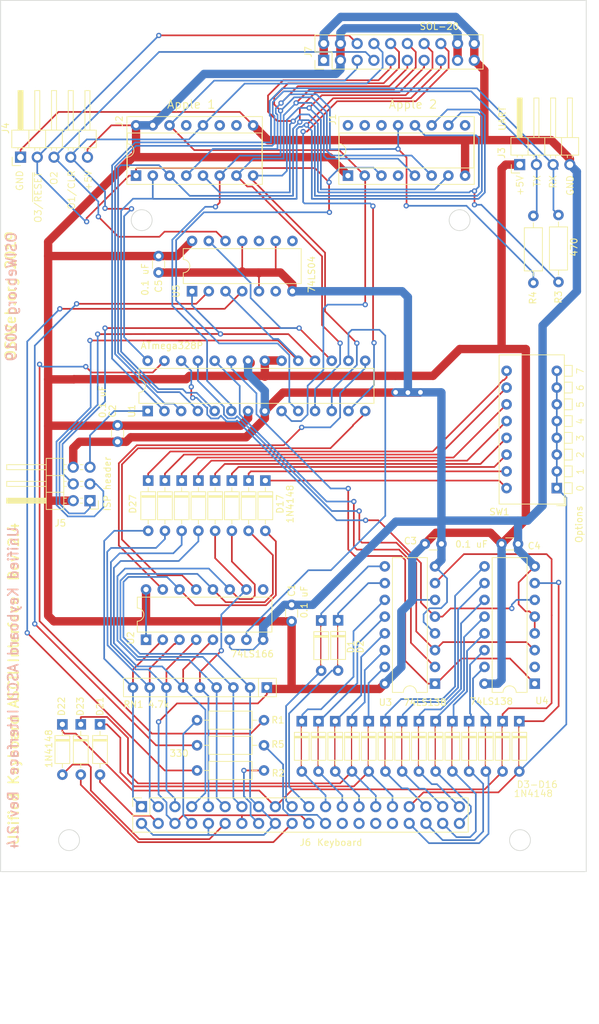
<source format=kicad_pcb>
(kicad_pcb (version 20171130) (host pcbnew "(5.1.5-0-10_14)")
  (title_block (title "Unified Retro Keyboard") (date 2019-12-13) (rev 2.4))
  (layers (0 F.Cu signal) (31 B.Cu signal) (34 B.Paste user) (35 F.Paste user) (36 B.SilkS user) (37 F.SilkS user) (38 B.Mask user) (39 F.Mask user) (44 Edge.Cuts user))
  (net 0 "")
  (net 1 GND)
  (net 2 +5V)
  (net 3 /Row3)
  (net 4 /Row0)
  (net 5 /Row1)
  (net 6 /Row4)
  (net 7 /Row5)
  (net 8 /Row7)
  (net 9 /D7)
  (net 10 /D1)
  (net 11 /D2)
  (net 12 /D3)
  (net 13 /D4)
  (net 14 /D5)
  (net 15 /D6)
  (net 16 /Col0)
  (net 17 /Col1)
  (net 18 /Col2)
  (net 19 /Col3)
  (net 20 /Col4)
  (net 21 /Col5)
  (net 22 /Col6)
  (net 23 /Col7)
  (net 24 /Row6)
  (net 25 /Row2)
  (net 26 /D0)
  (net 27 "Net-(U1-Pad25)")
  (net 28 "Net-(U1-Pad24)")
  (net 29 "Net-(U1-Pad23)")
  (net 30 /~STROBE)
  (net 31 "Net-(U1-Pad14)")
  (net 32 "Net-(U1-Pad26)")
  (net 33 "Net-(U1-Pad16)")
  (net 34 "Net-(U1-Pad15)")
  (net 35 /Row10)
  (net 36 /Row9)
  (net 37 /Row8)
  (net 38 /Row15)
  (net 39 /Row14)
  (net 40 /Row13)
  (net 41 /Row12)
  (net 42 /Row11)
  (net 43 /~RESET)
  (net 44 /Tx)
  (net 45 /Rx)
  (net 46 "Net-(U4-Pad2)")
  (net 47 "Net-(D11-Pad1)")
  (net 48 "Net-(D12-Pad1)")
  (net 49 "Net-(D13-Pad1)")
  (net 50 "Net-(D14-Pad1)")
  (net 51 "Net-(D15-Pad1)")
  (net 52 "Net-(D16-Pad1)")
  (net 53 "Net-(D17-Pad1)")
  (net 54 "Net-(D18-Pad1)")
  (net 55 "Net-(D19-Pad1)")
  (net 56 "Net-(D20-Pad1)")
  (net 57 "Net-(D24-Pad1)")
  (net 58 "Net-(D25-Pad1)")
  (net 59 "Net-(D26-Pad1)")
  (net 60 "Net-(D3-Pad1)")
  (net 61 "Net-(D4-Pad1)")
  (net 62 "Net-(D5-Pad1)")
  (net 63 "Net-(D6-Pad1)")
  (net 64 "Net-(D7-Pad1)")
  (net 65 "Net-(D8-Pad1)")
  (net 66 "Net-(D9-Pad1)")
  (net 67 "Net-(D10-Pad1)")
  (net 68 "Net-(D1-Pad1)")
  (net 69 "Net-(D2-Pad1)")
  (net 70 "Net-(D21-Pad2)")
  (net 71 "Net-(D22-Pad2)")
  (net 72 "Net-(D23-Pad2)")
  (net 73 "Net-(D27-Pad1)")
  (net 74 "Net-(J1-Pad9)")
  (net 75 "Net-(J1-Pad4)")
  (net 76 "Net-(J1-Pad14)")
  (net 77 "Net-(J1-Pad15)")
  (net 78 "Net-(J1-Pad16)")
  (net 79 "Net-(J2-Pad10)")
  (net 80 "Net-(J2-Pad11)")
  (net 81 "Net-(J2-Pad13)")
  (net 82 "Net-(J6-Pad32)")
  (net 83 "Net-(J6-Pad30)")
  (net 84 "Net-(J6-Pad28)")
  (net 85 "Net-(J6-Pad26)")
  (net 86 "Net-(J6-Pad24)")
  (net 87 "Net-(J6-Pad16)")
  (net 88 "Net-(U2-Pad9)")
  (net 89 "Net-(J6-Pad8)")
  (net 90 /LED1)
  (net 91 "Net-(R2-Pad1)")
  (net 92 "Net-(R5-Pad1)")
  (net 93 "Net-(U5-Pad6)")
  (net 94 "Net-(U5-Pad10)")
  (net 95 "Net-(U5-Pad8)")
  (net 96 /OUT1)
  (net 97 /OUT2)
  (net 98 /OUT3)
  (net 99 /MOSI-OUT2)
  (net 100 /SCK-LED2)
  (net 101 /MISO-LED3)
  (module unikbd:PinHeader_2x20_P2.54mm_Vertical (layer F.Cu) (at 185.397 175.5918 90)
    (fp_text reference J6 (at -2.8702 24.7015 180) (layer F.SilkS))
    (fp_text value Keyboard (at -2.8702 29.9085 180) (layer F.SilkS))
    (pad 40 thru_hole oval (at 0.0254 48.0822 90) (size 1.7 1.7) (drill 1) (layers *.Cu *.Mask) (net 42 /Row11))
    (pad 39 thru_hole oval (at 2.5654 48.0822 90) (size 1.7 1.7) (drill 1) (layers *.Cu *.Mask) (net 41 /Row12))
    (pad 38 thru_hole oval (at 0.0254 45.5422 90) (size 1.7 1.7) (drill 1) (layers *.Cu *.Mask) (net 35 /Row10))
    (pad 37 thru_hole oval (at 2.5654 45.5422 90) (size 1.7 1.7) (drill 1) (layers *.Cu *.Mask) (net 40 /Row13))
    (pad 36 thru_hole oval (at 0.0254 43.0022 90) (size 1.7 1.7) (drill 1) (layers *.Cu *.Mask) (net 36 /Row9))
    (pad 35 thru_hole oval (at 2.5654 43.0022 90) (size 1.7 1.7) (drill 1) (layers *.Cu *.Mask) (net 39 /Row14))
    (pad 34 thru_hole oval (at 0.0254 40.4622 90) (size 1.7 1.7) (drill 1) (layers *.Cu *.Mask) (net 37 /Row8))
    (pad 33 thru_hole oval (at 2.5654 40.4622 90) (size 1.7 1.7) (drill 1) (layers *.Cu *.Mask) (net 38 /Row15))
    (pad 32 thru_hole oval (at 0.0254 37.9222 90) (size 1.7 1.7) (drill 1) (layers *.Cu *.Mask) (net 82 "Net-(J6-Pad32)"))
    (pad 31 thru_hole oval (at 2.5654 37.9222 90) (size 1.7 1.7) (drill 1) (layers *.Cu *.Mask) (net 4 /Row0))
    (pad 30 thru_hole oval (at 0.0254 35.3822 90) (size 1.7 1.7) (drill 1) (layers *.Cu *.Mask) (net 83 "Net-(J6-Pad30)"))
    (pad 29 thru_hole oval (at 2.5654 35.3822 90) (size 1.7 1.7) (drill 1) (layers *.Cu *.Mask) (net 5 /Row1))
    (pad 28 thru_hole oval (at 0.0254 32.8422 90) (size 1.7 1.7) (drill 1) (layers *.Cu *.Mask) (net 84 "Net-(J6-Pad28)"))
    (pad 27 thru_hole oval (at 2.5654 32.8422 90) (size 1.7 1.7) (drill 1) (layers *.Cu *.Mask) (net 25 /Row2))
    (pad 26 thru_hole oval (at 0.0254 30.3022 90) (size 1.7 1.7) (drill 1) (layers *.Cu *.Mask) (net 85 "Net-(J6-Pad26)"))
    (pad 25 thru_hole oval (at 2.5654 30.3022 90) (size 1.7 1.7) (drill 1) (layers *.Cu *.Mask) (net 3 /Row3))
    (pad 24 thru_hole oval (at 0.0254 27.7622 90) (size 1.7 1.7) (drill 1) (layers *.Cu *.Mask) (net 86 "Net-(J6-Pad24)"))
    (pad 23 thru_hole oval (at 2.5654 27.7622 90) (size 1.7 1.7) (drill 1) (layers *.Cu *.Mask) (net 6 /Row4))
    (pad 22 thru_hole oval (at 0.0254 25.2222 90) (size 1.7 1.7) (drill 1) (layers *.Cu *.Mask) (net 2 +5V))
    (pad 21 thru_hole oval (at 2.5654 25.2222 90) (size 1.7 1.7) (drill 1) (layers *.Cu *.Mask) (net 7 /Row5))
    (pad 20 thru_hole oval (at 0.0254 22.6822 90) (size 1.7 1.7) (drill 1) (layers *.Cu *.Mask) (net 72 "Net-(D23-Pad2)"))
    (pad 19 thru_hole oval (at 2.5654 22.6822 90) (size 1.7 1.7) (drill 1) (layers *.Cu *.Mask) (net 24 /Row6))
    (pad 18 thru_hole oval (at 0.0254 20.1422 90) (size 1.7 1.7) (drill 1) (layers *.Cu *.Mask) (net 16 /Col0))
    (pad 17 thru_hole oval (at 2.5654 20.1422 90) (size 1.7 1.7) (drill 1) (layers *.Cu *.Mask) (net 8 /Row7))
    (pad 16 thru_hole oval (at 0.0254 17.6022 90) (size 1.7 1.7) (drill 1) (layers *.Cu *.Mask) (net 87 "Net-(J6-Pad16)"))
    (pad 15 thru_hole oval (at 2.5654 17.6022 90) (size 1.7 1.7) (drill 1) (layers *.Cu *.Mask) (net 16 /Col0))
    (pad 14 thru_hole oval (at 0.0254 15.0622 90) (size 1.7 1.7) (drill 1) (layers *.Cu *.Mask) (net 2 +5V))
    (pad 13 thru_hole oval (at 2.5654 15.0622 90) (size 1.7 1.7) (drill 1) (layers *.Cu *.Mask) (net 17 /Col1))
    (pad 12 thru_hole oval (at 0.0254 12.5222 90) (size 1.7 1.7) (drill 1) (layers *.Cu *.Mask) (net 71 "Net-(D22-Pad2)"))
    (pad 11 thru_hole oval (at 2.5654 12.5222 90) (size 1.7 1.7) (drill 1) (layers *.Cu *.Mask) (net 18 /Col2))
    (pad 10 thru_hole oval (at 0.0254 9.9822 90) (size 1.7 1.7) (drill 1) (layers *.Cu *.Mask) (net 16 /Col0))
    (pad 9 thru_hole oval (at 2.5654 9.9822 90) (size 1.7 1.7) (drill 1) (layers *.Cu *.Mask) (net 19 /Col3))
    (pad 8 thru_hole oval (at 0.0254 7.4422 90) (size 1.7 1.7) (drill 1) (layers *.Cu *.Mask) (net 89 "Net-(J6-Pad8)"))
    (pad 7 thru_hole oval (at 2.5654 7.4422 90) (size 1.7 1.7) (drill 1) (layers *.Cu *.Mask) (net 20 /Col4))
    (pad 6 thru_hole oval (at 0.0254 4.9022 90) (size 1.7 1.7) (drill 1) (layers *.Cu *.Mask) (net 2 +5V))
    (pad 5 thru_hole oval (at 2.5654 4.9022 90) (size 1.7 1.7) (drill 1) (layers *.Cu *.Mask) (net 21 /Col5))
    (pad 4 thru_hole oval (at 0.0254 2.3622 90) (size 1.7 1.7) (drill 1) (layers *.Cu *.Mask) (net 70 "Net-(D21-Pad2)"))
    (pad 3 thru_hole oval (at 2.5654 2.3622 90) (size 1.7 1.7) (drill 1) (layers *.Cu *.Mask) (net 22 /Col6))
    (pad 2 thru_hole oval (at 0.0254 -0.1778 90) (size 1.7 1.7) (drill 1) (layers *.Cu *.Mask) (net 16 /Col0))
    (pad 1 thru_hole rect (at 2.5654 -0.1778 90) (size 1.7 1.7) (drill 1) (layers *.Cu *.Mask) (net 23 /Col7))
  )
  (module unikbd:SOL20-header-vertical (layer F.Cu) (at 212.8798 59.8948 90)
    (fp_text reference J7 (at 1.27 -2.33 90) (layer F.SilkS))
    (fp_text value SOL-20 (at 5.1308 17.5514 180) (layer F.SilkS))
    (pad 20 thru_hole oval (at 2.54 22.86 90) (size 1.7 1.7) (drill 1) (layers *.Cu *.Mask) (net 1 GND))
    (pad 10 thru_hole oval (at 0 22.86 90) (size 1.7 1.7) (drill 1) (layers *.Cu *.Mask) (net 1 GND))
    (pad 19 thru_hole oval (at 2.54 20.32 90) (size 1.7 1.7) (drill 1) (layers *.Cu *.Mask) (net 2 +5V))
    (pad 9 thru_hole oval (at 0 20.32 90) (size 1.7 1.7) (drill 1) (layers *.Cu *.Mask) (net 2 +5V))
    (pad 18 thru_hole oval (at 2.54 17.78 90) (size 1.7 1.7) (drill 1) (layers *.Cu *.Mask) (net 9 /D7))
    (pad 8 thru_hole oval (at 0 17.78 90) (size 1.7 1.7) (drill 1) (layers *.Cu *.Mask) (net 12 /D3))
    (pad 17 thru_hole oval (at 2.54 15.24 90) (size 1.7 1.7) (drill 1) (layers *.Cu *.Mask) (net 15 /D6))
    (pad 7 thru_hole oval (at 0 15.24 90) (size 1.7 1.7) (drill 1) (layers *.Cu *.Mask) (net 11 /D2))
    (pad 16 thru_hole oval (at 2.54 12.7 90) (size 1.7 1.7) (drill 1) (layers *.Cu *.Mask) (net 14 /D5))
    (pad 6 thru_hole oval (at 0 12.7 90) (size 1.7 1.7) (drill 1) (layers *.Cu *.Mask) (net 10 /D1))
    (pad 15 thru_hole oval (at 2.54 10.16 90) (size 1.7 1.7) (drill 1) (layers *.Cu *.Mask) (net 13 /D4))
    (pad 5 thru_hole oval (at 0 10.16 90) (size 1.7 1.7) (drill 1) (layers *.Cu *.Mask) (net 26 /D0))
    (pad 14 thru_hole oval (at 2.54 7.62 90) (size 1.7 1.7) (drill 1) (layers *.Cu *.Mask) (net 96 /OUT1))
    (pad 4 thru_hole oval (at 0 7.62 90) (size 1.7 1.7) (drill 1) (layers *.Cu *.Mask) (net 97 /OUT2))
    (pad 13 thru_hole oval (at 2.54 5.08 90) (size 1.7 1.7) (drill 1) (layers *.Cu *.Mask) (net 98 /OUT3))
    (pad 3 thru_hole oval (at 0 5.08 90) (size 1.7 1.7) (drill 1) (layers *.Cu *.Mask) (net 30 /~STROBE))
    (pad 12 thru_hole oval (at 2.54 2.54 90) (size 1.7 1.7) (drill 1) (layers *.Cu *.Mask) (net 2 +5V))
    (pad 2 thru_hole oval (at 0 2.54 90) (size 1.7 1.7) (drill 1) (layers *.Cu *.Mask) (net 2 +5V))
    (pad 11 thru_hole oval (at 2.54 0 90) (size 1.7 1.7) (drill 1) (layers *.Cu *.Mask) (net 1 GND))
    (pad 1 thru_hole rect (at 0 0 90) (size 1.7 1.7) (drill 1) (layers *.Cu *.Mask) (net 1 GND))
  )
  (module Package_DIP:DIP-16_W7.62mm (layer F.Cu) (at 185.905 147.728 90)
    (fp_text reference U2 (at 0.254 -2.33 90) (layer F.SilkS))
    (fp_text value 74LS166 (at -2.159 16.129) (layer F.SilkS))
    (pad 16 thru_hole oval (at 7.62 0 90) (size 1.6 1.6) (drill 0.8) (layers *.Cu *.Mask) (net 2 +5V))
    (pad 8 thru_hole oval (at 0 17.78 90) (size 1.6 1.6) (drill 0.8) (layers *.Cu *.Mask) (net 1 GND))
    (pad 15 thru_hole oval (at 7.62 2.54 90) (size 1.6 1.6) (drill 0.8) (layers *.Cu *.Mask) (net 34 "Net-(U1-Pad15)"))
    (pad 7 thru_hole oval (at 0 15.24 90) (size 1.6 1.6) (drill 0.8) (layers *.Cu *.Mask) (net 33 "Net-(U1-Pad16)"))
    (pad 14 thru_hole oval (at 7.62 5.08 90) (size 1.6 1.6) (drill 0.8) (layers *.Cu *.Mask) (net 16 /Col0))
    (pad 6 thru_hole oval (at 0 12.7 90) (size 1.6 1.6) (drill 0.8) (layers *.Cu *.Mask) (net 1 GND))
    (pad 13 thru_hole oval (at 7.62 7.62 90) (size 1.6 1.6) (drill 0.8) (layers *.Cu *.Mask) (net 31 "Net-(U1-Pad14)"))
    (pad 5 thru_hole oval (at 0 10.16 90) (size 1.6 1.6) (drill 0.8) (layers *.Cu *.Mask) (net 20 /Col4))
    (pad 12 thru_hole oval (at 7.62 10.16 90) (size 1.6 1.6) (drill 0.8) (layers *.Cu *.Mask) (net 17 /Col1))
    (pad 4 thru_hole oval (at 0 7.62 90) (size 1.6 1.6) (drill 0.8) (layers *.Cu *.Mask) (net 21 /Col5))
    (pad 11 thru_hole oval (at 7.62 12.7 90) (size 1.6 1.6) (drill 0.8) (layers *.Cu *.Mask) (net 18 /Col2))
    (pad 3 thru_hole oval (at 0 5.08 90) (size 1.6 1.6) (drill 0.8) (layers *.Cu *.Mask) (net 22 /Col6))
    (pad 10 thru_hole oval (at 7.62 15.24 90) (size 1.6 1.6) (drill 0.8) (layers *.Cu *.Mask) (net 19 /Col3))
    (pad 2 thru_hole oval (at 0 2.54 90) (size 1.6 1.6) (drill 0.8) (layers *.Cu *.Mask) (net 23 /Col7))
    (pad 9 thru_hole oval (at 7.62 17.78 90) (size 1.6 1.6) (drill 0.8) (layers *.Cu *.Mask) (net 88 "Net-(U2-Pad9)"))
    (pad 1 thru_hole rect (at 0 0 90) (size 1.6 1.6) (drill 0.8) (layers *.Cu *.Mask) (net 2 +5V))
  )
  (module Package_DIP:DIP-14_W7.62mm (layer F.Cu) (at 192.89 94.896 90)
    (fp_text reference U5 (at 0 -2.413 90) (layer F.SilkS))
    (fp_text value 74LS04 (at 2.54 18.161 90) (layer F.SilkS))
    (pad 14 thru_hole oval (at 7.62 0 90) (size 1.6 1.6) (drill 0.8) (layers *.Cu *.Mask) (net 2 +5V))
    (pad 7 thru_hole oval (at 0 15.24 90) (size 1.6 1.6) (drill 0.8) (layers *.Cu *.Mask) (net 1 GND))
    (pad 13 thru_hole oval (at 7.62 2.54 90) (size 1.6 1.6) (drill 0.8) (layers *.Cu *.Mask) (net 99 /MOSI-OUT2))
    (pad 6 thru_hole oval (at 0 12.7 90) (size 1.6 1.6) (drill 0.8) (layers *.Cu *.Mask) (net 93 "Net-(U5-Pad6)"))
    (pad 12 thru_hole oval (at 7.62 5.08 90) (size 1.6 1.6) (drill 0.8) (layers *.Cu *.Mask) (net 97 /OUT2))
    (pad 5 thru_hole oval (at 0 10.16 90) (size 1.6 1.6) (drill 0.8) (layers *.Cu *.Mask) (net 1 GND))
    (pad 11 thru_hole oval (at 7.62 7.62 90) (size 1.6 1.6) (drill 0.8) (layers *.Cu *.Mask) (net 1 GND))
    (pad 4 thru_hole oval (at 0 7.62 90) (size 1.6 1.6) (drill 0.8) (layers *.Cu *.Mask) (net 91 "Net-(R2-Pad1)"))
    (pad 10 thru_hole oval (at 7.62 10.16 90) (size 1.6 1.6) (drill 0.8) (layers *.Cu *.Mask) (net 94 "Net-(U5-Pad10)"))
    (pad 3 thru_hole oval (at 0 5.08 90) (size 1.6 1.6) (drill 0.8) (layers *.Cu *.Mask) (net 100 /SCK-LED2))
    (pad 9 thru_hole oval (at 7.62 12.7 90) (size 1.6 1.6) (drill 0.8) (layers *.Cu *.Mask) (net 1 GND))
    (pad 2 thru_hole oval (at 0 2.54 90) (size 1.6 1.6) (drill 0.8) (layers *.Cu *.Mask) (net 92 "Net-(R5-Pad1)"))
    (pad 8 thru_hole oval (at 7.62 15.24 90) (size 1.6 1.6) (drill 0.8) (layers *.Cu *.Mask) (net 95 "Net-(U5-Pad8)"))
    (pad 1 thru_hole rect (at 0 0 90) (size 1.6 1.6) (drill 0.8) (layers *.Cu *.Mask) (net 101 /MISO-LED3))
  )
  (module Resistor_THT:R_Axial_DIN0207_L6.3mm_D2.5mm_P10.16mm_Horizontal (layer F.Cu) (at 193.652 167.54)
    (fp_text reference R2 (at 12.319 0.4064) (layer F.SilkS))
    (fp_text value 330)
    (pad 2 thru_hole oval (at 10.16 0) (size 1.6 1.6) (drill 0.8) (layers *.Cu *.Mask) (net 87 "Net-(J6-Pad16)"))
    (pad 1 thru_hole circle (at 0 0) (size 1.6 1.6) (drill 0.8) (layers *.Cu *.Mask) (net 91 "Net-(R2-Pad1)"))
  )
  (module Connector_PinHeader_2.54mm:PinHeader_1x05_P2.54mm_Horizontal (layer F.Cu) (at 166.855 74.576 90)
    (fp_text reference J4 (at 4.385 -2.27 90) (layer F.SilkS))
    (fp_text value Conn_01x05)
    (pad 5 thru_hole oval (at 0 10.16 90) (size 1.7 1.7) (drill 1) (layers *.Cu *.Mask) (net 2 +5V))
    (pad 4 thru_hole oval (at 0 7.62 90) (size 1.7 1.7) (drill 1) (layers *.Cu *.Mask) (net 96 /OUT1))
    (pad 3 thru_hole oval (at 0 5.08 90) (size 1.7 1.7) (drill 1) (layers *.Cu *.Mask) (net 97 /OUT2))
    (pad 2 thru_hole oval (at 0 2.54 90) (size 1.7 1.7) (drill 1) (layers *.Cu *.Mask) (net 98 /OUT3))
    (pad 1 thru_hole rect (at 0 0 90) (size 1.7 1.7) (drill 1) (layers *.Cu *.Mask) (net 1 GND))
  )
  (module Resistor_THT:R_Axial_DIN0207_L6.3mm_D2.5mm_P10.16mm_Horizontal (layer F.Cu) (at 244.706 93.626 90)
    (fp_text reference R4 (at -2.286 -0.0762 90) (layer F.SilkS))
    (fp_text value R_US hide)
    (pad 2 thru_hole oval (at 10.16 0 90) (size 1.6 1.6) (drill 0.8) (layers *.Cu *.Mask) (net 44 /Tx))
    (pad 1 thru_hole circle (at 0 0 90) (size 1.6 1.6) (drill 0.8) (layers *.Cu *.Mask) (net 10 /D1))
  )
  (module Capacitor_THT:C_Disc_D3.0mm_W1.6mm_P2.50mm (layer F.Cu) (at 187.81 89.562 270)
    (fp_text reference C5 (at 4.572 0 90) (layer F.SilkS))
    (fp_text value "0.1 uF" (at 3.556 2.05 90) (layer F.SilkS))
    (pad 2 thru_hole circle (at 2.5 0 270) (size 1.6 1.6) (drill 0.8) (layers *.Cu *.Mask) (net 1 GND))
    (pad 1 thru_hole circle (at 0 0 270) (size 1.6 1.6) (drill 0.8) (layers *.Cu *.Mask) (net 2 +5V))
  )
  (module Resistor_THT:R_Axial_DIN0207_L6.3mm_D2.5mm_P10.16mm_Horizontal (layer F.Cu) (at 203.812 159.92 180)
    (fp_text reference R1 (at -2.1082 0.0254) (layer F.SilkS))
    (fp_text value 330)
    (pad 2 thru_hole oval (at 10.16 0 180) (size 1.6 1.6) (drill 0.8) (layers *.Cu *.Mask) (net 89 "Net-(J6-Pad8)"))
    (pad 1 thru_hole circle (at 0 0 180) (size 1.6 1.6) (drill 0.8) (layers *.Cu *.Mask) (net 90 /LED1))
  )
  (module unikbd:D_DO-35_SOD27_P7.62mm_Horizontal_bypassed (layer F.Cu) (at 222.25 160.0724 270)
    (fp_text reference D16 hide)
    (fp_text value 1N4148 hide)
    (fp_poly (pts (xy 7.239 0.127) (xy 0.381 0.127) (xy 0.381 0) (xy 7.239 0)) (layer F.Cu) (width 0.0508))
    (pad 1 thru_hole rect (at 0 0 270) (size 1.6 1.6) (drill 0.8) (layers *.Cu *.Mask) (net 52 "Net-(D16-Pad1)"))
    (pad 2 thru_hole oval (at 7.62 0 270) (size 1.6 1.6) (drill 0.8) (layers *.Cu *.Mask) (net 39 /Row14))
  )
  (module unikbd:D_DO-35_SOD27_P7.62mm_Horizontal_bypassed (layer F.Cu) (at 227.33 160.0724 270)
    (fp_text reference D15 hide)
    (fp_text value 1N4148)
    (fp_poly (pts (xy 7.239 0.127) (xy 0.381 0.127) (xy 0.381 0) (xy 7.239 0)) (layer F.Cu) (width 0.0508))
    (pad 1 thru_hole rect (at 0 0 270) (size 1.6 1.6) (drill 0.8) (layers *.Cu *.Mask) (net 51 "Net-(D15-Pad1)"))
    (pad 2 thru_hole oval (at 7.62 0 270) (size 1.6 1.6) (drill 0.8) (layers *.Cu *.Mask) (net 41 /Row12))
  )
  (module unikbd:D_DO-35_SOD27_P7.62mm_Horizontal_bypassed (layer F.Cu) (at 232.41 160.0724 270)
    (fp_text reference D14 hide)
    (fp_text value 1N4148)
    (fp_poly (pts (xy 7.239 0.127) (xy 0.381 0.127) (xy 0.381 0) (xy 7.239 0)) (layer F.Cu) (width 0.0508))
    (pad 1 thru_hole rect (at 0 0 270) (size 1.6 1.6) (drill 0.8) (layers *.Cu *.Mask) (net 50 "Net-(D14-Pad1)"))
    (pad 2 thru_hole oval (at 7.62 0 270) (size 1.6 1.6) (drill 0.8) (layers *.Cu *.Mask) (net 35 /Row10))
  )
  (module unikbd:D_DO-35_SOD27_P7.62mm_Horizontal_bypassed (layer F.Cu) (at 237.49 160.0724 270)
    (fp_text reference D13 hide)
    (fp_text value 1N4148)
    (fp_poly (pts (xy 7.239 0.127) (xy 0.381 0.127) (xy 0.381 0) (xy 7.239 0)) (layer F.Cu) (width 0.0508))
    (pad 1 thru_hole rect (at 0 0 270) (size 1.6 1.6) (drill 0.8) (layers *.Cu *.Mask) (net 49 "Net-(D13-Pad1)"))
    (pad 2 thru_hole oval (at 7.62 0 270) (size 1.6 1.6) (drill 0.8) (layers *.Cu *.Mask) (net 37 /Row8))
  )
  (module unikbd:D_DO-35_SOD27_P7.62mm_Horizontal_bypassed (layer F.Cu) (at 242.57 160.0724 270)
    (fp_text reference D8 hide)
    (fp_text value 1N4148 hide)
    (fp_poly (pts (xy 7.239 0.127) (xy 0.381 0.127) (xy 0.381 0) (xy 7.239 0)) (layer F.Cu) (width 0.0508))
    (pad 1 thru_hole rect (at 0 0 270) (size 1.6 1.6) (drill 0.8) (layers *.Cu *.Mask) (net 65 "Net-(D8-Pad1)"))
    (pad 2 thru_hole oval (at 7.62 0 270) (size 1.6 1.6) (drill 0.8) (layers *.Cu *.Mask) (net 38 /Row15))
  )
  (module unikbd:D_DO-35_SOD27_P7.62mm_Horizontal_bypassed (layer F.Cu) (at 224.79 160.0724 270)
    (fp_text reference D7 hide)
    (fp_text value 1N4148)
    (fp_poly (pts (xy 7.239 0.127) (xy 0.381 0.127) (xy 0.381 0) (xy 7.239 0)) (layer F.Cu) (width 0.0508))
    (pad 1 thru_hole rect (at 0 0 270) (size 1.6 1.6) (drill 0.8) (layers *.Cu *.Mask) (net 64 "Net-(D7-Pad1)"))
    (pad 2 thru_hole oval (at 7.62 0 270) (size 1.6 1.6) (drill 0.8) (layers *.Cu *.Mask) (net 40 /Row13))
  )
  (module unikbd:D_DO-35_SOD27_P7.62mm_Horizontal_bypassed (layer F.Cu) (at 229.87 160.0724 270)
    (fp_text reference D6 hide)
    (fp_text value 1N4148)
    (fp_poly (pts (xy 7.239 0.127) (xy 0.381 0.127) (xy 0.381 0) (xy 7.239 0)) (layer F.Cu) (width 0.0508))
    (pad 1 thru_hole rect (at 0 0 270) (size 1.6 1.6) (drill 0.8) (layers *.Cu *.Mask) (net 63 "Net-(D6-Pad1)"))
    (pad 2 thru_hole oval (at 7.62 0 270) (size 1.6 1.6) (drill 0.8) (layers *.Cu *.Mask) (net 42 /Row11))
  )
  (module unikbd:D_DO-35_SOD27_P7.62mm_Horizontal_bypassed (layer F.Cu) (at 234.95 160.0724 270)
    (fp_text reference D5 hide)
    (fp_text value 1N4148)
    (fp_poly (pts (xy 7.239 0.127) (xy 0.381 0.127) (xy 0.381 0) (xy 7.239 0)) (layer F.Cu) (width 0.0508))
    (pad 1 thru_hole rect (at 0 0 270) (size 1.6 1.6) (drill 0.8) (layers *.Cu *.Mask) (net 62 "Net-(D5-Pad1)"))
    (pad 2 thru_hole oval (at 7.62 0 270) (size 1.6 1.6) (drill 0.8) (layers *.Cu *.Mask) (net 36 /Row9))
  )
  (module unikbd:D_DO-35_SOD27_P7.62mm_Horizontal_bypassed (layer F.Cu) (at 212.4988 144.807 270)
    (fp_text reference D1 (at 3.9878 -4.4958 90) (layer F.SilkS))
    (fp_text value 1N4148)
    (fp_poly (pts (xy 7.239 0.127) (xy 0.381 0.127) (xy 0.381 0) (xy 7.239 0)) (layer F.Cu) (width 0.0508))
    (pad 1 thru_hole rect (at 0 0 270) (size 1.6 1.6) (drill 0.8) (layers *.Cu *.Mask) (net 68 "Net-(D1-Pad1)"))
    (pad 2 thru_hole oval (at 7.62 0 270) (size 1.6 1.6) (drill 0.8) (layers *.Cu *.Mask) (net 24 /Row6))
  )
  (module unikbd:D_DO-35_SOD27_P7.62mm_Horizontal_bypassed (layer F.Cu) (at 209.55 160.0724 270)
    (fp_text reference D11 hide)
    (fp_text value 1N4148)
    (fp_poly (pts (xy 7.239 0.127) (xy 0.381 0.127) (xy 0.381 0) (xy 7.239 0)) (layer F.Cu) (width 0.0508))
    (pad 1 thru_hole rect (at 0 0 270) (size 1.6 1.6) (drill 0.8) (layers *.Cu *.Mask) (net 47 "Net-(D11-Pad1)"))
    (pad 2 thru_hole oval (at 7.62 0 270) (size 1.6 1.6) (drill 0.8) (layers *.Cu *.Mask) (net 6 /Row4))
  )
  (module unikbd:D_DO-35_SOD27_P7.62mm_Horizontal_bypassed (layer F.Cu) (at 214.63 160.0724 270)
    (fp_text reference D10 hide)
    (fp_text value 1N4148)
    (fp_poly (pts (xy 7.239 0.127) (xy 0.381 0.127) (xy 0.381 0) (xy 7.239 0)) (layer F.Cu) (width 0.0508))
    (pad 1 thru_hole rect (at 0 0 270) (size 1.6 1.6) (drill 0.8) (layers *.Cu *.Mask) (net 67 "Net-(D10-Pad1)"))
    (pad 2 thru_hole oval (at 7.62 0 270) (size 1.6 1.6) (drill 0.8) (layers *.Cu *.Mask) (net 25 /Row2))
  )
  (module unikbd:D_DO-35_SOD27_P7.62mm_Horizontal_bypassed (layer F.Cu) (at 219.71 160.0724 270)
    (fp_text reference D9 hide)
    (fp_text value 1N4148)
    (fp_poly (pts (xy 7.239 0.127) (xy 0.381 0.127) (xy 0.381 0) (xy 7.239 0)) (layer F.Cu) (width 0.0508))
    (pad 1 thru_hole rect (at 0 0 270) (size 1.6 1.6) (drill 0.8) (layers *.Cu *.Mask) (net 66 "Net-(D9-Pad1)"))
    (pad 2 thru_hole oval (at 7.62 0 270) (size 1.6 1.6) (drill 0.8) (layers *.Cu *.Mask) (net 4 /Row0))
  )
  (module unikbd:D_DO-35_SOD27_P7.62mm_Horizontal_bypassed (layer F.Cu) (at 240.03 160.0724 270)
    (fp_text reference D4 hide)
    (fp_text value 1N4148)
    (fp_poly (pts (xy 7.239 0.127) (xy 0.381 0.127) (xy 0.381 0) (xy 7.239 0)) (layer F.Cu) (width 0.0508))
    (pad 1 thru_hole rect (at 0 0 270) (size 1.6 1.6) (drill 0.8) (layers *.Cu *.Mask) (net 61 "Net-(D4-Pad1)"))
    (pad 2 thru_hole oval (at 7.62 0 270) (size 1.6 1.6) (drill 0.8) (layers *.Cu *.Mask) (net 8 /Row7))
  )
  (module unikbd:D_DO-35_SOD27_P7.62mm_Horizontal_bypassed (layer F.Cu) (at 215.0642 144.7816 270)
    (fp_text reference D2 (at 4.0132 -3.3528 90) (layer F.SilkS))
    (fp_text value 1N4148)
    (fp_poly (pts (xy 7.239 0.127) (xy 0.381 0.127) (xy 0.381 0) (xy 7.239 0)) (layer F.Cu) (width 0.0508))
    (pad 1 thru_hole rect (at 0 0 270) (size 1.6 1.6) (drill 0.8) (layers *.Cu *.Mask) (net 69 "Net-(D2-Pad1)"))
    (pad 2 thru_hole oval (at 7.62 0 270) (size 1.6 1.6) (drill 0.8) (layers *.Cu *.Mask) (net 7 /Row5))
  )
  (module unikbd:D_DO-35_SOD27_P7.62mm_Horizontal_bypassed (layer F.Cu) (at 212.09 160.0724 270)
    (fp_text reference D3 hide)
    (fp_text value 1N4148)
    (fp_poly (pts (xy 7.239 0.127) (xy 0.381 0.127) (xy 0.381 0) (xy 7.239 0)) (layer F.Cu) (width 0.0508))
    (pad 1 thru_hole rect (at 0 0 270) (size 1.6 1.6) (drill 0.8) (layers *.Cu *.Mask) (net 60 "Net-(D3-Pad1)"))
    (pad 2 thru_hole oval (at 7.62 0 270) (size 1.6 1.6) (drill 0.8) (layers *.Cu *.Mask) (net 3 /Row3))
  )
  (module unikbd:D_DO-35_SOD27_P7.62mm_Horizontal_bypassed (layer F.Cu) (at 217.17 160.0724 270)
    (fp_text reference D12 hide)
    (fp_text value 1N4148)
    (fp_poly (pts (xy 7.239 0.127) (xy 0.381 0.127) (xy 0.381 0) (xy 7.239 0)) (layer F.Cu) (width 0.0508))
    (pad 1 thru_hole rect (at 0 0 270) (size 1.6 1.6) (drill 0.8) (layers *.Cu *.Mask) (net 48 "Net-(D12-Pad1)"))
    (pad 2 thru_hole oval (at 7.62 0 270) (size 1.6 1.6) (drill 0.8) (layers *.Cu *.Mask) (net 5 /Row1))
  )
  (module Resistor_THT:R_Axial_DIN0207_L6.3mm_D2.5mm_P10.16mm_Horizontal (layer F.Cu) (at 193.652 163.73)
    (fp_text reference R5 (at 12.2682 -0.1524) (layer F.SilkS))
    (fp_text value 330 (at -2.7178 1.2192) (layer F.SilkS))
    (pad 2 thru_hole oval (at 10.16 0) (size 1.6 1.6) (drill 0.8) (layers *.Cu *.Mask) (net 86 "Net-(J6-Pad24)"))
    (pad 1 thru_hole circle (at 0 0) (size 1.6 1.6) (drill 0.8) (layers *.Cu *.Mask) (net 92 "Net-(R5-Pad1)"))
  )
  (module Diode_THT:D_DO-35_SOD27_P7.62mm_Horizontal (layer F.Cu) (at 175.999 160.555 270)
    (fp_text reference D23 (at -2.7305 0.0762 90) (layer F.SilkS))
    (fp_text value 1N4148)
    (pad 2 thru_hole oval (at 7.62 0 270) (size 1.6 1.6) (drill 0.8) (layers *.Cu *.Mask) (net 72 "Net-(D23-Pad2)"))
    (pad 1 thru_hole rect (at 0 0 270) (size 1.6 1.6) (drill 0.8) (layers *.Cu *.Mask) (net 5 /Row1))
  )
  (module Connector_PinHeader_2.54mm:PinHeader_1x04_P2.54mm_Horizontal (layer F.Cu) (at 242.62828 75.70376 90)
    (fp_text reference J3 (at 1.76276 -2.74828 90) (layer F.SilkS))
    (fp_text value UART (at 6.96976 -2.62128 90) (layer F.SilkS))
    (pad 4 thru_hole oval (at 0 7.62 90) (size 1.7 1.7) (drill 1) (layers *.Cu *.Mask) (net 1 GND))
    (pad 3 thru_hole oval (at 0 5.08 90) (size 1.7 1.7) (drill 1) (layers *.Cu *.Mask) (net 45 /Rx))
    (pad 2 thru_hole oval (at 0 2.54 90) (size 1.7 1.7) (drill 1) (layers *.Cu *.Mask) (net 44 /Tx))
    (pad 1 thru_hole rect (at 0 0 90) (size 1.7 1.7) (drill 1) (layers *.Cu *.Mask) (net 2 +5V))
  )
  (module Button_Switch_THT:SW_DIP_SPSTx08_Piano_CTS_Series194-8MSTN_W7.62mm_P2.54mm (layer F.Cu) (at 248.262 124.741 180)
    (fp_text reference SW1 (at 8.7122 -3.6068) (layer F.SilkS))
    (fp_text value Options (at -3.3782 -5.4864 90) (layer F.SilkS))
    (pad 1 thru_hole rect (at 0 0 180) (size 1.6 1.6) (drill 0.8) (layers *.Cu *.Mask) (net 38 /Row15))
    (pad 9 thru_hole oval (at 7.62 17.78 180) (size 1.6 1.6) (drill 0.8) (layers *.Cu *.Mask) (net 73 "Net-(D27-Pad1)"))
    (pad 2 thru_hole oval (at 0 2.54 180) (size 1.6 1.6) (drill 0.8) (layers *.Cu *.Mask) (net 38 /Row15))
    (pad 10 thru_hole oval (at 7.62 15.24 180) (size 1.6 1.6) (drill 0.8) (layers *.Cu *.Mask) (net 56 "Net-(D20-Pad1)"))
    (pad 3 thru_hole oval (at 0 5.08 180) (size 1.6 1.6) (drill 0.8) (layers *.Cu *.Mask) (net 38 /Row15))
    (pad 11 thru_hole oval (at 7.62 12.7 180) (size 1.6 1.6) (drill 0.8) (layers *.Cu *.Mask) (net 59 "Net-(D26-Pad1)"))
    (pad 4 thru_hole oval (at 0 7.62 180) (size 1.6 1.6) (drill 0.8) (layers *.Cu *.Mask) (net 38 /Row15))
    (pad 12 thru_hole oval (at 7.62 10.16 180) (size 1.6 1.6) (drill 0.8) (layers *.Cu *.Mask) (net 55 "Net-(D19-Pad1)"))
    (pad 5 thru_hole oval (at 0 10.16 180) (size 1.6 1.6) (drill 0.8) (layers *.Cu *.Mask) (net 38 /Row15))
    (pad 13 thru_hole oval (at 7.62 7.62 180) (size 1.6 1.6) (drill 0.8) (layers *.Cu *.Mask) (net 58 "Net-(D25-Pad1)"))
    (pad 6 thru_hole oval (at 0 12.7 180) (size 1.6 1.6) (drill 0.8) (layers *.Cu *.Mask) (net 38 /Row15))
    (pad 14 thru_hole oval (at 7.62 5.08 180) (size 1.6 1.6) (drill 0.8) (layers *.Cu *.Mask) (net 54 "Net-(D18-Pad1)"))
    (pad 7 thru_hole oval (at 0 15.24 180) (size 1.6 1.6) (drill 0.8) (layers *.Cu *.Mask) (net 38 /Row15))
    (pad 15 thru_hole oval (at 7.62 2.54 180) (size 1.6 1.6) (drill 0.8) (layers *.Cu *.Mask) (net 57 "Net-(D24-Pad1)"))
    (pad 8 thru_hole oval (at 0 17.78 180) (size 1.6 1.6) (drill 0.8) (layers *.Cu *.Mask) (net 38 /Row15))
    (pad 16 thru_hole oval (at 7.62 0 180) (size 1.6 1.6) (drill 0.8) (layers *.Cu *.Mask) (net 53 "Net-(D17-Pad1)"))
  )
  (module Diode_THT:D_DO-35_SOD27_P7.62mm_Horizontal (layer F.Cu) (at 186.2352 123.598 270)
    (fp_text reference D27 (at 3.556 2.3368 90) (layer F.SilkS))
    (fp_text value 1N4148 hide)
    (pad 2 thru_hole oval (at 7.62 0 270) (size 1.6 1.6) (drill 0.8) (layers *.Cu *.Mask) (net 23 /Col7))
    (pad 1 thru_hole rect (at 0 0 270) (size 1.6 1.6) (drill 0.8) (layers *.Cu *.Mask) (net 73 "Net-(D27-Pad1)"))
  )
  (module Diode_THT:D_DO-35_SOD27_P7.62mm_Horizontal (layer F.Cu) (at 191.3152 123.598 270)
    (fp_text reference D26)
    (fp_text value 1N4148 hide)
    (pad 2 thru_hole oval (at 7.62 0 270) (size 1.6 1.6) (drill 0.8) (layers *.Cu *.Mask) (net 21 /Col5))
    (pad 1 thru_hole rect (at 0 0 270) (size 1.6 1.6) (drill 0.8) (layers *.Cu *.Mask) (net 59 "Net-(D26-Pad1)"))
  )
  (module Diode_THT:D_DO-35_SOD27_P7.62mm_Horizontal (layer F.Cu) (at 196.3952 123.598 270)
    (fp_text reference D25 hide)
    (fp_text value 1N4148 hide)
    (pad 2 thru_hole oval (at 7.62 0 270) (size 1.6 1.6) (drill 0.8) (layers *.Cu *.Mask) (net 19 /Col3))
    (pad 1 thru_hole rect (at 0 0 270) (size 1.6 1.6) (drill 0.8) (layers *.Cu *.Mask) (net 58 "Net-(D25-Pad1)"))
  )
  (module Diode_THT:D_DO-35_SOD27_P7.62mm_Horizontal (layer F.Cu) (at 201.4752 123.598 270)
    (fp_text reference D24 hide)
    (fp_text value 1N4148 hide)
    (pad 2 thru_hole oval (at 7.62 0 270) (size 1.6 1.6) (drill 0.8) (layers *.Cu *.Mask) (net 17 /Col1))
    (pad 1 thru_hole rect (at 0 0 270) (size 1.6 1.6) (drill 0.8) (layers *.Cu *.Mask) (net 57 "Net-(D24-Pad1)"))
  )
  (module Diode_THT:D_DO-35_SOD27_P7.62mm_Horizontal (layer F.Cu) (at 188.7752 123.598 270)
    (fp_text reference D20 hide)
    (fp_text value 1N4148 hide)
    (pad 2 thru_hole oval (at 7.62 0 270) (size 1.6 1.6) (drill 0.8) (layers *.Cu *.Mask) (net 22 /Col6))
    (pad 1 thru_hole rect (at 0 0 270) (size 1.6 1.6) (drill 0.8) (layers *.Cu *.Mask) (net 56 "Net-(D20-Pad1)"))
  )
  (module Diode_THT:D_DO-35_SOD27_P7.62mm_Horizontal (layer F.Cu) (at 193.8552 123.598 270)
    (fp_text reference D19 hide)
    (fp_text value 1N4148 hide)
    (pad 2 thru_hole oval (at 7.62 0 270) (size 1.6 1.6) (drill 0.8) (layers *.Cu *.Mask) (net 20 /Col4))
    (pad 1 thru_hole rect (at 0 0 270) (size 1.6 1.6) (drill 0.8) (layers *.Cu *.Mask) (net 55 "Net-(D19-Pad1)"))
  )
  (module Diode_THT:D_DO-35_SOD27_P7.62mm_Horizontal (layer F.Cu) (at 198.9352 123.598 270)
    (fp_text reference D18 hide)
    (fp_text value 1N4148 hide)
    (pad 2 thru_hole oval (at 7.62 0 270) (size 1.6 1.6) (drill 0.8) (layers *.Cu *.Mask) (net 18 /Col2))
    (pad 1 thru_hole rect (at 0 0 270) (size 1.6 1.6) (drill 0.8) (layers *.Cu *.Mask) (net 54 "Net-(D18-Pad1)"))
  )
  (module Diode_THT:D_DO-35_SOD27_P7.62mm_Horizontal (layer F.Cu) (at 204.0152 123.598 270)
    (fp_text reference D17 (at 3.556001 -2.2352 90) (layer F.SilkS))
    (fp_text value 1N4148 (at 3.556 -3.7592 90) (layer F.SilkS))
    (pad 2 thru_hole oval (at 7.62 0 270) (size 1.6 1.6) (drill 0.8) (layers *.Cu *.Mask) (net 16 /Col0))
    (pad 1 thru_hole rect (at 0 0 270) (size 1.6 1.6) (drill 0.8) (layers *.Cu *.Mask) (net 53 "Net-(D17-Pad1)"))
  )
  (module Connector_PinHeader_2.54mm:PinHeader_2x03_P2.54mm_Horizontal (layer F.Cu) (at 177.396 126.646 180)
    (fp_text reference J5 (at 4.4958 -3.4036) (layer F.SilkS))
    (fp_text value "ISP header" (at -2.6416 2.54 90) (layer F.SilkS))
    (pad 6 thru_hole oval (at 2.54 5.08 180) (size 1.7 1.7) (drill 1) (layers *.Cu *.Mask) (net 1 GND))
    (pad 5 thru_hole oval (at 0 5.08 180) (size 1.7 1.7) (drill 1) (layers *.Cu *.Mask) (net 43 /~RESET))
    (pad 4 thru_hole oval (at 2.54 2.54 180) (size 1.7 1.7) (drill 1) (layers *.Cu *.Mask) (net 99 /MOSI-OUT2))
    (pad 3 thru_hole oval (at 0 2.54 180) (size 1.7 1.7) (drill 1) (layers *.Cu *.Mask) (net 100 /SCK-LED2))
    (pad 2 thru_hole oval (at 2.54 0 180) (size 1.7 1.7) (drill 1) (layers *.Cu *.Mask) (net 2 +5V))
    (pad 1 thru_hole rect (at 0 0 180) (size 1.7 1.7) (drill 1) (layers *.Cu *.Mask) (net 101 /MISO-LED3))
  )
  (module Capacitor_THT:C_Disc_D3.0mm_W1.6mm_P2.50mm (layer F.Cu) (at 228.2468 133.1992)
    (fp_text reference C3 (at -2.2098 -0.4572) (layer F.SilkS))
    (fp_text value "0.1 uF" (at 7.0612 0.0508) (layer F.SilkS))
    (pad 2 thru_hole circle (at 2.5 0) (size 1.6 1.6) (drill 0.8) (layers *.Cu *.Mask) (net 1 GND))
    (pad 1 thru_hole circle (at 0 0) (size 1.6 1.6) (drill 0.8) (layers *.Cu *.Mask) (net 2 +5V))
  )
  (module Capacitor_THT:C_Disc_D3.0mm_W1.6mm_P2.50mm (layer F.Cu) (at 239.88 133.1992)
    (fp_text reference C4 (at 4.953 0.3048) (layer F.SilkS))
    (fp_text value "0.1 uF" hide)
    (pad 2 thru_hole circle (at 2.5 0) (size 1.6 1.6) (drill 0.8) (layers *.Cu *.Mask) (net 1 GND))
    (pad 1 thru_hole circle (at 0 0) (size 1.6 1.6) (drill 0.8) (layers *.Cu *.Mask) (net 2 +5V))
  )
  (module Capacitor_THT:C_Disc_D3.0mm_W1.6mm_P2.50mm (layer F.Cu) (at 181.587 115.216 270)
    (fp_text reference C2 (at -2.159 0.762 90) (layer F.SilkS))
    (fp_text value "0.1 uF" (at -3.556 2.286 90) (layer F.SilkS))
    (pad 2 thru_hole circle (at 2.5 0 270) (size 1.6 1.6) (drill 0.8) (layers *.Cu *.Mask) (net 1 GND))
    (pad 1 thru_hole circle (at 0 0 270) (size 1.6 1.6) (drill 0.8) (layers *.Cu *.Mask) (net 2 +5V))
  )
  (module Capacitor_THT:C_Disc_D3.0mm_W1.6mm_P2.50mm (layer F.Cu) (at 208.003 144.934 90)
    (fp_text reference C1 (at 4.699 0 90) (layer F.SilkS))
    (fp_text value "0.1 uF" (at 2.921 1.905 90) (layer F.SilkS))
    (pad 2 thru_hole circle (at 2.5 0 90) (size 1.6 1.6) (drill 0.8) (layers *.Cu *.Mask) (net 1 GND))
    (pad 1 thru_hole circle (at 0 0 90) (size 1.6 1.6) (drill 0.8) (layers *.Cu *.Mask) (net 2 +5V))
  )
  (module Package_DIP:DIP-16_W7.62mm (layer F.Cu) (at 244.9092 154.3828 180)
    (fp_text reference U4 (at -1.0922 -2.5908) (layer F.SilkS))
    (fp_text value 74LS138 (at 6.5786 -2.6924) (layer F.SilkS))
    (pad 16 thru_hole oval (at 7.62 0 180) (size 1.6 1.6) (drill 0.8) (layers *.Cu *.Mask) (net 2 +5V))
    (pad 8 thru_hole oval (at 0 17.78 180) (size 1.6 1.6) (drill 0.8) (layers *.Cu *.Mask) (net 1 GND))
    (pad 15 thru_hole oval (at 7.62 2.54 180) (size 1.6 1.6) (drill 0.8) (layers *.Cu *.Mask) (net 49 "Net-(D13-Pad1)"))
    (pad 7 thru_hole oval (at 0 15.24 180) (size 1.6 1.6) (drill 0.8) (layers *.Cu *.Mask) (net 65 "Net-(D8-Pad1)"))
    (pad 14 thru_hole oval (at 7.62 5.08 180) (size 1.6 1.6) (drill 0.8) (layers *.Cu *.Mask) (net 62 "Net-(D5-Pad1)"))
    (pad 6 thru_hole oval (at 0 12.7 180) (size 1.6 1.6) (drill 0.8) (layers *.Cu *.Mask) (net 32 "Net-(U1-Pad26)"))
    (pad 13 thru_hole oval (at 7.62 7.62 180) (size 1.6 1.6) (drill 0.8) (layers *.Cu *.Mask) (net 50 "Net-(D14-Pad1)"))
    (pad 5 thru_hole oval (at 0 10.16 180) (size 1.6 1.6) (drill 0.8) (layers *.Cu *.Mask) (net 1 GND))
    (pad 12 thru_hole oval (at 7.62 10.16 180) (size 1.6 1.6) (drill 0.8) (layers *.Cu *.Mask) (net 63 "Net-(D6-Pad1)"))
    (pad 4 thru_hole oval (at 0 7.62 180) (size 1.6 1.6) (drill 0.8) (layers *.Cu *.Mask) (net 1 GND))
    (pad 11 thru_hole oval (at 7.62 12.7 180) (size 1.6 1.6) (drill 0.8) (layers *.Cu *.Mask) (net 51 "Net-(D15-Pad1)"))
    (pad 3 thru_hole oval (at 0 5.08 180) (size 1.6 1.6) (drill 0.8) (layers *.Cu *.Mask) (net 27 "Net-(U1-Pad25)"))
    (pad 10 thru_hole oval (at 7.62 15.24 180) (size 1.6 1.6) (drill 0.8) (layers *.Cu *.Mask) (net 64 "Net-(D7-Pad1)"))
    (pad 2 thru_hole oval (at 0 2.54 180) (size 1.6 1.6) (drill 0.8) (layers *.Cu *.Mask) (net 46 "Net-(U4-Pad2)"))
    (pad 9 thru_hole oval (at 7.62 17.78 180) (size 1.6 1.6) (drill 0.8) (layers *.Cu *.Mask) (net 52 "Net-(D16-Pad1)"))
    (pad 1 thru_hole rect (at 0 0 180) (size 1.6 1.6) (drill 0.8) (layers *.Cu *.Mask) (net 29 "Net-(U1-Pad23)"))
  )
  (module Package_DIP:DIP-16_W7.62mm (layer F.Cu) (at 229.7708 154.3828 180)
    (fp_text reference U3 (at 7.5184 -2.8448) (layer F.SilkS))
    (fp_text value 74LS138 (at 1.524 -2.8448) (layer F.SilkS))
    (pad 16 thru_hole oval (at 7.62 0 180) (size 1.6 1.6) (drill 0.8) (layers *.Cu *.Mask) (net 2 +5V))
    (pad 8 thru_hole oval (at 0 17.78 180) (size 1.6 1.6) (drill 0.8) (layers *.Cu *.Mask) (net 1 GND))
    (pad 15 thru_hole oval (at 7.62 2.54 180) (size 1.6 1.6) (drill 0.8) (layers *.Cu *.Mask) (net 66 "Net-(D9-Pad1)"))
    (pad 7 thru_hole oval (at 0 15.24 180) (size 1.6 1.6) (drill 0.8) (layers *.Cu *.Mask) (net 61 "Net-(D4-Pad1)"))
    (pad 14 thru_hole oval (at 7.62 5.08 180) (size 1.6 1.6) (drill 0.8) (layers *.Cu *.Mask) (net 48 "Net-(D12-Pad1)"))
    (pad 6 thru_hole oval (at 0 12.7 180) (size 1.6 1.6) (drill 0.8) (layers *.Cu *.Mask) (net 2 +5V))
    (pad 13 thru_hole oval (at 7.62 7.62 180) (size 1.6 1.6) (drill 0.8) (layers *.Cu *.Mask) (net 67 "Net-(D10-Pad1)"))
    (pad 5 thru_hole oval (at 0 10.16 180) (size 1.6 1.6) (drill 0.8) (layers *.Cu *.Mask) (net 32 "Net-(U1-Pad26)"))
    (pad 12 thru_hole oval (at 7.62 10.16 180) (size 1.6 1.6) (drill 0.8) (layers *.Cu *.Mask) (net 60 "Net-(D3-Pad1)"))
    (pad 4 thru_hole oval (at 0 7.62 180) (size 1.6 1.6) (drill 0.8) (layers *.Cu *.Mask) (net 1 GND))
    (pad 11 thru_hole oval (at 7.62 12.7 180) (size 1.6 1.6) (drill 0.8) (layers *.Cu *.Mask) (net 47 "Net-(D11-Pad1)"))
    (pad 3 thru_hole oval (at 0 5.08 180) (size 1.6 1.6) (drill 0.8) (layers *.Cu *.Mask) (net 27 "Net-(U1-Pad25)"))
    (pad 10 thru_hole oval (at 7.62 15.24 180) (size 1.6 1.6) (drill 0.8) (layers *.Cu *.Mask) (net 69 "Net-(D2-Pad1)"))
    (pad 2 thru_hole oval (at 0 2.54 180) (size 1.6 1.6) (drill 0.8) (layers *.Cu *.Mask) (net 28 "Net-(U1-Pad24)"))
    (pad 9 thru_hole oval (at 7.62 17.78 180) (size 1.6 1.6) (drill 0.8) (layers *.Cu *.Mask) (net 68 "Net-(D1-Pad1)"))
    (pad 1 thru_hole rect (at 0 0 180) (size 1.6 1.6) (drill 0.8) (layers *.Cu *.Mask) (net 29 "Net-(U1-Pad23)"))
  )
  (module Resistor_THT:R_Axial_DIN0207_L6.3mm_D2.5mm_P10.16mm_Horizontal (layer F.Cu) (at 248.516 93.499 90)
    (fp_text reference R3 (at -2.286 0 90) (layer F.SilkS))
    (fp_text value 470 (at 5.2832 2.3622 90) (layer F.SilkS))
    (pad 2 thru_hole oval (at 10.16 0 90) (size 1.6 1.6) (drill 0.8) (layers *.Cu *.Mask) (net 45 /Rx))
    (pad 1 thru_hole circle (at 0 0 90) (size 1.6 1.6) (drill 0.8) (layers *.Cu *.Mask) (net 26 /D0))
  )
  (module Package_DIP:DIP-28_W7.62mm (layer F.Cu) (at 186.159 113.057 90)
    (fp_text reference U1 (at 0 -2.413 90) (layer F.SilkS))
    (fp_text value ATmega328P (at 9.906 3.683 180) (layer F.SilkS))
    (pad 28 thru_hole oval (at 7.62 0 90) (size 1.6 1.6) (drill 0.8) (layers *.Cu *.Mask) (net 96 /OUT1))
    (pad 14 thru_hole oval (at 0 33.02 90) (size 1.6 1.6) (drill 0.8) (layers *.Cu *.Mask) (net 31 "Net-(U1-Pad14)"))
    (pad 27 thru_hole oval (at 7.62 2.54 90) (size 1.6 1.6) (drill 0.8) (layers *.Cu *.Mask) (net 90 /LED1))
    (pad 13 thru_hole oval (at 0 30.48 90) (size 1.6 1.6) (drill 0.8) (layers *.Cu *.Mask) (net 9 /D7))
    (pad 26 thru_hole oval (at 7.62 5.08 90) (size 1.6 1.6) (drill 0.8) (layers *.Cu *.Mask) (net 32 "Net-(U1-Pad26)"))
    (pad 12 thru_hole oval (at 0 27.94 90) (size 1.6 1.6) (drill 0.8) (layers *.Cu *.Mask) (net 15 /D6))
    (pad 25 thru_hole oval (at 7.62 7.62 90) (size 1.6 1.6) (drill 0.8) (layers *.Cu *.Mask) (net 27 "Net-(U1-Pad25)"))
    (pad 11 thru_hole oval (at 0 25.4 90) (size 1.6 1.6) (drill 0.8) (layers *.Cu *.Mask) (net 14 /D5))
    (pad 24 thru_hole oval (at 7.62 10.16 90) (size 1.6 1.6) (drill 0.8) (layers *.Cu *.Mask) (net 28 "Net-(U1-Pad24)"))
    (pad 10 thru_hole oval (at 0 22.86 90) (size 1.6 1.6) (drill 0.8) (layers *.Cu *.Mask) (net 98 /OUT3))
    (pad 23 thru_hole oval (at 7.62 12.7 90) (size 1.6 1.6) (drill 0.8) (layers *.Cu *.Mask) (net 29 "Net-(U1-Pad23)"))
    (pad 9 thru_hole oval (at 0 20.32 90) (size 1.6 1.6) (drill 0.8) (layers *.Cu *.Mask) (net 30 /~STROBE))
    (pad 22 thru_hole oval (at 7.62 15.24 90) (size 1.6 1.6) (drill 0.8) (layers *.Cu *.Mask) (net 1 GND))
    (pad 8 thru_hole oval (at 0 17.78 90) (size 1.6 1.6) (drill 0.8) (layers *.Cu *.Mask) (net 1 GND))
    (pad 21 thru_hole oval (at 7.62 17.78 90) (size 1.6 1.6) (drill 0.8) (layers *.Cu *.Mask) (net 2 +5V))
    (pad 7 thru_hole oval (at 0 15.24 90) (size 1.6 1.6) (drill 0.8) (layers *.Cu *.Mask) (net 2 +5V))
    (pad 20 thru_hole oval (at 7.62 20.32 90) (size 1.6 1.6) (drill 0.8) (layers *.Cu *.Mask) (net 2 +5V))
    (pad 6 thru_hole oval (at 0 12.7 90) (size 1.6 1.6) (drill 0.8) (layers *.Cu *.Mask) (net 13 /D4))
    (pad 19 thru_hole oval (at 7.62 22.86 90) (size 1.6 1.6) (drill 0.8) (layers *.Cu *.Mask) (net 100 /SCK-LED2))
    (pad 5 thru_hole oval (at 0 10.16 90) (size 1.6 1.6) (drill 0.8) (layers *.Cu *.Mask) (net 12 /D3))
    (pad 18 thru_hole oval (at 7.62 25.4 90) (size 1.6 1.6) (drill 0.8) (layers *.Cu *.Mask) (net 101 /MISO-LED3))
    (pad 4 thru_hole oval (at 0 7.62 90) (size 1.6 1.6) (drill 0.8) (layers *.Cu *.Mask) (net 11 /D2))
    (pad 17 thru_hole oval (at 7.62 27.94 90) (size 1.6 1.6) (drill 0.8) (layers *.Cu *.Mask) (net 99 /MOSI-OUT2))
    (pad 3 thru_hole oval (at 0 5.08 90) (size 1.6 1.6) (drill 0.8) (layers *.Cu *.Mask) (net 44 /Tx))
    (pad 16 thru_hole oval (at 7.62 30.48 90) (size 1.6 1.6) (drill 0.8) (layers *.Cu *.Mask) (net 33 "Net-(U1-Pad16)"))
    (pad 2 thru_hole oval (at 0 2.54 90) (size 1.6 1.6) (drill 0.8) (layers *.Cu *.Mask) (net 45 /Rx))
    (pad 15 thru_hole oval (at 7.62 33.02 90) (size 1.6 1.6) (drill 0.8) (layers *.Cu *.Mask) (net 34 "Net-(U1-Pad15)"))
    (pad 1 thru_hole rect (at 0 0 90) (size 1.6 1.6) (drill 0.8) (layers *.Cu *.Mask) (net 43 /~RESET))
  )
  (module Package_DIP:DIP-16_W7.62mm_Socket (layer F.Cu) (at 216.561832 77.37 90)
    (fp_text reference J1 (at 8.509 -2.335832 90) (layer F.SilkS))
    (fp_text value "Apple 2" (at 10.795 9.856168) (layer F.SilkS) (effects (font (size 1.27 1.27))))
    (pad 1 thru_hole rect (at 0 0 90) (size 1.6 1.6) (drill 0.8) (layers *.Cu *.Mask) (net 2 +5V))
    (pad 9 thru_hole oval (at 7.62 17.78 90) (size 1.6 1.6) (drill 0.8) (layers *.Cu *.Mask) (net 74 "Net-(J1-Pad9)"))
    (pad 2 thru_hole oval (at 0 2.54 90) (size 1.6 1.6) (drill 0.8) (layers *.Cu *.Mask) (net 30 /~STROBE))
    (pad 10 thru_hole oval (at 7.62 15.24 90) (size 1.6 1.6) (drill 0.8) (layers *.Cu *.Mask) (net 11 /D2))
    (pad 3 thru_hole oval (at 0 5.08 90) (size 1.6 1.6) (drill 0.8) (layers *.Cu *.Mask) (net 98 /OUT3))
    (pad 11 thru_hole oval (at 7.62 12.7 90) (size 1.6 1.6) (drill 0.8) (layers *.Cu *.Mask) (net 12 /D3))
    (pad 4 thru_hole oval (at 0 7.62 90) (size 1.6 1.6) (drill 0.8) (layers *.Cu *.Mask) (net 75 "Net-(J1-Pad4)"))
    (pad 12 thru_hole oval (at 7.62 10.16 90) (size 1.6 1.6) (drill 0.8) (layers *.Cu *.Mask) (net 26 /D0))
    (pad 5 thru_hole oval (at 0 10.16 90) (size 1.6 1.6) (drill 0.8) (layers *.Cu *.Mask) (net 14 /D5))
    (pad 13 thru_hole oval (at 7.62 7.62 90) (size 1.6 1.6) (drill 0.8) (layers *.Cu *.Mask) (net 10 /D1))
    (pad 6 thru_hole oval (at 0 12.7 90) (size 1.6 1.6) (drill 0.8) (layers *.Cu *.Mask) (net 13 /D4))
    (pad 14 thru_hole oval (at 7.62 5.08 90) (size 1.6 1.6) (drill 0.8) (layers *.Cu *.Mask) (net 76 "Net-(J1-Pad14)"))
    (pad 7 thru_hole oval (at 0 15.24 90) (size 1.6 1.6) (drill 0.8) (layers *.Cu *.Mask) (net 15 /D6))
    (pad 15 thru_hole oval (at 7.62 2.54 90) (size 1.6 1.6) (drill 0.8) (layers *.Cu *.Mask) (net 77 "Net-(J1-Pad15)"))
    (pad 8 thru_hole oval (at 0 17.78 90) (size 1.6 1.6) (drill 0.8) (layers *.Cu *.Mask) (net 1 GND))
    (pad 16 thru_hole oval (at 7.62 0 90) (size 1.6 1.6) (drill 0.8) (layers *.Cu *.Mask) (net 78 "Net-(J1-Pad16)"))
  )
  (module Diode_THT:D_DO-35_SOD27_P7.62mm_Horizontal (layer F.Cu) (at 173.205 160.555 270)
    (fp_text reference D22 (at -2.7305 0.127 90) (layer F.SilkS))
    (fp_text value 1N4148)
    (pad 2 thru_hole oval (at 7.62 0 270) (size 1.6 1.6) (drill 0.8) (layers *.Cu *.Mask) (net 71 "Net-(D22-Pad2)"))
    (pad 1 thru_hole rect (at 0 0 270) (size 1.6 1.6) (drill 0.8) (layers *.Cu *.Mask) (net 8 /Row7))
  )
  (module Diode_THT:D_DO-35_SOD27_P7.62mm_Horizontal (layer F.Cu) (at 178.92 160.555 270)
    (fp_text reference D21 (at -2.7305 0 90) (layer F.SilkS))
    (fp_text value 1N4148 (at 3.683 7.7724 90) (layer F.SilkS))
    (pad 2 thru_hole oval (at 7.62 0 270) (size 1.6 1.6) (drill 0.8) (layers *.Cu *.Mask) (net 70 "Net-(D21-Pad2)"))
    (pad 1 thru_hole rect (at 0 0 270) (size 1.6 1.6) (drill 0.8) (layers *.Cu *.Mask) (net 4 /Row0))
  )
  (module Resistor_THT:R_Array_SIP9 (layer F.Cu) (at 204.2438 154.967 180)
    (fp_text reference RN1 (at 20.2438 -2.5654) (layer F.SilkS))
    (fp_text value 4.7k (at 16.4338 -2.5654) (layer F.SilkS))
    (pad 1 thru_hole rect (at 0 0 180) (size 1.6 1.6) (drill 0.8) (layers *.Cu *.Mask) (net 2 +5V))
    (pad 2 thru_hole oval (at 2.54 0 180) (size 1.6 1.6) (drill 0.8) (layers *.Cu *.Mask) (net 16 /Col0))
    (pad 3 thru_hole oval (at 5.08 0 180) (size 1.6 1.6) (drill 0.8) (layers *.Cu *.Mask) (net 17 /Col1))
    (pad 4 thru_hole oval (at 7.62 0 180) (size 1.6 1.6) (drill 0.8) (layers *.Cu *.Mask) (net 18 /Col2))
    (pad 5 thru_hole oval (at 10.16 0 180) (size 1.6 1.6) (drill 0.8) (layers *.Cu *.Mask) (net 19 /Col3))
    (pad 6 thru_hole oval (at 12.7 0 180) (size 1.6 1.6) (drill 0.8) (layers *.Cu *.Mask) (net 20 /Col4))
    (pad 7 thru_hole oval (at 15.24 0 180) (size 1.6 1.6) (drill 0.8) (layers *.Cu *.Mask) (net 21 /Col5))
    (pad 8 thru_hole oval (at 17.78 0 180) (size 1.6 1.6) (drill 0.8) (layers *.Cu *.Mask) (net 22 /Col6))
    (pad 9 thru_hole oval (at 20.32 0 180) (size 1.6 1.6) (drill 0.8) (layers *.Cu *.Mask) (net 23 /Col7))
  )
  (module Package_DIP:DIP-16_W7.62mm_Socket (layer F.Cu) (at 184.390166 77.37 90)
    (fp_text reference J2 (at 8.255 -2.549166 270) (layer F.SilkS))
    (fp_text value "Apple 1" (at 10.795 8.372834 180) (layer F.SilkS) (effects (font (size 1.27 1.27))))
    (pad 1 thru_hole rect (at 0 0 90) (size 1.6 1.6) (drill 0.8) (layers *.Cu *.Mask) (net 98 /OUT3))
    (pad 9 thru_hole oval (at 7.62 17.78 90) (size 1.6 1.6) (drill 0.8) (layers *.Cu *.Mask) (net 1 GND))
    (pad 2 thru_hole oval (at 0 2.54 90) (size 1.6 1.6) (drill 0.8) (layers *.Cu *.Mask) (net 12 /D3))
    (pad 10 thru_hole oval (at 7.62 15.24 90) (size 1.6 1.6) (drill 0.8) (layers *.Cu *.Mask) (net 79 "Net-(J2-Pad10)"))
    (pad 3 thru_hole oval (at 0 5.08 90) (size 1.6 1.6) (drill 0.8) (layers *.Cu *.Mask) (net 11 /D2))
    (pad 11 thru_hole oval (at 7.62 12.7 90) (size 1.6 1.6) (drill 0.8) (layers *.Cu *.Mask) (net 80 "Net-(J2-Pad11)"))
    (pad 4 thru_hole oval (at 0 7.62 90) (size 1.6 1.6) (drill 0.8) (layers *.Cu *.Mask) (net 10 /D1))
    (pad 12 thru_hole oval (at 7.62 10.16 90) (size 1.6 1.6) (drill 0.8) (layers *.Cu *.Mask) (net 96 /OUT1))
    (pad 5 thru_hole oval (at 0 10.16 90) (size 1.6 1.6) (drill 0.8) (layers *.Cu *.Mask) (net 26 /D0))
    (pad 13 thru_hole oval (at 7.62 7.62 90) (size 1.6 1.6) (drill 0.8) (layers *.Cu *.Mask) (net 81 "Net-(J2-Pad13)"))
    (pad 6 thru_hole oval (at 0 12.7 90) (size 1.6 1.6) (drill 0.8) (layers *.Cu *.Mask) (net 13 /D4))
    (pad 14 thru_hole oval (at 7.62 5.08 90) (size 1.6 1.6) (drill 0.8) (layers *.Cu *.Mask) (net 30 /~STROBE))
    (pad 7 thru_hole oval (at 0 15.24 90) (size 1.6 1.6) (drill 0.8) (layers *.Cu *.Mask) (net 14 /D5))
    (pad 15 thru_hole oval (at 7.62 2.54 90) (size 1.6 1.6) (drill 0.8) (layers *.Cu *.Mask) (net 2 +5V))
    (pad 8 thru_hole oval (at 0 17.78 90) (size 1.6 1.6) (drill 0.8) (layers *.Cu *.Mask) (net 15 /D6))
    (pad 16 thru_hole oval (at 7.62 0 90) (size 1.6 1.6) (drill 0.8) (layers *.Cu *.Mask) (net 2 +5V))
  )
  (gr_text O2 (at 171.935 77.751 90) (layer F.SilkS) (effects (font (size 1.016 1.016) (thickness 0.127))))
  (gr_text 1N4148 (at 244.706 171.0452) (layer F.SilkS) (effects (font (size 1.016 1.016) (thickness 0.127))))
  (gr_text D3-D16 (at 245.2902 169.6736) (layer F.SilkS) (effects (font (size 1.016 1.016) (thickness 0.127))))
  (gr_text 7 (at 251.818 106.9864 90) (layer F.SilkS) (effects (font (size 1.016 1.016) (thickness 0.127))))
  (gr_text 6 (at 251.818 109.5264 90) (layer F.SilkS) (effects (font (size 1.016 1.016) (thickness 0.127))))
  (gr_text 5 (at 251.818 112.0664 90) (layer F.SilkS) (effects (font (size 1.016 1.016) (thickness 0.127))))
  (gr_text 4 (at 251.818 114.6064 90) (layer F.SilkS) (effects (font (size 1.016 1.016) (thickness 0.127))))
  (gr_text 3 (at 251.818 117.1464 90) (layer F.SilkS) (effects (font (size 1.016 1.016) (thickness 0.127))))
  (gr_text 2 (at 251.818 119.6864 90) (layer F.SilkS) (effects (font (size 1.016 1.016) (thickness 0.127))))
  (gr_text 1 (at 251.818 122.2264 90) (layer F.SilkS) (effects (font (size 1.016 1.016) (thickness 0.127))))
  (gr_text 0 (at 251.818 124.7664 90) (layer F.SilkS) (effects (font (size 1.016 1.016) (thickness 0.127))))
  (gr_text +5V (at 242.674 78.87368 90) (layer F.SilkS) (effects (font (size 1.016 1.016) (thickness 0.127))))
  (gr_text GND (at 250.294 78.87368 90) (layer F.SilkS) (effects (font (size 1.016 1.016) (thickness 0.127))))
  (gr_text TX (at 245.26988 78.196346 90) (layer F.SilkS) (effects (font (size 1.016 1.016) (thickness 0.127))))
  (gr_text RX (at 247.6778 78.317299 90) (layer F.SilkS) (effects (font (size 1.016 1.016) (thickness 0.127))))
  (gr_text "OSIWeb.org 2019" (at 165.4834 95.7342 90) (layer B.SilkS) (effects (font (size 1.524 1.524) (thickness 0.254)) (justify mirror)))
  (gr_text "OSIWeb.org 2019" (at 165.3564 95.6072 90) (layer F.SilkS) (effects (font (size 1.524 1.524) (thickness 0.254))))
  (gr_text "Unified Keyboard ASCII Interface  Rev 2.4" (at 165.7374 155.0178 90) (layer B.SilkS) (effects (font (size 1.524 1.524) (thickness 0.254)) (justify mirror)))
  (gr_text "Unified Keyboard ASCII Interface  Rev 2.4" (at 165.8136 154.4336 90) (layer F.SilkS) (effects (font (size 1.524 1.524) (thickness 0.254))))
  (gr_text +5V (at 177.142 78.132 90) (layer F.SilkS) (effects (font (size 1.016 1.016) (thickness 0.127))))
  (gr_text O1/CLR (at 174.602 79.529 90) (layer F.SilkS) (effects (font (size 1.016 1.016) (thickness 0.127))))
  (gr_text O3/~RESET (at 169.522 80.672 90) (layer F.SilkS) (effects (font (size 1.016 1.016) (thickness 0.127))))
  (gr_text GND (at 166.728 78.132 90) (layer F.SilkS) (effects (font (size 1.016 1.016) (thickness 0.127))))
  (gr_circle (center 233.506 84.1248) (end 235.0935 84.1248) (layer Edge.Cuts) (width 0.1))
  (gr_circle (center 185.246 84.1248) (end 186.8335 84.1248) (layer Edge.Cuts) (width 0.1))
  (gr_circle (center 174.2224 178.1048) (end 175.8099 178.1048) (layer Edge.Cuts) (width 0.1))
  (gr_circle (center 242.6754 178.1048) (end 244.2629 178.1048) (layer Edge.Cuts) (width 0.1))
  (gr_line (start 163.83 50.8) (end 252.73 50.8) (layer Edge.Cuts) (width 0.1))
  (gr_line (start 252.73 50.8) (end 252.73 182.88) (layer Edge.Cuts) (width 0.1))
  (gr_line (start 252.73 182.88) (end 163.83 182.88) (layer Edge.Cuts) (width 0.1))
  (gr_line (start 163.83 182.88) (end 163.83 50.8) (layer Edge.Cuts) (width 0.1))
  (segment (start 201.399 107.469) (end 203.939 110.009) (width 1.27) (layer B.Cu) (net 1))
  (segment (start 203.939 110.009) (end 203.939 113.017) (width 1.27) (layer B.Cu) (net 1))
  (segment (start 201.399 105.397) (end 201.399 107.469) (width 1.27) (layer B.Cu) (net 1))
  (segment (start 201.78 105.691) (end 201.78 105.818) (width 1.27) (layer F.Cu) (net 1))
  (segment (start 203.812 147.855) (end 203.685 147.728) (width 1.27) (layer F.Cu) (net 1))
  (segment (start 234.419 77.447168) (end 234.341832 77.37) (width 1.27) (layer F.Cu) (net 1))
  (segment (start 234.419 77.497) (end 234.419 77.447168) (width 1.27) (layer F.Cu) (net 1))
  (segment (start 218.036 135.61137) (end 218.036 135.79) (width 0.254) (layer B.Cu) (net 1))
  (segment (start 198.605 148.85937) (end 198.986 149.24037) (width 0.254) (layer B.Cu) (net 1))
  (segment (start 198.605 147.728) (end 198.605 148.85937) (width 0.254) (layer B.Cu) (net 1))
  (segment (start 202.17263 149.24037) (end 203.685 147.728) (width 0.254) (layer B.Cu) (net 1))
  (segment (start 198.986 149.24037) (end 202.17263 149.24037) (width 0.254) (layer B.Cu) (net 1))
  (segment (start 230.7468 135.6268) (end 229.7708 136.6028) (width 1.27) (layer B.Cu) (net 1))
  (segment (start 230.7468 133.1992) (end 230.7468 135.6268) (width 1.27) (layer B.Cu) (net 1))
  (segment (start 242.38 134.0736) (end 244.9092 136.6028) (width 1.27) (layer B.Cu) (net 1))
  (segment (start 242.38 133.1992) (end 242.38 134.0736) (width 1.27) (layer B.Cu) (net 1))
  (segment (start 244.9092 145.63143) (end 244.9092 144.2228) (width 0.254) (layer F.Cu) (net 1))
  (segment (start 244.9092 146.7628) (end 244.9092 145.63143) (width 0.254) (layer F.Cu) (net 1))
  (segment (start 231.5996 142.0384) (end 231.5996 138.4316) (width 0.254) (layer B.Cu) (net 1))
  (segment (start 228.958 142.9528) (end 230.6852 142.9528) (width 0.254) (layer B.Cu) (net 1))
  (segment (start 230.6852 142.9528) (end 231.5996 142.0384) (width 0.254) (layer B.Cu) (net 1))
  (segment (start 231.5996 138.4316) (end 229.7708 136.6028) (width 0.254) (layer B.Cu) (net 1))
  (segment (start 228.0436 143.8672) (end 228.958 142.9528) (width 0.254) (layer B.Cu) (net 1))
  (segment (start 228.0436 145.0356) (end 228.0436 143.8672) (width 0.254) (layer B.Cu) (net 1))
  (segment (start 229.7708 146.7628) (end 228.0436 145.0356) (width 0.254) (layer B.Cu) (net 1))
  (segment (start 174.856 118.6704) (end 174.856 121.566) (width 1.27) (layer F.Cu) (net 1))
  (segment (start 203.939 114.18837) (end 201.095171 117.032199) (width 1.27) (layer F.Cu) (net 1))
  (segment (start 203.939 113.057) (end 203.939 114.18837) (width 1.27) (layer F.Cu) (net 1))
  (segment (start 242.38 129.6686) (end 230.9284 129.6686) (width 1.27) (layer B.Cu) (net 1))
  (segment (start 242.38 133.1992) (end 242.38 129.6686) (width 1.27) (layer B.Cu) (net 1))
  (segment (start 230.7468 133.1992) (end 230.7468 110.2484) (width 1.27) (layer B.Cu) (net 1))
  (segment (start 230.696 110.223) (end 223.791 110.223) (width 1.27) (layer B.Cu) (net 1))
  (segment (start 230.736 110.263) (end 230.696 110.223) (width 1.27) (layer B.Cu) (net 1))
  (segment (start 243.525012 143.422801) (end 242.4708 142.368589) (width 0.254) (layer F.Cu) (net 1))
  (segment (start 242.4708 139.0412) (end 244.109201 137.402799) (width 0.254) (layer F.Cu) (net 1))
  (segment (start 242.4708 142.368589) (end 242.4708 139.0412) (width 0.254) (layer F.Cu) (net 1))
  (segment (start 244.109201 143.422801) (end 243.525012 143.422801) (width 0.254) (layer F.Cu) (net 1))
  (segment (start 244.9092 144.2228) (end 244.109201 143.422801) (width 0.254) (layer F.Cu) (net 1))
  (segment (start 244.109201 137.402799) (end 244.9092 136.6028) (width 0.254) (layer F.Cu) (net 1))
  (segment (start 166.855 73.472) (end 166.855 74.576) (width 0.254) (layer F.Cu) (net 1))
  (segment (start 172.609 67.718) (end 166.855 73.472) (width 0.254) (layer F.Cu) (net 1))
  (segment (start 200.138166 67.718) (end 172.609 67.718) (width 0.254) (layer F.Cu) (net 1))
  (segment (start 202.170166 69.75) (end 200.138166 67.718) (width 0.254) (layer F.Cu) (net 1))
  (segment (start 182.897 117.716) (end 181.587 117.716) (width 1.27) (layer F.Cu) (net 1))
  (segment (start 183.580801 117.032199) (end 182.897 117.716) (width 1.27) (layer F.Cu) (net 1))
  (segment (start 201.095171 117.032199) (end 183.580801 117.032199) (width 1.27) (layer F.Cu) (net 1))
  (segment (start 175.8104 117.716) (end 174.856 118.6704) (width 1.27) (layer F.Cu) (net 1))
  (segment (start 181.587 117.716) (end 175.8104 117.716) (width 1.27) (layer F.Cu) (net 1))
  (segment (start 234.341832 77.37) (end 234.341832 71.958828) (width 1.27) (layer F.Cu) (net 1))
  (segment (start 251.31 94.896) (end 251.31 76.76548) (width 1.27) (layer B.Cu) (net 1))
  (segment (start 246.103 100.103) (end 251.31 94.896) (width 1.27) (layer B.Cu) (net 1))
  (segment (start 246.103 127.408) (end 246.103 100.103) (width 1.27) (layer B.Cu) (net 1))
  (segment (start 251.31 76.76548) (end 250.24828 75.70376) (width 1.27) (layer B.Cu) (net 1))
  (segment (start 243.8424 129.6686) (end 246.103 127.408) (width 1.27) (layer B.Cu) (net 1))
  (segment (start 242.38 129.6686) (end 243.8424 129.6686) (width 1.27) (layer B.Cu) (net 1))
  (segment (start 211.21337 142.434) (end 208.003 142.434) (width 1.27) (layer B.Cu) (net 1))
  (segment (start 223.82129 129.82608) (end 211.21337 142.434) (width 1.27) (layer B.Cu) (net 1))
  (segment (start 230.60392 129.82608) (end 223.82129 129.82608) (width 1.27) (layer B.Cu) (net 1))
  (segment (start 230.9284 129.5016) (end 230.60392 129.82608) (width 1.27) (layer B.Cu) (net 1))
  (segment (start 206.947 142.434) (end 208.003 142.434) (width 1.27) (layer B.Cu) (net 1))
  (segment (start 203.685 145.696) (end 206.947 142.434) (width 1.27) (layer B.Cu) (net 1))
  (segment (start 203.685 147.728) (end 203.685 145.696) (width 1.27) (layer B.Cu) (net 1))
  (segment (start 223.791 110.223) (end 223.751 110.223) (width 1.27) (layer B.Cu) (net 1))
  (via (at 223.791 110.223) (size 1.27) (drill 0.7112) (layers F.Cu B.Cu) (net 1))
  (via (at 227.561 110.223) (size 1.27) (drill 0.7112) (layers F.Cu B.Cu) (net 1))
  (segment (start 227.521 110.263) (end 227.561 110.223) (width 1.27) (layer F.Cu) (net 1))
  (segment (start 206.693 110.263) (end 225.656 110.263) (width 1.27) (layer F.Cu) (net 1))
  (segment (start 203.939 113.017) (end 206.693 110.263) (width 1.27) (layer F.Cu) (net 1))
  (segment (start 225.656 110.263) (end 227.521 110.263) (width 1.27) (layer F.Cu) (net 1))
  (via (at 225.656 110.263) (size 1.27) (drill 0.7112) (layers F.Cu B.Cu) (net 1))
  (segment (start 225.656 110.263) (end 225.656 95.785) (width 1.27) (layer B.Cu) (net 1))
  (segment (start 224.767 94.896) (end 225.656 95.785) (width 1.27) (layer B.Cu) (net 1))
  (segment (start 208.13 94.896) (end 224.767 94.896) (width 1.27) (layer B.Cu) (net 1))
  (segment (start 208.13 93.88) (end 208.13 94.896) (width 1.27) (layer F.Cu) (net 1))
  (segment (start 206.312 92.062) (end 208.13 93.88) (width 1.27) (layer F.Cu) (net 1))
  (segment (start 202.963 92.062) (end 203.05 92.149) (width 1.27) (layer F.Cu) (net 1))
  (segment (start 203.05 92.149) (end 203.05 94.896) (width 0.254) (layer F.Cu) (net 1))
  (segment (start 202.963 92.062) (end 206.312 92.062) (width 1.27) (layer F.Cu) (net 1))
  (segment (start 200.677 92.062) (end 200.51 91.895) (width 1.27) (layer F.Cu) (net 1))
  (segment (start 200.51 91.895) (end 200.51 87.276) (width 0.254) (layer F.Cu) (net 1))
  (segment (start 187.81 92.062) (end 200.677 92.062) (width 1.27) (layer F.Cu) (net 1))
  (segment (start 200.677 92.062) (end 202.963 92.062) (width 1.27) (layer F.Cu) (net 1))
  (segment (start 205.59 91.975) (end 205.59 87.276) (width 0.254) (layer F.Cu) (net 1))
  (segment (start 205.677 92.062) (end 205.59 91.975) (width 0.254) (layer F.Cu) (net 1))
  (segment (start 237.263798 61.418798) (end 235.7398 59.8948) (width 1.27) (layer F.Cu) (net 1))
  (segment (start 237.263798 71.781998) (end 237.263798 61.418798) (width 1.27) (layer F.Cu) (net 1))
  (segment (start 235.7398 59.8948) (end 235.7398 57.3548) (width 1.27) (layer F.Cu) (net 1))
  (segment (start 212.8798 57.3548) (end 212.8798 59.8948) (width 1.27) (layer F.Cu) (net 1))
  (segment (start 235.7398 56.152719) (end 232.903281 53.3162) (width 1.27) (layer B.Cu) (net 1))
  (segment (start 212.8798 55.907) (end 212.8798 57.3548) (width 1.27) (layer B.Cu) (net 1))
  (segment (start 215.4706 53.3162) (end 212.8798 55.907) (width 1.27) (layer B.Cu) (net 1))
  (segment (start 232.903281 53.3162) (end 215.4706 53.3162) (width 1.27) (layer B.Cu) (net 1))
  (segment (start 235.7398 57.3548) (end 235.7398 56.152719) (width 1.27) (layer B.Cu) (net 1))
  (segment (start 247.401977 71.988777) (end 250.24828 74.83508) (width 1.27) (layer F.Cu) (net 1))
  (segment (start 250.24828 74.83508) (end 250.24828 75.70376) (width 1.27) (layer F.Cu) (net 1))
  (segment (start 204.408943 71.988777) (end 247.401977 71.988777) (width 1.27) (layer F.Cu) (net 1))
  (segment (start 202.170166 69.75) (end 204.408943 71.988777) (width 1.27) (layer F.Cu) (net 1))
  (segment (start 242.53176 75.70376) (end 242.62828 75.70376) (width 1.27) (layer F.Cu) (net 2))
  (segment (start 192.014216 108.231011) (end 174.983011 108.231011) (width 1.27) (layer F.Cu) (net 2))
  (segment (start 192.522227 107.723) (end 192.014216 108.231011) (width 1.27) (layer F.Cu) (net 2))
  (segment (start 223.751 107.723) (end 192.522227 107.723) (width 1.27) (layer F.Cu) (net 2))
  (segment (start 206.479 105.397) (end 203.939 105.397) (width 1.27) (layer F.Cu) (net 2))
  (segment (start 206.352 105.564) (end 206.479 105.437) (width 1.27) (layer B.Cu) (net 2))
  (segment (start 184.508 74.576) (end 184.390166 74.458166) (width 1.27) (layer F.Cu) (net 2))
  (segment (start 184.390166 74.458166) (end 184.390166 69.75) (width 1.27) (layer F.Cu) (net 2))
  (segment (start 203.939 105.397) (end 203.939 107.85) (width 1.27) (layer F.Cu) (net 2))
  (segment (start 226.3164 135.1296) (end 228.2468 133.1992) (width 1.27) (layer B.Cu) (net 2))
  (segment (start 237.2892 154.3828) (end 239.3212 154.3828) (width 1.27) (layer B.Cu) (net 2))
  (segment (start 239.88 153.824) (end 239.88 133.1992) (width 1.27) (layer B.Cu) (net 2))
  (segment (start 239.3212 154.3828) (end 239.88 153.824) (width 1.27) (layer B.Cu) (net 2))
  (segment (start 226.418 141.6828) (end 229.7708 141.6828) (width 0.254) (layer B.Cu) (net 2))
  (segment (start 226.3164 141.7844) (end 226.418 141.6828) (width 0.254) (layer B.Cu) (net 2))
  (segment (start 226.3164 141.7844) (end 226.3164 135.1296) (width 1.27) (layer B.Cu) (net 2))
  (segment (start 171.046 108.2564) (end 174.957622 108.2564) (width 1.27) (layer F.Cu) (net 2))
  (segment (start 174.957622 108.2564) (end 174.983011 108.231011) (width 1.27) (layer F.Cu) (net 2))
  (segment (start 171.046 115.3176) (end 171.046 108.2564) (width 1.27) (layer F.Cu) (net 2))
  (segment (start 200.26787 115.2795) (end 201.399 114.14837) (width 1.27) (layer F.Cu) (net 2))
  (segment (start 201.399 114.14837) (end 201.399 113.017) (width 1.27) (layer F.Cu) (net 2))
  (segment (start 171.0841 115.2795) (end 200.26787 115.2795) (width 1.27) (layer F.Cu) (net 2))
  (segment (start 171.046 127.0524) (end 171.4524 126.646) (width 1.27) (layer F.Cu) (net 2))
  (segment (start 171.4524 126.646) (end 174.856 126.646) (width 1.27) (layer F.Cu) (net 2))
  (segment (start 171.046 127.0524) (end 171.046 115.3176) (width 1.27) (layer F.Cu) (net 2))
  (segment (start 171.046 144.0704) (end 171.046 127.0524) (width 1.27) (layer F.Cu) (net 2))
  (segment (start 224.6654 143.4354) (end 226.3164 141.7844) (width 1.27) (layer B.Cu) (net 2))
  (segment (start 224.6654 151.8682) (end 224.6654 143.4354) (width 1.27) (layer B.Cu) (net 2))
  (segment (start 222.1508 154.3828) (end 224.6654 151.8682) (width 1.27) (layer B.Cu) (net 2))
  (segment (start 204.459599 155.182799) (end 204.2438 154.967) (width 1.27) (layer F.Cu) (net 2))
  (segment (start 222.1508 154.3828) (end 221.350801 155.182799) (width 1.27) (layer F.Cu) (net 2))
  (segment (start 209.6794 155.169998) (end 209.692201 155.182799) (width 1.27) (layer F.Cu) (net 2))
  (segment (start 229.935801 131.510199) (end 238.190999 131.510199) (width 1.27) (layer F.Cu) (net 2))
  (segment (start 239.080001 132.399201) (end 239.88 133.1992) (width 1.27) (layer F.Cu) (net 2))
  (segment (start 238.190999 131.510199) (end 239.080001 132.399201) (width 1.27) (layer F.Cu) (net 2))
  (segment (start 228.2468 133.1992) (end 229.935801 131.510199) (width 1.27) (layer F.Cu) (net 2))
  (segment (start 191.149199 174.716401) (end 190.2992 175.5664) (width 0.254) (layer F.Cu) (net 2))
  (segment (start 191.530201 174.335399) (end 191.149199 174.716401) (width 0.254) (layer F.Cu) (net 2))
  (segment (start 210.6192 175.5664) (end 209.388199 174.335399) (width 0.254) (layer F.Cu) (net 2))
  (segment (start 189.0165 174.2837) (end 190.2992 175.5664) (width 0.254) (layer B.Cu) (net 2))
  (segment (start 189.0165 172.385766) (end 189.0165 174.2837) (width 0.254) (layer B.Cu) (net 2))
  (segment (start 187.81 171.179266) (end 189.0165 172.385766) (width 0.254) (layer B.Cu) (net 2))
  (segment (start 187.81 160.174) (end 187.81 171.179266) (width 0.254) (layer B.Cu) (net 2))
  (via (at 187.81 160.174) (size 0.8128) (drill 0.4064) (layers F.Cu B.Cu) (net 2))
  (segment (start 204.2438 156.021) (end 204.2438 154.967) (width 0.254) (layer F.Cu) (net 2))
  (segment (start 202.8848 157.38) (end 204.2438 156.021) (width 0.254) (layer F.Cu) (net 2))
  (segment (start 190.604 157.38) (end 202.8848 157.38) (width 0.254) (layer F.Cu) (net 2))
  (segment (start 187.81 160.174) (end 190.604 157.38) (width 0.254) (layer F.Cu) (net 2))
  (segment (start 183.258796 69.75) (end 184.390166 69.75) (width 0.254) (layer F.Cu) (net 2))
  (segment (start 180.638919 69.75) (end 183.258796 69.75) (width 0.254) (layer F.Cu) (net 2))
  (segment (start 177.015 73.373919) (end 180.638919 69.75) (width 0.254) (layer F.Cu) (net 2))
  (segment (start 177.015 74.576) (end 177.015 73.373919) (width 0.254) (layer F.Cu) (net 2))
  (segment (start 183.873 74.576) (end 184.508 74.576) (width 1.27) (layer F.Cu) (net 2))
  (segment (start 171.046 87.403) (end 183.873 74.576) (width 1.27) (layer F.Cu) (net 2))
  (segment (start 243.563 129.5162) (end 243.563 103.659) (width 1.27) (layer F.Cu) (net 2))
  (segment (start 239.88 133.1992) (end 243.563 129.5162) (width 1.27) (layer F.Cu) (net 2))
  (segment (start 229.466 107.723) (end 223.751 107.723) (width 1.27) (layer F.Cu) (net 2))
  (segment (start 233.53 103.659) (end 229.466 107.723) (width 1.27) (layer F.Cu) (net 2))
  (segment (start 240.50828 75.70376) (end 239.88 76.33204) (width 1.27) (layer F.Cu) (net 2))
  (segment (start 242.62828 75.70376) (end 240.50828 75.70376) (width 1.27) (layer F.Cu) (net 2))
  (segment (start 239.88 103.278) (end 239.499 103.659) (width 1.27) (layer F.Cu) (net 2))
  (segment (start 239.88 76.33204) (end 239.88 103.278) (width 1.27) (layer F.Cu) (net 2))
  (segment (start 239.499 103.659) (end 233.53 103.659) (width 1.27) (layer F.Cu) (net 2))
  (segment (start 243.563 103.659) (end 239.499 103.659) (width 1.27) (layer F.Cu) (net 2))
  (segment (start 185.905 146.674) (end 185.905 140.108) (width 0.254) (layer B.Cu) (net 2))
  (segment (start 185.905 147.728) (end 185.905 146.674) (width 0.254) (layer B.Cu) (net 2))
  (segment (start 208.003 154.586) (end 208.003 144.934) (width 1.27) (layer F.Cu) (net 2))
  (segment (start 221.350801 155.182799) (end 208.599799 155.182799) (width 1.27) (layer F.Cu) (net 2))
  (segment (start 208.599799 155.182799) (end 204.459599 155.182799) (width 1.27) (layer F.Cu) (net 2))
  (segment (start 206.606 144.934) (end 208.003 144.934) (width 1.27) (layer F.Cu) (net 2))
  (segment (start 171.9096 144.934) (end 206.606 144.934) (width 1.27) (layer F.Cu) (net 2))
  (segment (start 171.1476 144.172) (end 171.9096 144.934) (width 1.27) (layer F.Cu) (net 2))
  (segment (start 185.905 144.934) (end 185.905 140.108) (width 1.27) (layer F.Cu) (net 2))
  (segment (start 187.81 89.562) (end 171.046 89.562) (width 1.27) (layer F.Cu) (net 2))
  (segment (start 171.046 89.562) (end 171.046 87.403) (width 1.27) (layer F.Cu) (net 2))
  (segment (start 171.046 108.2564) (end 171.046 89.562) (width 1.27) (layer F.Cu) (net 2))
  (segment (start 190.604 89.562) (end 192.89 87.276) (width 1.27) (layer F.Cu) (net 2))
  (segment (start 187.81 89.562) (end 190.604 89.562) (width 1.27) (layer F.Cu) (net 2))
  (segment (start 200.445601 174.335399) (end 200.4592 174.348998) (width 0.254) (layer F.Cu) (net 2))
  (segment (start 200.4592 174.348998) (end 200.4592 175.5664) (width 0.254) (layer F.Cu) (net 2))
  (segment (start 209.388199 174.335399) (end 200.445601 174.335399) (width 0.254) (layer F.Cu) (net 2))
  (segment (start 200.445601 174.335399) (end 191.530201 174.335399) (width 0.254) (layer F.Cu) (net 2))
  (segment (start 216.893 77.701168) (end 216.561832 77.37) (width 0.254) (layer F.Cu) (net 2))
  (segment (start 213.767832 74.576) (end 184.508 74.576) (width 1.27) (layer F.Cu) (net 2))
  (segment (start 216.561832 77.37) (end 213.767832 74.576) (width 1.27) (layer F.Cu) (net 2))
  (segment (start 215.4198 59.8948) (end 215.4198 57.3548) (width 1.27) (layer F.Cu) (net 2))
  (segment (start 233.1998 55.8816) (end 233.1998 57.3548) (width 1.27) (layer B.Cu) (net 2))
  (segment (start 232.3616 55.0434) (end 233.1998 55.8816) (width 1.27) (layer B.Cu) (net 2))
  (segment (start 216.0802 55.0434) (end 232.3616 55.0434) (width 1.27) (layer B.Cu) (net 2))
  (segment (start 215.4198 55.7038) (end 216.0802 55.0434) (width 1.27) (layer B.Cu) (net 2))
  (segment (start 215.4198 57.3548) (end 215.4198 55.7038) (width 1.27) (layer B.Cu) (net 2))
  (segment (start 233.1998 57.3548) (end 233.1998 59.8948) (width 1.27) (layer F.Cu) (net 2))
  (segment (start 186.930166 69.75) (end 184.390166 69.75) (width 1.27) (layer B.Cu) (net 2))
  (segment (start 187.730165 68.950001) (end 186.930166 69.75) (width 1.27) (layer B.Cu) (net 2))
  (segment (start 215.4198 59.8948) (end 215.4198 61.2664) (width 1.27) (layer B.Cu) (net 2))
  (segment (start 194.727966 61.9522) (end 187.730165 68.950001) (width 1.27) (layer B.Cu) (net 2))
  (segment (start 214.734 61.9522) (end 194.727966 61.9522) (width 1.27) (layer B.Cu) (net 2))
  (segment (start 215.4198 61.2664) (end 214.734 61.9522) (width 1.27) (layer B.Cu) (net 2))
  (segment (start 215.6992 171.3246) (end 212.1432 167.7686) (width 0.254) (layer B.Cu) (net 3))
  (segment (start 215.6992 173.0264) (end 215.6992 171.3246) (width 0.254) (layer B.Cu) (net 3))
  (segment (start 223.346 173.6092) (end 223.346 173.0756) (width 0.254) (layer B.Cu) (net 4))
  (segment (start 223.3192 171.4008) (end 219.687 167.7686) (width 0.254) (layer B.Cu) (net 4))
  (segment (start 223.3192 173.0264) (end 223.3192 171.4008) (width 0.254) (layer B.Cu) (net 4))
  (segment (start 182.006 162.587) (end 179.974 160.555) (width 0.254) (layer F.Cu) (net 4))
  (segment (start 182.006 167.832) (end 182.006 162.587) (width 0.254) (layer F.Cu) (net 4))
  (segment (start 184.127 169.953) (end 182.006 167.832) (width 0.254) (layer F.Cu) (net 4))
  (segment (start 179.974 160.555) (end 178.92 160.555) (width 0.254) (layer F.Cu) (net 4))
  (segment (start 217.4494 169.953) (end 184.127 169.953) (width 0.254) (layer F.Cu) (net 4))
  (segment (start 219.71 167.6924) (end 217.4494 169.953) (width 0.254) (layer F.Cu) (net 4))
  (segment (start 220.7792 171.35) (end 220.7792 173.0264) (width 0.254) (layer B.Cu) (net 5))
  (segment (start 217.1978 167.7686) (end 220.7792 171.35) (width 0.254) (layer B.Cu) (net 5))
  (segment (start 175.999 159.501) (end 175.999 160.555) (width 0.254) (layer F.Cu) (net 5))
  (segment (start 179.981601 159.427999) (end 176.072001 159.427999) (width 0.254) (layer F.Cu) (net 5))
  (segment (start 183.16499 162.611388) (end 179.981601 159.427999) (width 0.254) (layer F.Cu) (net 5))
  (segment (start 183.16499 167.97499) (end 183.16499 162.611388) (width 0.254) (layer F.Cu) (net 5))
  (segment (start 184.68899 169.49899) (end 183.16499 167.97499) (width 0.254) (layer F.Cu) (net 5))
  (segment (start 215.36341 169.49899) (end 184.68899 169.49899) (width 0.254) (layer F.Cu) (net 5))
  (segment (start 176.072001 159.427999) (end 175.999 159.501) (width 0.254) (layer F.Cu) (net 5))
  (segment (start 217.17 167.6924) (end 215.36341 169.49899) (width 0.254) (layer F.Cu) (net 5))
  (segment (start 210.428599 168.568599) (end 210.428599 168.593999) (width 0.254) (layer B.Cu) (net 6))
  (segment (start 209.6286 167.7686) (end 210.428599 168.568599) (width 0.254) (layer B.Cu) (net 6))
  (segment (start 213.1592 171.3246) (end 213.1592 173.0264) (width 0.254) (layer B.Cu) (net 6))
  (segment (start 210.428599 168.593999) (end 213.1592 171.3246) (width 0.254) (layer B.Cu) (net 6))
  (segment (start 207.622 170.0292) (end 210.6192 173.0264) (width 0.254) (layer B.Cu) (net 7))
  (segment (start 214.1244 152.4016) (end 207.622 158.904) (width 0.254) (layer B.Cu) (net 7))
  (segment (start 215.0642 152.4016) (end 214.1244 152.4016) (width 0.254) (layer B.Cu) (net 7))
  (segment (start 207.622 158.904) (end 207.622 170.0292) (width 0.254) (layer B.Cu) (net 7))
  (segment (start 239.230001 168.492399) (end 240.03 167.6924) (width 0.254) (layer F.Cu) (net 8))
  (segment (start 237.315389 170.407011) (end 239.230001 168.492399) (width 0.254) (layer F.Cu) (net 8))
  (segment (start 217.637459 170.407011) (end 237.315389 170.407011) (width 0.254) (layer F.Cu) (net 8))
  (segment (start 208.158589 170.407011) (end 217.637459 170.407011) (width 0.254) (layer F.Cu) (net 8))
  (segment (start 205.5392 173.0264) (end 208.158589 170.407011) (width 0.254) (layer F.Cu) (net 8))
  (segment (start 204.689201 172.176401) (end 205.5392 173.0264) (width 0.254) (layer F.Cu) (net 8))
  (segment (start 203.1008 170.588) (end 204.689201 172.176401) (width 0.254) (layer F.Cu) (net 8))
  (segment (start 183.873 170.588) (end 203.1008 170.588) (width 0.254) (layer F.Cu) (net 8))
  (segment (start 173.548 161.952) (end 175.237 161.952) (width 0.254) (layer F.Cu) (net 8))
  (segment (start 173.205 160.555) (end 173.205 161.609) (width 0.254) (layer F.Cu) (net 8))
  (segment (start 173.205 161.609) (end 173.548 161.952) (width 0.254) (layer F.Cu) (net 8))
  (segment (start 175.237 161.952) (end 183.873 170.588) (width 0.254) (layer F.Cu) (net 8))
  (via (at 220.514831 102.708831) (size 0.8128) (drill 0.4064) (layers F.Cu B.Cu) (net 9))
  (segment (start 220.514831 109.141169) (end 216.639 113.017) (width 0.254) (layer B.Cu) (net 9))
  (segment (start 220.514831 102.708831) (end 220.514831 109.141169) (width 0.254) (layer B.Cu) (net 9))
  (segment (start 220.3728 102.5668) (end 220.514831 102.708831) (width 0.254) (layer F.Cu) (net 9))
  (segment (start 220.3728 81.9674) (end 220.3728 102.5668) (width 0.254) (layer F.Cu) (net 9))
  (via (at 220.3474 81.9928) (size 0.8128) (drill 0.4064) (layers F.Cu B.Cu) (net 9))
  (segment (start 220.3728 81.9674) (end 220.3474 81.9928) (width 0.254) (layer F.Cu) (net 9))
  (segment (start 219.941001 81.586401) (end 209.958603 81.586401) (width 0.254) (layer B.Cu) (net 9))
  (segment (start 220.3474 81.9928) (end 219.941001 81.586401) (width 0.254) (layer B.Cu) (net 9))
  (segment (start 209.753328 81.381126) (end 209.753328 71.268111) (width 0.254) (layer B.Cu) (net 9))
  (via (at 209.753328 70.693375) (size 0.8128) (drill 0.4064) (layers F.Cu B.Cu) (net 9))
  (segment (start 209.753328 71.268111) (end 209.753328 70.693375) (width 0.254) (layer B.Cu) (net 9))
  (segment (start 209.958603 81.586401) (end 209.753328 81.381126) (width 0.254) (layer B.Cu) (net 9))
  (segment (start 231.836801 61.105399) (end 226.846723 66.095477) (width 0.254) (layer F.Cu) (net 9))
  (segment (start 230.6598 57.3548) (end 231.836801 58.531801) (width 0.254) (layer F.Cu) (net 9))
  (segment (start 231.836801 58.531801) (end 231.836801 61.105399) (width 0.254) (layer F.Cu) (net 9))
  (segment (start 226.846723 66.095477) (end 214.925962 66.095477) (width 0.254) (layer F.Cu) (net 9))
  (segment (start 210.328064 70.693375) (end 209.753328 70.693375) (width 0.254) (layer F.Cu) (net 9))
  (segment (start 214.925962 66.095477) (end 210.328064 70.693375) (width 0.254) (layer F.Cu) (net 9))
  (via (at 224.1574 73.3314) (size 0.8128) (drill 0.4064) (layers F.Cu B.Cu) (net 10))
  (segment (start 224.181832 73.306968) (end 224.1574 73.3314) (width 0.254) (layer B.Cu) (net 10))
  (segment (start 224.181832 69.75) (end 224.181832 73.306968) (width 0.254) (layer B.Cu) (net 10))
  (via (at 225.402 81.942) (size 0.8128) (drill 0.4064) (layers F.Cu B.Cu) (net 10))
  (segment (start 225.4528 74.6268) (end 224.563799 73.737799) (width 0.254) (layer F.Cu) (net 10))
  (segment (start 224.563799 73.737799) (end 224.1574 73.3314) (width 0.254) (layer F.Cu) (net 10))
  (segment (start 225.4528 81.8912) (end 225.4528 74.6268) (width 0.254) (layer F.Cu) (net 10))
  (segment (start 225.402 81.942) (end 225.4528 81.8912) (width 0.254) (layer F.Cu) (net 10))
  (segment (start 244.706 92.102) (end 244.706 93.626) (width 0.254) (layer B.Cu) (net 10))
  (segment (start 234.546 81.942) (end 244.706 92.102) (width 0.254) (layer B.Cu) (net 10))
  (segment (start 225.402 81.942) (end 234.546 81.942) (width 0.254) (layer B.Cu) (net 10))
  (via (at 206.4028 66.3718) (size 0.8128) (drill 0.4064) (layers F.Cu B.Cu) (net 10))
  (segment (start 213.8196 73.3822) (end 224.1574 73.3314) (width 0.254) (layer B.Cu) (net 10))
  (segment (start 213.8196 67.083) (end 213.8196 73.3822) (width 0.254) (layer B.Cu) (net 10))
  (segment (start 211.78134 65.04474) (end 213.8196 67.083) (width 0.254) (layer B.Cu) (net 10))
  (segment (start 207.72986 65.04474) (end 211.78134 65.04474) (width 0.254) (layer B.Cu) (net 10))
  (segment (start 206.4028 66.3718) (end 207.72986 65.04474) (width 0.254) (layer B.Cu) (net 10))
  (segment (start 192.010166 77.37) (end 196.048766 73.3314) (width 0.254) (layer B.Cu) (net 10))
  (segment (start 196.048766 73.3314) (end 205.8694 73.3314) (width 0.254) (layer B.Cu) (net 10))
  (segment (start 205.593199 67.181401) (end 206.4028 66.3718) (width 0.254) (layer B.Cu) (net 10))
  (segment (start 205.593199 67.892233) (end 205.593199 67.181401) (width 0.254) (layer B.Cu) (net 10))
  (segment (start 205.8694 73.3314) (end 205.8694 68.168434) (width 0.254) (layer B.Cu) (net 10))
  (segment (start 205.8694 68.168434) (end 205.593199 67.892233) (width 0.254) (layer B.Cu) (net 10))
  (segment (start 208.949178 63.825422) (end 206.809199 65.965401) (width 0.254) (layer F.Cu) (net 10))
  (segment (start 222.842978 63.825422) (end 208.949178 63.825422) (width 0.254) (layer F.Cu) (net 10))
  (segment (start 225.5798 61.0886) (end 222.842978 63.825422) (width 0.254) (layer F.Cu) (net 10))
  (segment (start 206.809199 65.965401) (end 206.4028 66.3718) (width 0.254) (layer F.Cu) (net 10))
  (segment (start 225.5798 59.8948) (end 225.5798 61.0886) (width 0.254) (layer F.Cu) (net 10))
  (segment (start 236.885989 79.736077) (end 236.185045 80.43702) (width 0.254) (layer B.Cu) (net 11))
  (segment (start 236.261451 67.803655) (end 236.885989 68.428193) (width 0.254) (layer B.Cu) (net 11))
  (segment (start 231.801832 69.75) (end 233.748177 67.803655) (width 0.254) (layer B.Cu) (net 11))
  (segment (start 233.748177 67.803655) (end 236.261451 67.803655) (width 0.254) (layer B.Cu) (net 11))
  (segment (start 236.885989 68.428193) (end 236.885989 79.736077) (width 0.254) (layer B.Cu) (net 11))
  (segment (start 236.185045 80.43702) (end 226.056326 80.43702) (width 0.254) (layer B.Cu) (net 11))
  (segment (start 193.779 112.973732) (end 190.995257 110.189989) (width 0.254) (layer B.Cu) (net 11))
  (segment (start 181.663202 104.236132) (end 181.663202 76.2016) (width 0.254) (layer B.Cu) (net 11))
  (segment (start 187.889156 75.78899) (end 188.670167 76.570001) (width 0.254) (layer B.Cu) (net 11))
  (segment (start 187.617058 110.189988) (end 181.663202 104.236132) (width 0.254) (layer B.Cu) (net 11))
  (segment (start 190.995257 110.189989) (end 187.617058 110.189988) (width 0.254) (layer B.Cu) (net 11))
  (segment (start 188.670167 76.570001) (end 189.470166 77.37) (width 0.254) (layer B.Cu) (net 11))
  (segment (start 181.663202 76.2016) (end 182.075812 75.78899) (width 0.254) (layer B.Cu) (net 11))
  (segment (start 193.779 113.017) (end 193.779 112.973732) (width 0.254) (layer B.Cu) (net 11))
  (segment (start 182.075812 75.78899) (end 187.889156 75.78899) (width 0.254) (layer B.Cu) (net 11))
  (via (at 209.250618 69.242208) (size 0.8128) (drill 0.4064) (layers F.Cu B.Cu) (net 11))
  (segment (start 226.037 80.43702) (end 211.530411 80.43702) (width 0.254) (layer B.Cu) (net 11))
  (segment (start 210.615633 68.965799) (end 209.527027 68.965799) (width 0.254) (layer B.Cu) (net 11))
  (segment (start 209.527027 68.965799) (end 209.250618 69.242208) (width 0.254) (layer B.Cu) (net 11))
  (segment (start 208.22522 80.43702) (end 208.22522 70.267606) (width 0.254) (layer B.Cu) (net 11))
  (segment (start 192.537186 80.43702) (end 208.22522 80.43702) (width 0.254) (layer B.Cu) (net 11))
  (segment (start 211.530411 80.43702) (end 211.530411 69.880577) (width 0.254) (layer B.Cu) (net 11))
  (segment (start 208.22522 70.267606) (end 209.250618 69.242208) (width 0.254) (layer B.Cu) (net 11))
  (segment (start 189.470166 77.37) (end 192.537186 80.43702) (width 0.254) (layer B.Cu) (net 11))
  (segment (start 211.530411 69.880577) (end 210.615633 68.965799) (width 0.254) (layer B.Cu) (net 11))
  (segment (start 209.250618 68.667472) (end 209.250618 69.242208) (width 0.254) (layer F.Cu) (net 11))
  (segment (start 209.250618 67.130782) (end 209.250618 68.667472) (width 0.254) (layer F.Cu) (net 11))
  (segment (start 211.647956 64.733444) (end 209.250618 67.130782) (width 0.254) (layer F.Cu) (net 11))
  (segment (start 228.1198 59.8948) (end 228.1198 60.987) (width 0.254) (layer F.Cu) (net 11))
  (segment (start 224.373356 64.733444) (end 211.647956 64.733444) (width 0.254) (layer F.Cu) (net 11))
  (segment (start 228.1198 60.987) (end 224.373356 64.733444) (width 0.254) (layer F.Cu) (net 11))
  (segment (start 186.930166 77.37) (end 186.930166 80.808166) (width 0.254) (layer B.Cu) (net 12))
  (segment (start 186.930166 80.808166) (end 186.99401 80.87201) (width 0.254) (layer B.Cu) (net 12))
  (segment (start 183.933754 80.87201) (end 186.99401 80.87201) (width 0.254) (layer B.Cu) (net 12))
  (segment (start 182.222 82.577) (end 182.228764 82.577) (width 0.254) (layer B.Cu) (net 12))
  (segment (start 182.117213 82.681787) (end 182.222 82.577) (width 0.254) (layer B.Cu) (net 12))
  (segment (start 182.117213 104.048075) (end 182.117213 82.681787) (width 0.254) (layer B.Cu) (net 12))
  (segment (start 196.319 113.017) (end 193.5904 110.2884) (width 0.254) (layer B.Cu) (net 12))
  (segment (start 191.473978 109.735978) (end 187.805116 109.735978) (width 0.254) (layer B.Cu) (net 12))
  (segment (start 182.228764 82.577) (end 183.933754 80.87201) (width 0.254) (layer B.Cu) (net 12))
  (segment (start 192.0264 110.2884) (end 191.473978 109.735978) (width 0.254) (layer B.Cu) (net 12))
  (segment (start 193.5904 110.2884) (end 192.0264 110.2884) (width 0.254) (layer B.Cu) (net 12))
  (segment (start 187.805116 109.735978) (end 182.117213 104.048075) (width 0.254) (layer B.Cu) (net 12))
  (via (at 210.2636 69.6992) (size 0.8128) (drill 0.4064) (layers F.Cu B.Cu) (net 12))
  (segment (start 208.774569 70.360325) (end 209.159285 69.975609) (width 0.254) (layer B.Cu) (net 12))
  (segment (start 186.99401 80.87201) (end 187.013031 80.891031) (width 0.254) (layer B.Cu) (net 12))
  (segment (start 187.013031 80.891031) (end 208.774569 80.891031) (width 0.254) (layer B.Cu) (net 12))
  (segment (start 211.0764 80.891031) (end 236.373102 80.891031) (width 0.254) (layer B.Cu) (net 12))
  (segment (start 237.339999 79.924135) (end 237.34 68.240136) (width 0.254) (layer B.Cu) (net 12))
  (segment (start 209.926662 69.651598) (end 210.158434 69.651598) (width 0.254) (layer B.Cu) (net 12))
  (segment (start 236.449508 67.349644) (end 231.662188 67.349644) (width 0.254) (layer B.Cu) (net 12))
  (segment (start 209.159285 69.975609) (end 209.602651 69.975609) (width 0.254) (layer B.Cu) (net 12))
  (segment (start 209.602651 69.975609) (end 209.926662 69.651598) (width 0.254) (layer B.Cu) (net 12))
  (segment (start 211.0764 70.569564) (end 211.0764 80.891031) (width 0.254) (layer B.Cu) (net 12))
  (segment (start 210.158434 69.651598) (end 211.0764 70.569564) (width 0.254) (layer B.Cu) (net 12))
  (segment (start 236.373102 80.891031) (end 237.339999 79.924135) (width 0.254) (layer B.Cu) (net 12))
  (segment (start 231.662188 67.349644) (end 229.261832 69.75) (width 0.254) (layer B.Cu) (net 12))
  (segment (start 237.34 68.240136) (end 236.449508 67.349644) (width 0.254) (layer B.Cu) (net 12))
  (segment (start 208.774569 80.891031) (end 208.774569 70.360325) (width 0.254) (layer B.Cu) (net 12))
  (segment (start 214.321334 65.641466) (end 210.669999 69.292801) (width 0.254) (layer F.Cu) (net 12))
  (segment (start 230.6598 59.8948) (end 230.6598 61.096881) (width 0.254) (layer F.Cu) (net 12))
  (segment (start 230.6598 61.096881) (end 226.115215 65.641466) (width 0.254) (layer F.Cu) (net 12))
  (segment (start 210.669999 69.292801) (end 210.2636 69.6992) (width 0.254) (layer F.Cu) (net 12))
  (segment (start 226.115215 65.641466) (end 214.321334 65.641466) (width 0.254) (layer F.Cu) (net 12))
  (via (at 196.446 82.09759) (size 0.8128) (drill 0.4064) (layers F.Cu B.Cu) (net 13))
  (segment (start 197.090166 81.453424) (end 196.446 82.09759) (width 0.254) (layer F.Cu) (net 13))
  (segment (start 197.090166 77.37) (end 197.090166 81.453424) (width 0.254) (layer F.Cu) (net 13))
  (segment (start 198.859 112.168) (end 195.176001 108.485001) (width 0.254) (layer B.Cu) (net 13))
  (segment (start 195.176001 102.389001) (end 189.89599 97.10899) (width 0.254) (layer B.Cu) (net 13))
  (segment (start 195.871264 82.09759) (end 196.446 82.09759) (width 0.254) (layer B.Cu) (net 13))
  (segment (start 189.89599 97.10899) (end 189.89599 87.087942) (width 0.254) (layer B.Cu) (net 13))
  (segment (start 194.886342 82.09759) (end 195.871264 82.09759) (width 0.254) (layer B.Cu) (net 13))
  (segment (start 189.89599 87.087942) (end 194.886342 82.09759) (width 0.254) (layer B.Cu) (net 13))
  (segment (start 195.176001 108.485001) (end 195.176001 102.389001) (width 0.254) (layer B.Cu) (net 13))
  (segment (start 198.859 113.017) (end 198.859 112.168) (width 0.254) (layer B.Cu) (net 13))
  (segment (start 226.236033 74.344201) (end 229.261832 77.37) (width 0.254) (layer B.Cu) (net 13))
  (segment (start 226.213832 74.322) (end 226.236033 74.344201) (width 0.254) (layer B.Cu) (net 13))
  (segment (start 214.0482 74.322) (end 226.213832 74.322) (width 0.254) (layer B.Cu) (net 13))
  (segment (start 213.352833 73.626633) (end 214.0482 74.322) (width 0.254) (layer B.Cu) (net 13))
  (segment (start 211.07689 65.49875) (end 213.352833 67.774693) (width 0.254) (layer B.Cu) (net 13))
  (segment (start 208.39345 65.49875) (end 211.07689 65.49875) (width 0.254) (layer B.Cu) (net 13))
  (segment (start 213.352833 67.774693) (end 213.352833 73.626633) (width 0.254) (layer B.Cu) (net 13))
  (segment (start 200.115965 74.344201) (end 206.329799 74.344201) (width 0.254) (layer B.Cu) (net 13))
  (segment (start 206.329799 67.562401) (end 208.39345 65.49875) (width 0.254) (layer B.Cu) (net 13))
  (segment (start 206.329799 74.344201) (end 206.329799 67.562401) (width 0.254) (layer B.Cu) (net 13))
  (segment (start 197.090166 77.37) (end 200.115965 74.344201) (width 0.254) (layer B.Cu) (net 13))
  (via (at 206.3266 67.5402) (size 0.8128) (drill 0.4064) (layers F.Cu B.Cu) (net 13))
  (segment (start 205.3614 65.4828) (end 205.3614 66.575) (width 0.254) (layer F.Cu) (net 13))
  (segment (start 205.920201 67.133801) (end 206.3266 67.5402) (width 0.254) (layer F.Cu) (net 13))
  (segment (start 224.3098 61.0378) (end 221.976189 63.371411) (width 0.254) (layer F.Cu) (net 13))
  (segment (start 221.976189 63.371411) (end 207.472789 63.371411) (width 0.254) (layer F.Cu) (net 13))
  (segment (start 205.3614 66.575) (end 205.920201 67.133801) (width 0.254) (layer F.Cu) (net 13))
  (segment (start 207.472789 63.371411) (end 205.3614 65.4828) (width 0.254) (layer F.Cu) (net 13))
  (segment (start 224.3098 58.6248) (end 224.3098 61.0378) (width 0.254) (layer F.Cu) (net 13))
  (segment (start 223.0398 57.3548) (end 224.3098 58.6248) (width 0.254) (layer F.Cu) (net 13))
  (via (at 215.369 102.77) (size 0.8128) (drill 0.4064) (layers F.Cu B.Cu) (net 14))
  (segment (start 211.559 109.755) (end 211.559 113.017) (width 0.254) (layer B.Cu) (net 14))
  (segment (start 215.369 105.945) (end 211.559 109.755) (width 0.254) (layer B.Cu) (net 14))
  (segment (start 215.369 102.77) (end 215.369 105.945) (width 0.254) (layer B.Cu) (net 14))
  (segment (start 214.962601 102.363601) (end 215.369 102.77) (width 0.254) (layer F.Cu) (net 14))
  (segment (start 212.628989 100.029989) (end 214.962601 102.363601) (width 0.254) (layer F.Cu) (net 14))
  (segment (start 212.628989 89.615989) (end 212.628989 100.029989) (width 0.254) (layer F.Cu) (net 14))
  (segment (start 202.034 79.021) (end 212.628989 89.615989) (width 0.254) (layer F.Cu) (net 14))
  (segment (start 201.281166 79.021) (end 202.034 79.021) (width 0.254) (layer F.Cu) (net 14))
  (segment (start 199.630166 77.37) (end 201.281166 79.021) (width 0.254) (layer F.Cu) (net 14))
  (segment (start 224.150044 74.798212) (end 225.921833 76.570001) (width 0.254) (layer B.Cu) (net 14))
  (segment (start 213.343388 74.798212) (end 224.150044 74.798212) (width 0.254) (layer B.Cu) (net 14))
  (segment (start 211.0256 66.3464) (end 212.898822 68.219622) (width 0.254) (layer B.Cu) (net 14))
  (segment (start 212.898822 68.219622) (end 212.898822 74.353642) (width 0.254) (layer B.Cu) (net 14))
  (segment (start 206.790188 68.245012) (end 208.6888 66.3464) (width 0.254) (layer B.Cu) (net 14))
  (segment (start 225.921833 76.570001) (end 226.721832 77.37) (width 0.254) (layer B.Cu) (net 14))
  (segment (start 212.898822 74.353642) (end 213.343388 74.798212) (width 0.254) (layer B.Cu) (net 14))
  (segment (start 199.630166 77.37) (end 202.201954 74.798212) (width 0.254) (layer B.Cu) (net 14))
  (segment (start 202.201954 74.798212) (end 206.790188 74.798212) (width 0.254) (layer B.Cu) (net 14))
  (segment (start 206.790188 74.798212) (end 206.790188 68.245012) (width 0.254) (layer B.Cu) (net 14))
  (segment (start 208.6888 66.3464) (end 211.0256 66.3464) (width 0.254) (layer B.Cu) (net 14))
  (via (at 208.6888 66.3464) (size 0.8128) (drill 0.4064) (layers F.Cu B.Cu) (net 14))
  (segment (start 226.8498 60.987) (end 223.557367 64.279433) (width 0.254) (layer F.Cu) (net 14))
  (segment (start 223.557367 64.279433) (end 210.755767 64.279433) (width 0.254) (layer F.Cu) (net 14))
  (segment (start 226.8498 58.6248) (end 226.8498 60.987) (width 0.254) (layer F.Cu) (net 14))
  (segment (start 209.095199 65.940001) (end 208.6888 66.3464) (width 0.254) (layer F.Cu) (net 14))
  (segment (start 210.755767 64.279433) (end 209.095199 65.940001) (width 0.254) (layer F.Cu) (net 14))
  (segment (start 225.5798 57.3548) (end 226.8498 58.6248) (width 0.254) (layer F.Cu) (net 14))
  (via (at 217.909 102.77) (size 0.8128) (drill 0.4064) (layers F.Cu B.Cu) (net 15))
  (segment (start 214.099 109.882) (end 214.099 113.017) (width 0.254) (layer B.Cu) (net 15))
  (segment (start 217.909 106.072) (end 214.099 109.882) (width 0.254) (layer B.Cu) (net 15))
  (segment (start 217.909 102.77) (end 217.909 106.072) (width 0.254) (layer B.Cu) (net 15))
  (segment (start 213.083 89.054) (end 213.083 97.944) (width 0.254) (layer F.Cu) (net 15))
  (segment (start 202.170166 78.141166) (end 213.083 89.054) (width 0.254) (layer F.Cu) (net 15))
  (segment (start 202.170166 77.37) (end 202.170166 78.141166) (width 0.254) (layer F.Cu) (net 15))
  (segment (start 213.083 97.944) (end 217.909 102.77) (width 0.254) (layer F.Cu) (net 15))
  (segment (start 231.001833 78.169999) (end 231.801832 77.37) (width 0.254) (layer B.Cu) (net 15))
  (segment (start 212.444811 79.449611) (end 212.460765 79.465565) (width 0.254) (layer B.Cu) (net 15))
  (segment (start 212.444811 68.883211) (end 212.444811 79.449611) (width 0.254) (layer B.Cu) (net 15))
  (segment (start 210.67 67.1084) (end 212.444811 68.883211) (width 0.254) (layer B.Cu) (net 15))
  (segment (start 207.279165 68.924435) (end 209.0952 67.1084) (width 0.254) (layer B.Cu) (net 15))
  (segment (start 207.279165 76.664367) (end 207.279165 68.924435) (width 0.254) (layer B.Cu) (net 15))
  (segment (start 229.706267 79.465565) (end 231.001833 78.169999) (width 0.254) (layer B.Cu) (net 15))
  (segment (start 206.573532 77.37) (end 207.279165 76.664367) (width 0.254) (layer B.Cu) (net 15))
  (segment (start 209.0952 67.1084) (end 210.67 67.1084) (width 0.254) (layer B.Cu) (net 15))
  (segment (start 212.460765 79.465565) (end 229.706267 79.465565) (width 0.254) (layer B.Cu) (net 15))
  (segment (start 202.170166 77.37) (end 206.573532 77.37) (width 0.254) (layer B.Cu) (net 15))
  (via (at 210.67 67.1084) (size 0.8128) (drill 0.4064) (layers F.Cu B.Cu) (net 15))
  (segment (start 211.076399 66.702001) (end 210.67 67.1084) (width 0.254) (layer F.Cu) (net 15))
  (segment (start 212.590945 65.187455) (end 211.076399 66.702001) (width 0.254) (layer F.Cu) (net 15))
  (segment (start 229.3898 61.114) (end 225.316345 65.187455) (width 0.254) (layer F.Cu) (net 15))
  (segment (start 229.3898 58.6248) (end 229.3898 61.114) (width 0.254) (layer F.Cu) (net 15))
  (segment (start 225.316345 65.187455) (end 212.590945 65.187455) (width 0.254) (layer F.Cu) (net 15))
  (segment (start 228.1198 57.3548) (end 229.3898 58.6248) (width 0.254) (layer F.Cu) (net 15))
  (segment (start 202.9992 173.0264) (end 201.7038 171.731) (width 0.254) (layer B.Cu) (net 16))
  (segment (start 196.6238 149.887) (end 201.7038 154.967) (width 0.254) (layer B.Cu) (net 16))
  (segment (start 196.601579 149.864779) (end 196.6238 149.887) (width 0.254) (layer B.Cu) (net 16))
  (segment (start 192.632443 149.864779) (end 196.601579 149.864779) (width 0.254) (layer B.Cu) (net 16))
  (segment (start 184.993779 149.864779) (end 192.632441 149.864781) (width 0.254) (layer B.Cu) (net 16))
  (segment (start 189.080002 138.203002) (end 183.237998 138.203002) (width 0.254) (layer B.Cu) (net 16))
  (segment (start 182.476002 138.964998) (end 182.476002 147.347002) (width 0.254) (layer B.Cu) (net 16))
  (segment (start 183.237998 138.203002) (end 182.476002 138.964998) (width 0.254) (layer B.Cu) (net 16))
  (segment (start 182.476002 147.347002) (end 184.993779 149.864779) (width 0.254) (layer B.Cu) (net 16))
  (segment (start 192.632441 149.864781) (end 192.632443 149.864779) (width 0.254) (layer B.Cu) (net 16))
  (segment (start 190.985 140.108) (end 189.080002 138.203002) (width 0.254) (layer B.Cu) (net 16))
  (segment (start 201.7038 171.731) (end 201.7038 154.967) (width 0.254) (layer B.Cu) (net 16))
  (segment (start 185.2192 175.5664) (end 186.9718 177.319) (width 0.254) (layer B.Cu) (net 16))
  (segment (start 203.7866 177.319) (end 205.5392 175.5664) (width 0.254) (layer B.Cu) (net 16))
  (segment (start 195.3792 177.2682) (end 195.3792 175.5664) (width 0.254) (layer B.Cu) (net 16))
  (segment (start 186.9718 177.319) (end 195.43 177.319) (width 0.254) (layer B.Cu) (net 16))
  (segment (start 195.43 177.319) (end 195.3792 177.2682) (width 0.254) (layer B.Cu) (net 16))
  (segment (start 195.43 177.319) (end 203.7866 177.319) (width 0.254) (layer B.Cu) (net 16))
  (segment (start 202.9992 173.0264) (end 205.5392 175.5664) (width 0.254) (layer B.Cu) (net 16))
  (segment (start 190.985 140.108) (end 193.369421 142.492421) (width 0.254) (layer F.Cu) (net 16))
  (segment (start 204.815199 132.017999) (end 204.0152 131.218) (width 0.254) (layer F.Cu) (net 16))
  (segment (start 204.106172 142.492421) (end 205.615411 140.983182) (width 0.254) (layer F.Cu) (net 16))
  (segment (start 205.615411 140.983182) (end 205.615411 132.818211) (width 0.254) (layer F.Cu) (net 16))
  (segment (start 193.369421 142.492421) (end 204.106172 142.492421) (width 0.254) (layer F.Cu) (net 16))
  (segment (start 205.615411 132.818211) (end 204.815199 132.017999) (width 0.254) (layer F.Cu) (net 16))
  (segment (start 199.1638 171.731) (end 199.1638 168.7338) (width 0.254) (layer B.Cu) (net 17))
  (segment (start 200.4592 173.0264) (end 199.1638 171.731) (width 0.254) (layer B.Cu) (net 17))
  (segment (start 184.68899 150.321989) (end 194.518789 150.321989) (width 0.254) (layer B.Cu) (net 17))
  (segment (start 182.018791 147.65179) (end 184.68899 150.321989) (width 0.254) (layer B.Cu) (net 17))
  (segment (start 194.518789 150.321989) (end 199.1638 154.967) (width 0.254) (layer B.Cu) (net 17))
  (segment (start 183.048617 137.745791) (end 182.018791 138.775617) (width 0.254) (layer B.Cu) (net 17))
  (segment (start 193.702791 137.745791) (end 183.048617 137.745791) (width 0.254) (layer B.Cu) (net 17))
  (segment (start 182.018791 138.775617) (end 182.018791 147.65179) (width 0.254) (layer B.Cu) (net 17))
  (segment (start 196.065 140.108) (end 193.702791 137.745791) (width 0.254) (layer B.Cu) (net 17))
  (segment (start 199.1638 168.7338) (end 199.1638 154.967) (width 0.254) (layer B.Cu) (net 17))
  (segment (start 197.99221 142.03521) (end 203.91679 142.03521) (width 0.254) (layer F.Cu) (net 17))
  (segment (start 196.065 140.108) (end 197.99221 142.03521) (width 0.254) (layer F.Cu) (net 17))
  (segment (start 203.91679 142.03521) (end 205.1582 140.7938) (width 0.254) (layer F.Cu) (net 17))
  (segment (start 205.1582 134.901) (end 201.4752 131.218) (width 0.254) (layer F.Cu) (net 17))
  (segment (start 205.1582 140.7938) (end 205.1582 134.901) (width 0.254) (layer F.Cu) (net 17))
  (segment (start 197.9192 173.0264) (end 196.6238 171.731) (width 0.254) (layer B.Cu) (net 18))
  (segment (start 184.500933 150.776) (end 192.4328 150.776) (width 0.254) (layer B.Cu) (net 18))
  (segment (start 181.56478 147.839847) (end 184.500933 150.776) (width 0.254) (layer B.Cu) (net 18))
  (segment (start 181.56478 138.09822) (end 181.56478 147.839847) (width 0.254) (layer B.Cu) (net 18))
  (segment (start 195.43 136.933) (end 182.73 136.933) (width 0.254) (layer B.Cu) (net 18))
  (segment (start 192.4328 150.776) (end 193.3218 151.665) (width 0.254) (layer B.Cu) (net 18))
  (segment (start 182.73 136.933) (end 181.56478 138.09822) (width 0.254) (layer B.Cu) (net 18))
  (segment (start 193.3218 151.665) (end 196.6238 154.967) (width 0.254) (layer B.Cu) (net 18))
  (segment (start 198.605 140.108) (end 195.43 136.933) (width 0.254) (layer B.Cu) (net 18))
  (segment (start 196.6238 171.731) (end 196.6238 154.967) (width 0.254) (layer B.Cu) (net 18))
  (segment (start 200.0528 141.5558) (end 201.907 141.5558) (width 0.254) (layer F.Cu) (net 18))
  (segment (start 202.415 139.346) (end 198.9352 135.8662) (width 0.254) (layer F.Cu) (net 18))
  (segment (start 201.907 141.5558) (end 202.415 141.0478) (width 0.254) (layer F.Cu) (net 18))
  (segment (start 198.9352 135.8662) (end 198.9352 131.218) (width 0.254) (layer F.Cu) (net 18))
  (segment (start 202.415 141.0478) (end 202.415 139.346) (width 0.254) (layer F.Cu) (net 18))
  (segment (start 198.605 140.108) (end 200.0528 141.5558) (width 0.254) (layer F.Cu) (net 18))
  (segment (start 195.3792 156.2624) (end 194.0838 154.967) (width 0.254) (layer B.Cu) (net 19))
  (segment (start 195.3792 173.0264) (end 195.3792 156.2624) (width 0.254) (layer B.Cu) (net 19))
  (segment (start 196.3952 135.3582) (end 196.3952 131.218) (width 0.254) (layer F.Cu) (net 19))
  (segment (start 201.145 140.108) (end 196.3952 135.3582) (width 0.254) (layer F.Cu) (net 19))
  (via (at 197.334998 149.379) (size 0.8128) (drill 0.4064) (layers F.Cu B.Cu) (net 19))
  (segment (start 194.0838 154.967) (end 194.0838 152.630198) (width 0.254) (layer F.Cu) (net 19))
  (segment (start 197.334998 143.918002) (end 197.334998 149.379) (width 0.254) (layer B.Cu) (net 19))
  (segment (start 201.145 140.108) (end 197.334998 143.918002) (width 0.254) (layer B.Cu) (net 19))
  (segment (start 194.0838 152.630198) (end 196.928599 149.785399) (width 0.254) (layer F.Cu) (net 19))
  (segment (start 196.928599 149.785399) (end 197.334998 149.379) (width 0.254) (layer F.Cu) (net 19))
  (segment (start 196.065 147.728) (end 191.5438 152.2492) (width 0.254) (layer F.Cu) (net 20))
  (segment (start 191.5438 154.967) (end 188.349778 151.772978) (width 0.254) (layer B.Cu) (net 20))
  (segment (start 181.025011 148.244076) (end 181.025011 136.824429) (width 0.254) (layer B.Cu) (net 20))
  (segment (start 188.349778 151.772978) (end 184.553913 151.772978) (width 0.254) (layer B.Cu) (net 20))
  (segment (start 182.05944 135.79) (end 190.87568 135.79) (width 0.254) (layer B.Cu) (net 20))
  (segment (start 184.553913 151.772978) (end 181.025011 148.244076) (width 0.254) (layer B.Cu) (net 20))
  (segment (start 181.025011 136.824429) (end 182.05944 135.79) (width 0.254) (layer B.Cu) (net 20))
  (segment (start 191.5438 152.2492) (end 191.5438 154.967) (width 0.254) (layer F.Cu) (net 20))
  (segment (start 193.8552 132.81048) (end 193.8552 131.218) (width 0.254) (layer B.Cu) (net 20))
  (segment (start 190.87568 135.79) (end 193.8552 132.81048) (width 0.254) (layer B.Cu) (net 20))
  (segment (start 194.922 170.9436) (end 192.8392 173.0264) (width 0.254) (layer B.Cu) (net 20))
  (segment (start 194.922 158.3452) (end 194.922 170.9436) (width 0.254) (layer B.Cu) (net 20))
  (segment (start 191.5438 154.967) (end 194.922 158.3452) (width 0.254) (layer B.Cu) (net 20))
  (segment (start 193.525 147.728) (end 189.0038 152.2492) (width 0.254) (layer F.Cu) (net 21))
  (segment (start 189.0038 152.2492) (end 189.0038 154.967) (width 0.254) (layer F.Cu) (net 21))
  (segment (start 191.3152 133.3516) (end 191.3152 131.218) (width 0.254) (layer B.Cu) (net 21))
  (segment (start 190.04012 134.62668) (end 191.3152 133.3516) (width 0.254) (layer B.Cu) (net 21))
  (segment (start 181.89688 134.62668) (end 190.04012 134.62668) (width 0.254) (layer B.Cu) (net 21))
  (segment (start 180.571 135.95256) (end 181.89688 134.62668) (width 0.254) (layer B.Cu) (net 21))
  (segment (start 180.571 148.432132) (end 180.571 135.95256) (width 0.254) (layer B.Cu) (net 21))
  (segment (start 184.365857 152.226989) (end 180.571 148.432132) (width 0.254) (layer B.Cu) (net 21))
  (segment (start 186.263789 152.226989) (end 184.365857 152.226989) (width 0.254) (layer B.Cu) (net 21))
  (segment (start 189.0038 154.967) (end 186.263789 152.226989) (width 0.254) (layer B.Cu) (net 21))
  (segment (start 189.0038 170.528919) (end 190.2992 171.824319) (width 0.254) (layer B.Cu) (net 21))
  (segment (start 190.2992 171.824319) (end 190.2992 173.0264) (width 0.254) (layer B.Cu) (net 21))
  (segment (start 189.0038 154.967) (end 189.0038 170.528919) (width 0.254) (layer B.Cu) (net 21))
  (segment (start 190.35 148.363) (end 190.985 147.728) (width 0.254) (layer F.Cu) (net 22))
  (segment (start 187.7592 173.0264) (end 186.4638 171.731) (width 0.254) (layer B.Cu) (net 22))
  (segment (start 190.1976 148.363) (end 186.4638 152.0968) (width 0.254) (layer F.Cu) (net 22))
  (segment (start 190.35 148.363) (end 190.1976 148.363) (width 0.254) (layer F.Cu) (net 22))
  (segment (start 187.42128 133.8088) (end 180.60148 133.8088) (width 0.254) (layer B.Cu) (net 22))
  (segment (start 180.60148 133.8088) (end 180.009011 134.401269) (width 0.254) (layer B.Cu) (net 22))
  (segment (start 180.009011 134.401269) (end 180.063 148.49) (width 0.254) (layer B.Cu) (net 22))
  (segment (start 180.063 148.5662) (end 180.063 148.49) (width 0.254) (layer B.Cu) (net 22))
  (segment (start 186.4638 154.967) (end 180.063 148.5662) (width 0.254) (layer B.Cu) (net 22))
  (segment (start 186.4638 152.0968) (end 186.4638 154.967) (width 0.254) (layer F.Cu) (net 22))
  (segment (start 186.4638 171.731) (end 186.4638 154.967) (width 0.254) (layer B.Cu) (net 22))
  (segment (start 188.7752 132.45488) (end 188.7752 131.218) (width 0.254) (layer B.Cu) (net 22))
  (segment (start 187.42128 133.8088) (end 188.7752 132.45488) (width 0.254) (layer B.Cu) (net 22))
  (segment (start 187.81 148.363) (end 188.445 147.728) (width 0.254) (layer F.Cu) (net 23))
  (segment (start 185.2192 173.0264) (end 183.9238 171.731) (width 0.254) (layer B.Cu) (net 23))
  (segment (start 188.445 147.728) (end 183.9238 152.2492) (width 0.254) (layer F.Cu) (net 23))
  (segment (start 179.555 150.5982) (end 183.9238 154.967) (width 0.254) (layer B.Cu) (net 23))
  (segment (start 181.08408 131.20784) (end 179.555 132.73692) (width 0.254) (layer B.Cu) (net 23))
  (segment (start 186.25044 131.20784) (end 181.08408 131.20784) (width 0.254) (layer B.Cu) (net 23))
  (segment (start 179.555 132.73692) (end 179.555 150.5982) (width 0.254) (layer B.Cu) (net 23))
  (segment (start 183.9238 152.2492) (end 183.9238 154.967) (width 0.254) (layer F.Cu) (net 23))
  (segment (start 183.9238 171.731) (end 183.9238 154.967) (width 0.254) (layer B.Cu) (net 23))
  (segment (start 212.4988 152.427) (end 207.16799 157.75781) (width 0.254) (layer B.Cu) (net 24))
  (segment (start 207.16799 172.11519) (end 207.16799 157.75781) (width 0.254) (layer B.Cu) (net 24))
  (segment (start 208.0792 173.0264) (end 207.16799 172.11519) (width 0.254) (layer B.Cu) (net 24))
  (segment (start 218.2392 171.35) (end 218.2392 173.0264) (width 0.254) (layer B.Cu) (net 25))
  (segment (start 214.6578 167.7686) (end 218.2392 171.35) (width 0.254) (layer B.Cu) (net 25))
  (via (at 235.7652 79.70362) (size 0.8128) (drill 0.4064) (layers F.Cu B.Cu) (net 26))
  (segment (start 236.431978 79.036842) (end 235.7652 79.70362) (width 0.254) (layer B.Cu) (net 26))
  (segment (start 236.431978 71.686778) (end 236.431978 79.036842) (width 0.254) (layer B.Cu) (net 26))
  (segment (start 236.0192 71.274) (end 236.431978 71.686778) (width 0.254) (layer B.Cu) (net 26))
  (segment (start 228.245832 71.274) (end 236.0192 71.274) (width 0.254) (layer B.Cu) (net 26))
  (segment (start 226.721832 69.75) (end 228.245832 71.274) (width 0.254) (layer B.Cu) (net 26))
  (via (at 235.765204 81.7896) (size 0.8128) (drill 0.4064) (layers F.Cu B.Cu) (net 26))
  (segment (start 235.7652 79.70362) (end 235.7652 81.789596) (width 0.254) (layer F.Cu) (net 26))
  (segment (start 235.7652 81.789596) (end 235.765204 81.7896) (width 0.254) (layer F.Cu) (net 26))
  (segment (start 236.8066 81.7896) (end 235.765204 81.7896) (width 0.254) (layer B.Cu) (net 26))
  (segment (start 248.516 93.499) (end 236.8066 81.7896) (width 0.254) (layer B.Cu) (net 26))
  (segment (start 235.190464 79.70362) (end 235.7652 79.70362) (width 0.254) (layer B.Cu) (net 26))
  (segment (start 234.974508 79.919576) (end 235.190464 79.70362) (width 0.254) (layer B.Cu) (net 26))
  (segment (start 212.126688 79.919576) (end 234.974508 79.919576) (width 0.254) (layer B.Cu) (net 26))
  (segment (start 211.9908 79.783688) (end 212.126688 79.919576) (width 0.254) (layer B.Cu) (net 26))
  (segment (start 211.9908 69.4706) (end 211.9908 79.783688) (width 0.254) (layer B.Cu) (net 26))
  (segment (start 210.6192 68.099) (end 211.9908 69.4706) (width 0.254) (layer B.Cu) (net 26))
  (segment (start 209.273 68.099) (end 210.6192 68.099) (width 0.254) (layer B.Cu) (net 26))
  (segment (start 194.550166 77.37) (end 197.099742 79.919576) (width 0.254) (layer B.Cu) (net 26))
  (segment (start 197.099742 79.919576) (end 207.733176 79.919576) (width 0.254) (layer B.Cu) (net 26))
  (segment (start 207.733176 79.919576) (end 207.733176 69.638824) (width 0.254) (layer B.Cu) (net 26))
  (segment (start 208.2443 69.1277) (end 209.273 68.099) (width 0.254) (layer B.Cu) (net 26))
  (segment (start 207.733176 69.638824) (end 208.2443 69.1277) (width 0.254) (layer B.Cu) (net 26))
  (via (at 208.2443 69.1277) (size 0.8128) (drill 0.4064) (layers F.Cu B.Cu) (net 26))
  (segment (start 205.8186 69.0896) (end 208.2062 69.0896) (width 0.254) (layer F.Cu) (net 26))
  (segment (start 208.2062 69.0896) (end 208.2443 69.1277) (width 0.254) (layer F.Cu) (net 26))
  (segment (start 204.4216 67.6926) (end 205.8186 69.0896) (width 0.254) (layer F.Cu) (net 26))
  (segment (start 206.733 62.9174) (end 204.4216 65.2288) (width 0.254) (layer F.Cu) (net 26))
  (segment (start 223.0398 59.8948) (end 223.0398 61.0632) (width 0.254) (layer F.Cu) (net 26))
  (segment (start 221.1856 62.9174) (end 206.733 62.9174) (width 0.254) (layer F.Cu) (net 26))
  (segment (start 223.0398 61.0632) (end 221.1856 62.9174) (width 0.254) (layer F.Cu) (net 26))
  (segment (start 204.4216 65.2288) (end 204.4216 67.6926) (width 0.254) (layer F.Cu) (net 26))
  (segment (start 244.8584 149.3028) (end 244.9092 149.3028) (width 0.254) (layer B.Cu) (net 27))
  (via (at 218.25952 128.21064) (size 0.8128) (drill 0.4064) (layers F.Cu B.Cu) (net 27))
  (segment (start 218.29 129.719492) (end 218.29 128.24112) (width 0.254) (layer F.Cu) (net 27))
  (segment (start 218.28492 129.724572) (end 218.29 129.719492) (width 0.254) (layer F.Cu) (net 27))
  (segment (start 218.28492 132.615) (end 218.28492 129.724572) (width 0.254) (layer F.Cu) (net 27))
  (segment (start 218.29 128.24112) (end 218.25952 128.21064) (width 0.254) (layer F.Cu) (net 27))
  (segment (start 226.926 136.025666) (end 223.90908 133.008746) (width 0.254) (layer F.Cu) (net 27))
  (segment (start 223.90908 133.008746) (end 218.678666 133.008746) (width 0.254) (layer F.Cu) (net 27))
  (segment (start 218.678666 133.008746) (end 218.28492 132.615) (width 0.254) (layer F.Cu) (net 27))
  (segment (start 226.926 146.458) (end 226.926 136.025666) (width 0.254) (layer F.Cu) (net 27))
  (segment (start 229.7708 149.3028) (end 226.926 146.458) (width 0.254) (layer F.Cu) (net 27))
  (segment (start 214.116637 128.21064) (end 218.25952 128.21064) (width 0.254) (layer B.Cu) (net 27))
  (segment (start 197.731999 112.429518) (end 197.731999 113.597961) (width 0.254) (layer B.Cu) (net 27))
  (segment (start 199.74498 113.838983) (end 214.116637 128.21064) (width 0.254) (layer B.Cu) (net 27))
  (segment (start 197.731999 113.597961) (end 198.318039 114.184001) (width 0.254) (layer B.Cu) (net 27))
  (segment (start 199.399961 114.184001) (end 199.74498 113.838983) (width 0.254) (layer B.Cu) (net 27))
  (segment (start 193.779 105.437) (end 193.779 108.476519) (width 0.254) (layer B.Cu) (net 27))
  (segment (start 198.318039 114.184001) (end 199.399961 114.184001) (width 0.254) (layer B.Cu) (net 27))
  (segment (start 193.779 108.476519) (end 197.731999 112.429518) (width 0.254) (layer B.Cu) (net 27))
  (segment (start 243.6392 148.0836) (end 244.8584 149.3028) (width 0.254) (layer F.Cu) (net 27))
  (segment (start 230.99 148.0836) (end 243.6392 148.0836) (width 0.254) (layer F.Cu) (net 27))
  (segment (start 229.7708 149.3028) (end 230.99 148.0836) (width 0.254) (layer F.Cu) (net 27))
  (via (at 217.4518 126.773) (size 0.8128) (drill 0.4064) (layers F.Cu B.Cu) (net 28))
  (segment (start 216.877064 126.773) (end 217.4518 126.773) (width 0.254) (layer B.Cu) (net 28))
  (segment (start 213.321064 126.773) (end 216.877064 126.773) (width 0.254) (layer B.Cu) (net 28))
  (segment (start 196.319 105.437) (end 200.129 109.247) (width 0.254) (layer B.Cu) (net 28))
  (segment (start 200.129 113.580936) (end 213.321064 126.773) (width 0.254) (layer B.Cu) (net 28))
  (segment (start 200.129 109.247) (end 200.129 113.580936) (width 0.254) (layer B.Cu) (net 28))
  (segment (start 217.91408 134.0628) (end 217.4518 133.60052) (width 0.254) (layer F.Cu) (net 28))
  (segment (start 226.1132 135.854932) (end 224.321068 134.0628) (width 0.254) (layer F.Cu) (net 28))
  (segment (start 224.321068 134.0628) (end 217.91408 134.0628) (width 0.254) (layer F.Cu) (net 28))
  (segment (start 226.1132 148.1852) (end 226.1132 135.854932) (width 0.254) (layer F.Cu) (net 28))
  (segment (start 217.4518 133.60052) (end 217.4518 126.773) (width 0.254) (layer F.Cu) (net 28))
  (segment (start 229.7708 151.8428) (end 226.1132 148.1852) (width 0.254) (layer F.Cu) (net 28))
  (via (at 216.59836 124.79688) (size 0.8128) (drill 0.4064) (layers F.Cu B.Cu) (net 29))
  (segment (start 225.2496 150.9156) (end 225.2496 135.6376) (width 0.254) (layer F.Cu) (net 29))
  (segment (start 228.7168 154.3828) (end 225.2496 150.9156) (width 0.254) (layer F.Cu) (net 29))
  (segment (start 217.59404 135.028) (end 216.59836 134.03232) (width 0.254) (layer F.Cu) (net 29))
  (segment (start 229.7708 154.3828) (end 228.7168 154.3828) (width 0.254) (layer F.Cu) (net 29))
  (segment (start 216.59836 125.371616) (end 216.59836 124.79688) (width 0.254) (layer F.Cu) (net 29))
  (segment (start 216.59836 134.03232) (end 216.59836 125.371616) (width 0.254) (layer F.Cu) (net 29))
  (segment (start 225.2496 135.6376) (end 224.64 135.028) (width 0.254) (layer F.Cu) (net 29))
  (segment (start 224.64 135.028) (end 217.59404 135.028) (width 0.254) (layer F.Cu) (net 29))
  (segment (start 243.5884 153.062) (end 244.9092 154.3828) (width 0.254) (layer F.Cu) (net 29))
  (segment (start 233.784 150.5728) (end 241.15 150.5728) (width 0.254) (layer F.Cu) (net 29))
  (segment (start 243.6392 153.062) (end 243.5884 153.062) (width 0.254) (layer F.Cu) (net 29))
  (segment (start 229.974 154.3828) (end 233.784 150.5728) (width 0.254) (layer F.Cu) (net 29))
  (segment (start 241.15 150.5728) (end 243.6392 153.062) (width 0.254) (layer F.Cu) (net 29))
  (segment (start 229.7708 154.3828) (end 229.974 154.3828) (width 0.254) (layer F.Cu) (net 29))
  (segment (start 198.859 106.56837) (end 202.669 110.37837) (width 0.254) (layer B.Cu) (net 29))
  (segment (start 198.859 105.437) (end 198.859 106.56837) (width 0.254) (layer B.Cu) (net 29))
  (segment (start 216.023624 124.79688) (end 216.59836 124.79688) (width 0.254) (layer B.Cu) (net 29))
  (segment (start 213.930998 124.79688) (end 216.023624 124.79688) (width 0.254) (layer B.Cu) (net 29))
  (segment (start 202.669 113.534882) (end 213.930998 124.79688) (width 0.254) (layer B.Cu) (net 29))
  (segment (start 202.669 110.37837) (end 202.669 113.534882) (width 0.254) (layer B.Cu) (net 29))
  (segment (start 206.479 113.057) (end 206.606 113.057) (width 0.254) (layer F.Cu) (net 30))
  (via (at 219.179 96.928) (size 0.8128) (drill 0.4064) (layers F.Cu B.Cu) (net 30))
  (segment (start 189.461 70.004) (end 189.461 69.877) (width 0.254) (layer B.Cu) (net 30))
  (segment (start 215.23785 73.506018) (end 218.301833 76.570001) (width 0.254) (layer F.Cu) (net 30))
  (segment (start 218.301833 76.570001) (end 219.101832 77.37) (width 0.254) (layer F.Cu) (net 30))
  (segment (start 193.226184 73.506018) (end 215.23785 73.506018) (width 0.254) (layer F.Cu) (net 30))
  (segment (start 189.470166 69.75) (end 193.226184 73.506018) (width 0.254) (layer F.Cu) (net 30))
  (segment (start 219.179 77.447168) (end 219.101832 77.37) (width 0.254) (layer F.Cu) (net 30))
  (segment (start 219.179 96.928) (end 219.179 77.447168) (width 0.254) (layer F.Cu) (net 30))
  (segment (start 213.464 96.928) (end 219.179 96.928) (width 0.254) (layer B.Cu) (net 30))
  (segment (start 212.829 97.563) (end 213.464 96.928) (width 0.254) (layer B.Cu) (net 30))
  (segment (start 212.829 106.834) (end 212.829 97.563) (width 0.254) (layer B.Cu) (net 30))
  (segment (start 208.003 114.581) (end 209.44896 114.581) (width 0.254) (layer B.Cu) (net 30))
  (segment (start 210.431999 109.231001) (end 212.829 106.834) (width 0.254) (layer B.Cu) (net 30))
  (segment (start 210.431999 113.597961) (end 210.431999 109.231001) (width 0.254) (layer B.Cu) (net 30))
  (segment (start 209.44896 114.581) (end 210.431999 113.597961) (width 0.254) (layer B.Cu) (net 30))
  (segment (start 206.479 113.057) (end 208.003 114.581) (width 0.254) (layer B.Cu) (net 30))
  (segment (start 217.9598 61.096881) (end 216.08847 62.968211) (width 0.254) (layer B.Cu) (net 30))
  (segment (start 190.270165 68.950001) (end 189.470166 69.75) (width 0.254) (layer B.Cu) (net 30))
  (segment (start 196.251955 62.968211) (end 190.270165 68.950001) (width 0.254) (layer B.Cu) (net 30))
  (segment (start 216.08847 62.968211) (end 196.251955 62.968211) (width 0.254) (layer B.Cu) (net 30))
  (segment (start 217.9598 59.8948) (end 217.9598 61.096881) (width 0.254) (layer B.Cu) (net 30))
  (segment (start 191.37616 137.95916) (end 193.525 140.108) (width 0.254) (layer F.Cu) (net 31))
  (segment (start 182.25248 132.53372) (end 187.67792 137.95916) (width 0.254) (layer F.Cu) (net 31))
  (segment (start 182.25248 121.141266) (end 182.25248 132.53372) (width 0.254) (layer F.Cu) (net 31))
  (segment (start 187.67792 137.95916) (end 191.37616 137.95916) (width 0.254) (layer F.Cu) (net 31))
  (segment (start 213.8958 118.70088) (end 184.692866 118.70088) (width 0.254) (layer F.Cu) (net 31))
  (segment (start 219.179 113.41768) (end 217.31972 115.20076) (width 0.254) (layer F.Cu) (net 31))
  (segment (start 219.179 113.057) (end 219.179 113.41768) (width 0.254) (layer F.Cu) (net 31))
  (segment (start 217.31972 115.20076) (end 217.31972 115.27696) (width 0.254) (layer F.Cu) (net 31))
  (segment (start 217.31972 115.27696) (end 213.8958 118.70088) (width 0.254) (layer F.Cu) (net 31))
  (segment (start 184.692866 118.70088) (end 182.25248 121.141266) (width 0.254) (layer F.Cu) (net 31))
  (segment (start 192.77361 110.83241) (end 192.9916 111.0504) (width 0.254) (layer F.Cu) (net 32))
  (via (at 192.9916 111.0504) (size 0.8128) (drill 0.4064) (layers F.Cu B.Cu) (net 32))
  (segment (start 192.77361 109.388811) (end 192.77361 110.83241) (width 0.254) (layer F.Cu) (net 32))
  (segment (start 192.77361 106.97161) (end 192.77361 109.388811) (width 0.254) (layer B.Cu) (net 32))
  (via (at 192.77361 109.388811) (size 0.8128) (drill 0.4064) (layers F.Cu B.Cu) (net 32))
  (segment (start 191.239 105.437) (end 192.77361 106.97161) (width 0.254) (layer B.Cu) (net 32))
  (segment (start 229.7708 144.2228) (end 227.6372 142.0892) (width 0.254) (layer F.Cu) (net 32))
  (via (at 219.23996 129.6178) (size 0.8128) (drill 0.4064) (layers F.Cu B.Cu) (net 32))
  (segment (start 227.6372 136.0948) (end 221.1602 129.6178) (width 0.254) (layer F.Cu) (net 32))
  (segment (start 221.1602 129.6178) (end 219.814696 129.6178) (width 0.254) (layer F.Cu) (net 32))
  (segment (start 219.814696 129.6178) (end 219.23996 129.6178) (width 0.254) (layer F.Cu) (net 32))
  (segment (start 227.6372 142.0892) (end 227.6372 136.0948) (width 0.254) (layer F.Cu) (net 32))
  (segment (start 218.665224 129.6178) (end 219.23996 129.6178) (width 0.254) (layer B.Cu) (net 32))
  (segment (start 199.719375 114.506655) (end 214.83052 129.6178) (width 0.254) (layer B.Cu) (net 32))
  (segment (start 198.129982 114.638012) (end 199.588018 114.638012) (width 0.254) (layer B.Cu) (net 32))
  (segment (start 197.277989 113.786019) (end 198.129982 114.638012) (width 0.254) (layer B.Cu) (net 32))
  (segment (start 197.277988 113.765974) (end 197.277989 113.786019) (width 0.254) (layer B.Cu) (net 32))
  (segment (start 195.778039 114.184001) (end 196.859961 114.184001) (width 0.254) (layer B.Cu) (net 32))
  (segment (start 195.183534 112.5236) (end 195.191999 112.532065) (width 0.254) (layer B.Cu) (net 32))
  (segment (start 193.6012 111.0504) (end 195.0744 112.5236) (width 0.254) (layer B.Cu) (net 32))
  (segment (start 192.9916 111.0504) (end 193.6012 111.0504) (width 0.254) (layer B.Cu) (net 32))
  (segment (start 199.588018 114.638012) (end 199.719375 114.506655) (width 0.254) (layer B.Cu) (net 32))
  (segment (start 195.191999 112.532065) (end 195.191999 113.597961) (width 0.254) (layer B.Cu) (net 32))
  (segment (start 195.0744 112.5236) (end 195.183534 112.5236) (width 0.254) (layer B.Cu) (net 32))
  (segment (start 195.191999 113.597961) (end 195.778039 114.184001) (width 0.254) (layer B.Cu) (net 32))
  (segment (start 196.859961 114.184001) (end 197.277988 113.765974) (width 0.254) (layer B.Cu) (net 32))
  (segment (start 214.83052 129.6178) (end 218.665224 129.6178) (width 0.254) (layer B.Cu) (net 32))
  (segment (start 232.14677 142.9782) (end 240.9468 142.9782) (width 0.254) (layer F.Cu) (net 32))
  (segment (start 229.7708 144.2228) (end 230.90217 144.2228) (width 0.254) (layer F.Cu) (net 32))
  (segment (start 230.90217 144.2228) (end 232.14677 142.9782) (width 0.254) (layer F.Cu) (net 32))
  (segment (start 240.9468 142.9782) (end 241.4294 142.9782) (width 0.254) (layer F.Cu) (net 32))
  (via (at 241.4294 142.9782) (size 0.8128) (drill 0.4064) (layers F.Cu B.Cu) (net 32))
  (segment (start 243.77783 141.6828) (end 244.9092 141.6828) (width 0.254) (layer B.Cu) (net 32))
  (segment (start 242.150064 141.6828) (end 243.77783 141.6828) (width 0.254) (layer B.Cu) (net 32))
  (segment (start 241.4294 142.403464) (end 242.150064 141.6828) (width 0.254) (layer B.Cu) (net 32))
  (segment (start 241.4294 142.9782) (end 241.4294 142.403464) (width 0.254) (layer B.Cu) (net 32))
  (segment (start 217.147 100.738) (end 216.639 101.246) (width 0.254) (layer B.Cu) (net 33))
  (segment (start 221.338 100.738) (end 217.147 100.738) (width 0.254) (layer B.Cu) (net 33))
  (segment (start 216.639 101.246) (end 216.639 105.437) (width 0.254) (layer B.Cu) (net 33))
  (segment (start 222.227 101.627) (end 221.338 100.738) (width 0.254) (layer B.Cu) (net 33))
  (segment (start 201.145 147.728) (end 201.145 146.59663) (width 0.254) (layer B.Cu) (net 33))
  (segment (start 222.227 128.932) (end 222.227 101.627) (width 0.254) (layer B.Cu) (net 33))
  (segment (start 213.972 137.187) (end 222.227 128.932) (width 0.254) (layer B.Cu) (net 33))
  (segment (start 210.55463 137.187) (end 213.972 137.187) (width 0.254) (layer B.Cu) (net 33))
  (segment (start 201.145 146.59663) (end 210.55463 137.187) (width 0.254) (layer B.Cu) (net 33))
  (via (at 209.53716 115.53096) (size 0.8128) (drill 0.4064) (layers F.Cu B.Cu) (net 34))
  (segment (start 213.88564 115.53096) (end 210.111896 115.53096) (width 0.254) (layer B.Cu) (net 34))
  (segment (start 210.111896 115.53096) (end 209.53716 115.53096) (width 0.254) (layer B.Cu) (net 34))
  (segment (start 219.179 106.52837) (end 215.369 110.33837) (width 0.254) (layer B.Cu) (net 34))
  (segment (start 215.369 114.0476) (end 213.88564 115.53096) (width 0.254) (layer B.Cu) (net 34))
  (segment (start 215.369 110.33837) (end 215.369 114.0476) (width 0.254) (layer B.Cu) (net 34))
  (segment (start 219.179 105.397) (end 219.179 106.52837) (width 0.254) (layer B.Cu) (net 34))
  (segment (start 181.777511 133.440511) (end 181.777511 120.974167) (width 0.254) (layer F.Cu) (net 34))
  (segment (start 181.777511 120.974167) (end 184.504809 118.246869) (width 0.254) (layer F.Cu) (net 34))
  (segment (start 209.130761 115.937359) (end 209.53716 115.53096) (width 0.254) (layer F.Cu) (net 34))
  (segment (start 188.445 140.108) (end 181.777511 133.440511) (width 0.254) (layer F.Cu) (net 34))
  (segment (start 184.504809 118.246869) (end 206.821251 118.246869) (width 0.254) (layer F.Cu) (net 34))
  (segment (start 206.821251 118.246869) (end 209.130761 115.937359) (width 0.254) (layer F.Cu) (net 34))
  (segment (start 233.022 177.6492) (end 230.9392 175.5664) (width 0.254) (layer B.Cu) (net 35))
  (segment (start 235.1048 177.6492) (end 233.022 177.6492) (width 0.254) (layer B.Cu) (net 35))
  (segment (start 235.9684 176.7856) (end 235.1048 177.6492) (width 0.254) (layer B.Cu) (net 35))
  (segment (start 235.9684 171.096) (end 235.9684 176.7856) (width 0.254) (layer B.Cu) (net 35))
  (segment (start 232.5902 167.7178) (end 235.9684 171.096) (width 0.254) (layer B.Cu) (net 35))
  (segment (start 230.9392 178.1064) (end 228.3992 175.5664) (width 0.254) (layer B.Cu) (net 36))
  (segment (start 235.7652 178.1064) (end 230.9392 178.1064) (width 0.254) (layer B.Cu) (net 36))
  (segment (start 237.086 176.7856) (end 235.7652 178.1064) (width 0.254) (layer B.Cu) (net 36))
  (segment (start 237.086 169.572) (end 237.086 176.7856) (width 0.254) (layer B.Cu) (net 36))
  (segment (start 235.2318 167.7178) (end 237.086 169.572) (width 0.254) (layer B.Cu) (net 36))
  (segment (start 236.47959 178.56041) (end 228.85321 178.56041) (width 0.254) (layer B.Cu) (net 37))
  (segment (start 228.85321 178.56041) (end 225.8592 175.5664) (width 0.254) (layer B.Cu) (net 37))
  (segment (start 237.8988 177.1412) (end 236.47959 178.56041) (width 0.254) (layer B.Cu) (net 37))
  (segment (start 237.8988 167.7178) (end 237.8988 177.1412) (width 0.254) (layer B.Cu) (net 37))
  (segment (start 242.57 167.6924) (end 239.401378 170.861022) (width 0.254) (layer F.Cu) (net 38))
  (segment (start 226.709199 172.176401) (end 225.8592 173.0264) (width 0.254) (layer F.Cu) (net 38))
  (segment (start 239.401378 170.861022) (end 228.024578 170.861022) (width 0.254) (layer F.Cu) (net 38))
  (segment (start 228.024578 170.861022) (end 226.709199 172.176401) (width 0.254) (layer F.Cu) (net 38))
  (segment (start 248.262 106.961) (end 248.262 108.09237) (width 0.254) (layer B.Cu) (net 38))
  (segment (start 248.262 108.09237) (end 248.262 109.501) (width 0.254) (layer B.Cu) (net 38))
  (segment (start 248.262 122.201) (end 248.262 123.33237) (width 0.254) (layer B.Cu) (net 38))
  (segment (start 248.262 123.33237) (end 248.262 124.741) (width 0.254) (layer B.Cu) (net 38))
  (segment (start 248.262 119.661) (end 248.262 122.201) (width 0.254) (layer B.Cu) (net 38))
  (segment (start 248.262 117.121) (end 248.262 118.25237) (width 0.254) (layer B.Cu) (net 38))
  (segment (start 248.262 118.25237) (end 248.262 119.661) (width 0.254) (layer B.Cu) (net 38))
  (segment (start 248.262 114.581) (end 248.262 115.71237) (width 0.254) (layer B.Cu) (net 38))
  (segment (start 248.262 115.71237) (end 248.262 117.121) (width 0.254) (layer B.Cu) (net 38))
  (segment (start 248.262 112.041) (end 248.262 114.581) (width 0.254) (layer B.Cu) (net 38))
  (segment (start 248.262 109.501) (end 248.262 110.63237) (width 0.254) (layer B.Cu) (net 38))
  (segment (start 248.262 110.63237) (end 248.262 112.041) (width 0.254) (layer B.Cu) (net 38))
  (segment (start 249.7098 160.5526) (end 242.57 167.6924) (width 0.254) (layer B.Cu) (net 38))
  (segment (start 249.7098 126.1888) (end 249.7098 160.5526) (width 0.254) (layer B.Cu) (net 38))
  (segment (start 248.262 124.741) (end 249.7098 126.1888) (width 0.254) (layer B.Cu) (net 38))
  (segment (start 224.7416 170.2578) (end 225.6306 170.2578) (width 0.254) (layer B.Cu) (net 39))
  (segment (start 227.549201 172.176401) (end 228.3992 173.0264) (width 0.254) (layer B.Cu) (net 39))
  (segment (start 225.6306 170.2578) (end 227.549201 172.176401) (width 0.254) (layer B.Cu) (net 39))
  (segment (start 222.2524 167.7686) (end 224.7416 170.2578) (width 0.254) (layer B.Cu) (net 39))
  (segment (start 227.4086 170.3086) (end 228.2214 170.3086) (width 0.254) (layer B.Cu) (net 40))
  (segment (start 228.2214 170.3086) (end 230.9392 173.0264) (width 0.254) (layer B.Cu) (net 40))
  (segment (start 224.8686 167.7686) (end 227.4086 170.3086) (width 0.254) (layer B.Cu) (net 40))
  (segment (start 233.114031 172.661231) (end 233.4792 173.0264) (width 0.254) (layer F.Cu) (net 41))
  (segment (start 227.434 167.7686) (end 229.2882 169.6228) (width 0.254) (layer B.Cu) (net 41))
  (segment (start 230.0756 169.6228) (end 233.4792 173.0264) (width 0.254) (layer B.Cu) (net 41))
  (segment (start 229.2882 169.6228) (end 230.0756 169.6228) (width 0.254) (layer B.Cu) (net 41))
  (segment (start 235.2064 173.8392) (end 233.4792 175.5664) (width 0.254) (layer B.Cu) (net 42))
  (segment (start 235.2064 172.9756) (end 235.2064 173.8392) (width 0.254) (layer B.Cu) (net 42))
  (segment (start 229.9994 167.7686) (end 235.2064 172.9756) (width 0.254) (layer B.Cu) (net 42))
  (segment (start 177.396 116.74) (end 177.396 121.566) (width 0.254) (layer B.Cu) (net 43))
  (segment (start 181.079 113.057) (end 177.396 116.74) (width 0.254) (layer B.Cu) (net 43))
  (segment (start 186.159 113.057) (end 181.079 113.057) (width 0.254) (layer B.Cu) (net 43))
  (segment (start 244.7568 76.11524) (end 245.16828 75.70376) (width 0.254) (layer B.Cu) (net 44))
  (segment (start 245.214 75.74948) (end 245.16828 75.70376) (width 0.254) (layer B.Cu) (net 44))
  (segment (start 245.214 82.958) (end 245.214 75.74948) (width 0.254) (layer B.Cu) (net 44))
  (segment (start 244.706 83.466) (end 245.214 82.958) (width 0.254) (layer B.Cu) (net 44))
  (segment (start 206.78687 64.59073) (end 211.969398 64.59073) (width 0.254) (layer B.Cu) (net 44))
  (segment (start 191.239 113.057) (end 190.111999 111.929999) (width 0.254) (layer B.Cu) (net 44))
  (segment (start 184.373934 72.8488) (end 205.049532 72.8488) (width 0.254) (layer B.Cu) (net 44))
  (segment (start 181.209192 76.013542) (end 184.373934 72.8488) (width 0.254) (layer B.Cu) (net 44))
  (segment (start 205.049532 72.8488) (end 205.415389 72.482943) (width 0.254) (layer B.Cu) (net 44))
  (segment (start 211.972468 64.5938) (end 235.260401 64.5938) (width 0.254) (layer B.Cu) (net 44))
  (segment (start 205.139188 68.08029) (end 205.139188 66.238412) (width 0.254) (layer B.Cu) (net 44))
  (segment (start 205.415389 72.482943) (end 205.415389 68.356491) (width 0.254) (layer B.Cu) (net 44))
  (segment (start 188.715001 111.929999) (end 181.209191 104.424189) (width 0.254) (layer B.Cu) (net 44))
  (segment (start 205.415389 68.356491) (end 205.139188 68.08029) (width 0.254) (layer B.Cu) (net 44))
  (segment (start 211.969398 64.59073) (end 211.972468 64.5938) (width 0.254) (layer B.Cu) (net 44))
  (segment (start 245.16828 74.501679) (end 245.16828 75.70376) (width 0.254) (layer B.Cu) (net 44))
  (segment (start 190.111999 111.929999) (end 188.715001 111.929999) (width 0.254) (layer B.Cu) (net 44))
  (segment (start 235.260401 64.5938) (end 245.16828 74.501679) (width 0.254) (layer B.Cu) (net 44))
  (segment (start 205.139188 66.238412) (end 206.78687 64.59073) (width 0.254) (layer B.Cu) (net 44))
  (segment (start 181.209191 104.424189) (end 181.209192 76.013542) (width 0.254) (layer B.Cu) (net 44))
  (segment (start 188.6228 113.1332) (end 188.699 113.057) (width 0.254) (layer B.Cu) (net 45))
  (segment (start 188.699 113.184) (end 188.699 113.057) (width 0.254) (layer B.Cu) (net 45))
  (segment (start 248.3636 76.35908) (end 247.70828 75.70376) (width 0.254) (layer B.Cu) (net 45))
  (segment (start 247.754 75.74948) (end 247.70828 75.70376) (width 0.254) (layer B.Cu) (net 45))
  (segment (start 247.754 82.577) (end 247.754 75.74948) (width 0.254) (layer B.Cu) (net 45))
  (segment (start 248.516 83.339) (end 247.754 82.577) (width 0.254) (layer B.Cu) (net 45))
  (segment (start 212.160525 64.139789) (end 236.144309 64.139789) (width 0.254) (layer B.Cu) (net 45))
  (segment (start 236.144309 64.139789) (end 246.858281 74.853761) (width 0.254) (layer B.Cu) (net 45))
  (segment (start 204.87561 72.33761) (end 204.87561 68.45878) (width 0.254) (layer B.Cu) (net 45))
  (segment (start 204.685178 68.268346) (end 204.685178 66.050354) (width 0.254) (layer B.Cu) (net 45))
  (segment (start 204.87561 68.45878) (end 204.685178 68.268346) (width 0.254) (layer B.Cu) (net 45))
  (segment (start 212.157456 64.13672) (end 212.160525 64.139789) (width 0.254) (layer B.Cu) (net 45))
  (segment (start 180.755182 75.825484) (end 184.243056 72.33761) (width 0.254) (layer B.Cu) (net 45))
  (segment (start 206.598813 64.136719) (end 212.157456 64.13672) (width 0.254) (layer B.Cu) (net 45))
  (segment (start 204.685178 66.050354) (end 206.598813 64.136719) (width 0.254) (layer B.Cu) (net 45))
  (segment (start 184.243056 72.33761) (end 204.87561 72.33761) (width 0.254) (layer B.Cu) (net 45))
  (segment (start 188.699 113.057) (end 180.75518 105.11318) (width 0.254) (layer B.Cu) (net 45))
  (segment (start 180.75518 105.11318) (end 180.755182 75.825484) (width 0.254) (layer B.Cu) (net 45))
  (segment (start 246.858281 74.853761) (end 247.70828 75.70376) (width 0.254) (layer B.Cu) (net 45))
  (segment (start 222.1508 141.6828) (end 217.401 146.4326) (width 0.254) (layer B.Cu) (net 47))
  (segment (start 217.401 146.4326) (end 217.401 153.3414) (width 0.254) (layer B.Cu) (net 47))
  (segment (start 217.401 153.3414) (end 212.4734 158.269) (width 0.254) (layer B.Cu) (net 47))
  (segment (start 209.6286 159.0946) (end 209.6286 160.1486) (width 0.254) (layer B.Cu) (net 47))
  (segment (start 210.4542 158.269) (end 209.6286 159.0946) (width 0.254) (layer B.Cu) (net 47))
  (segment (start 212.4734 158.269) (end 210.4542 158.269) (width 0.254) (layer B.Cu) (net 47))
  (segment (start 219.649 136.6028) (end 212.4988 143.753) (width 0.254) (layer B.Cu) (net 68))
  (segment (start 212.4988 143.753) (end 212.4988 144.807) (width 0.254) (layer B.Cu) (net 68))
  (segment (start 222.1508 136.6028) (end 219.649 136.6028) (width 0.254) (layer B.Cu) (net 68))
  (segment (start 237.8988 159.0438) (end 237.8988 160.0978) (width 0.254) (layer B.Cu) (net 49))
  (segment (start 235.542861 156.687861) (end 237.8988 159.0438) (width 0.254) (layer B.Cu) (net 49))
  (segment (start 237.2892 151.8428) (end 235.542861 153.589139) (width 0.254) (layer B.Cu) (net 49))
  (segment (start 235.542861 153.589139) (end 235.542861 156.687861) (width 0.254) (layer B.Cu) (net 49))
  (segment (start 232.5902 157.6086) (end 232.5902 160.0978) (width 0.254) (layer B.Cu) (net 50))
  (segment (start 234.634841 149.417159) (end 234.634841 155.563959) (width 0.254) (layer B.Cu) (net 50))
  (segment (start 237.2892 146.7628) (end 234.634841 149.417159) (width 0.254) (layer B.Cu) (net 50))
  (segment (start 234.634841 155.563959) (end 232.5902 157.6086) (width 0.254) (layer B.Cu) (net 50))
  (segment (start 233.726819 155.187845) (end 230.620264 158.2944) (width 0.254) (layer B.Cu) (net 51))
  (segment (start 233.72682 145.24518) (end 233.726819 155.187845) (width 0.254) (layer B.Cu) (net 51))
  (segment (start 228.2342 158.2944) (end 227.434 159.0946) (width 0.254) (layer B.Cu) (net 51))
  (segment (start 227.434 159.0946) (end 227.434 160.1486) (width 0.254) (layer B.Cu) (net 51))
  (segment (start 237.2892 141.6828) (end 233.72682 145.24518) (width 0.254) (layer B.Cu) (net 51))
  (segment (start 230.620264 158.2944) (end 228.2342 158.2944) (width 0.254) (layer B.Cu) (net 51))
  (segment (start 222.2524 159.0946) (end 222.2524 160.1486) (width 0.254) (layer B.Cu) (net 52))
  (segment (start 232.818799 141.073201) (end 232.818799 154.811729) (width 0.254) (layer B.Cu) (net 52))
  (segment (start 237.2892 136.6028) (end 232.818799 141.073201) (width 0.254) (layer B.Cu) (net 52))
  (segment (start 232.818799 154.811729) (end 230.910928 156.7196) (width 0.254) (layer B.Cu) (net 52))
  (segment (start 230.910928 156.7196) (end 224.6274 156.7196) (width 0.254) (layer B.Cu) (net 52))
  (segment (start 224.6274 156.7196) (end 222.2524 159.0946) (width 0.254) (layer B.Cu) (net 52))
  (segment (start 239.48884 123.58784) (end 240.642 124.741) (width 0.254) (layer F.Cu) (net 53))
  (segment (start 239.47868 123.598) (end 204.0152 123.598) (width 0.254) (layer F.Cu) (net 53))
  (segment (start 239.48884 123.58784) (end 239.47868 123.598) (width 0.254) (layer F.Cu) (net 53))
  (segment (start 238.76748 121.53552) (end 199.94368 121.53552) (width 0.254) (layer F.Cu) (net 54))
  (segment (start 198.9352 122.544) (end 198.9352 123.598) (width 0.254) (layer F.Cu) (net 54))
  (segment (start 199.94368 121.53552) (end 198.9352 122.544) (width 0.254) (layer F.Cu) (net 54))
  (segment (start 240.642 119.661) (end 238.76748 121.53552) (width 0.254) (layer F.Cu) (net 54))
  (segment (start 193.8552 122.544) (end 193.8552 123.598) (width 0.254) (layer F.Cu) (net 55))
  (segment (start 195.8238 120.5754) (end 193.8552 122.544) (width 0.254) (layer F.Cu) (net 55))
  (segment (start 234.6476 120.5754) (end 195.8238 120.5754) (width 0.254) (layer F.Cu) (net 55))
  (segment (start 240.642 114.581) (end 234.6476 120.5754) (width 0.254) (layer F.Cu) (net 55))
  (segment (start 188.7752 122.544) (end 188.7752 123.598) (width 0.254) (layer F.Cu) (net 56))
  (segment (start 191.665171 119.654029) (end 188.7752 122.544) (width 0.254) (layer F.Cu) (net 56))
  (segment (start 230.488971 119.654029) (end 191.665171 119.654029) (width 0.254) (layer F.Cu) (net 56))
  (segment (start 240.642 109.501) (end 230.488971 119.654029) (width 0.254) (layer F.Cu) (net 56))
  (segment (start 201.4752 122.544) (end 201.4752 123.598) (width 0.254) (layer F.Cu) (net 57))
  (segment (start 201.8182 122.201) (end 201.4752 122.544) (width 0.254) (layer F.Cu) (net 57))
  (segment (start 240.642 122.201) (end 201.8182 122.201) (width 0.254) (layer F.Cu) (net 57))
  (segment (start 197.857691 121.081509) (end 196.3952 122.544) (width 0.254) (layer F.Cu) (net 58))
  (segment (start 236.681491 121.081509) (end 197.857691 121.081509) (width 0.254) (layer F.Cu) (net 58))
  (segment (start 196.3952 122.544) (end 196.3952 123.598) (width 0.254) (layer F.Cu) (net 58))
  (segment (start 240.642 117.121) (end 236.681491 121.081509) (width 0.254) (layer F.Cu) (net 58))
  (segment (start 191.3152 122.544) (end 191.3152 123.598) (width 0.254) (layer F.Cu) (net 59))
  (segment (start 193.75116 120.10804) (end 191.3152 122.544) (width 0.254) (layer F.Cu) (net 59))
  (segment (start 232.57496 120.10804) (end 193.75116 120.10804) (width 0.254) (layer F.Cu) (net 59))
  (segment (start 240.642 112.041) (end 232.57496 120.10804) (width 0.254) (layer F.Cu) (net 59))
  (segment (start 219.649 139.1428) (end 215.0642 143.7276) (width 0.254) (layer B.Cu) (net 69))
  (segment (start 215.0642 143.7276) (end 215.0642 144.7816) (width 0.254) (layer B.Cu) (net 69))
  (segment (start 222.1508 139.1428) (end 219.649 139.1428) (width 0.254) (layer B.Cu) (net 69))
  (segment (start 247.4746 143.9942) (end 247.5 144.0196) (width 0.254) (layer F.Cu) (net 61))
  (segment (start 240.03 159.0184) (end 240.03 160.0724) (width 0.254) (layer F.Cu) (net 61))
  (segment (start 240.9318 158.1166) (end 240.03 159.0184) (width 0.254) (layer F.Cu) (net 61))
  (segment (start 246.6872 158.1166) (end 240.9318 158.1166) (width 0.254) (layer F.Cu) (net 61))
  (segment (start 247.4746 157.3292) (end 246.6872 158.1166) (width 0.254) (layer F.Cu) (net 61))
  (segment (start 246.7126 134.7486) (end 247.4746 135.5106) (width 0.254) (layer F.Cu) (net 61))
  (segment (start 247.4746 135.5106) (end 247.4746 157.3292) (width 0.254) (layer F.Cu) (net 61))
  (segment (start 234.165 134.7486) (end 246.7126 134.7486) (width 0.254) (layer F.Cu) (net 61))
  (segment (start 229.7708 139.1428) (end 234.165 134.7486) (width 0.254) (layer F.Cu) (net 61))
  (segment (start 235.2318 159.0438) (end 235.2318 160.0978) (width 0.254) (layer B.Cu) (net 62))
  (segment (start 237.2892 149.3028) (end 235.088851 151.503149) (width 0.254) (layer B.Cu) (net 62))
  (segment (start 235.088851 158.900851) (end 235.2318 159.0438) (width 0.254) (layer B.Cu) (net 62))
  (segment (start 235.088851 151.503149) (end 235.088851 158.900851) (width 0.254) (layer B.Cu) (net 62))
  (segment (start 234.18083 147.33117) (end 234.18083 155.375902) (width 0.254) (layer B.Cu) (net 63))
  (segment (start 234.18083 155.375902) (end 229.9994 159.557332) (width 0.254) (layer B.Cu) (net 63))
  (segment (start 237.2892 144.2228) (end 234.18083 147.33117) (width 0.254) (layer B.Cu) (net 63))
  (segment (start 229.9994 159.557332) (end 229.9994 160.1486) (width 0.254) (layer B.Cu) (net 63))
  (segment (start 224.8686 159.0946) (end 224.8686 160.1486) (width 0.254) (layer B.Cu) (net 64))
  (segment (start 231.098985 157.173611) (end 226.789589 157.173611) (width 0.254) (layer B.Cu) (net 64))
  (segment (start 237.2892 139.1428) (end 233.27281 143.15919) (width 0.254) (layer B.Cu) (net 64))
  (segment (start 233.27281 143.15919) (end 233.272809 154.999787) (width 0.254) (layer B.Cu) (net 64))
  (segment (start 233.272809 154.999787) (end 231.098985 157.173611) (width 0.254) (layer B.Cu) (net 64))
  (segment (start 226.789589 157.173611) (end 224.8686 159.0946) (width 0.254) (layer B.Cu) (net 64))
  (segment (start 244.9092 139.1428) (end 248.4398 139.1428) (width 0.254) (layer B.Cu) (net 65))
  (via (at 248.5414 139.0412) (size 0.8128) (drill 0.4064) (layers F.Cu B.Cu) (net 65))
  (segment (start 248.4398 139.1428) (end 248.5414 139.0412) (width 0.254) (layer B.Cu) (net 65))
  (segment (start 248.5414 139.0412) (end 248.5414 157.7864) (width 0.254) (layer F.Cu) (net 65))
  (segment (start 246.2554 160.0724) (end 242.57 160.0724) (width 0.254) (layer F.Cu) (net 65))
  (segment (start 248.5414 157.7864) (end 246.2554 160.0724) (width 0.254) (layer F.Cu) (net 65))
  (segment (start 219.687 154.3066) (end 219.687 160.1486) (width 0.254) (layer B.Cu) (net 66))
  (segment (start 222.1508 151.8428) (end 219.687 154.3066) (width 0.254) (layer B.Cu) (net 66))
  (segment (start 214.6578 160.047) (end 214.6578 160.1486) (width 0.254) (layer B.Cu) (net 67))
  (segment (start 218.5694 156.1354) (end 214.6578 160.047) (width 0.254) (layer B.Cu) (net 67))
  (segment (start 218.5694 150.3442) (end 218.5694 156.1354) (width 0.254) (layer B.Cu) (net 67))
  (segment (start 222.1508 146.7628) (end 218.5694 150.3442) (width 0.254) (layer B.Cu) (net 67))
  (segment (start 219.0648 157.2276) (end 217.1978 159.0946) (width 0.254) (layer B.Cu) (net 48))
  (segment (start 219.1028 157.2276) (end 219.0648 157.2276) (width 0.254) (layer B.Cu) (net 48))
  (segment (start 217.1978 159.0946) (end 217.1978 160.1486) (width 0.254) (layer B.Cu) (net 48))
  (segment (start 219.1028 152.3508) (end 219.1028 157.2276) (width 0.254) (layer B.Cu) (net 48))
  (segment (start 222.1508 149.3028) (end 219.1028 152.3508) (width 0.254) (layer B.Cu) (net 48))
  (segment (start 217.9852 154.3066) (end 212.1432 160.1486) (width 0.254) (layer B.Cu) (net 60))
  (segment (start 217.9852 148.3884) (end 217.9852 154.3066) (width 0.254) (layer B.Cu) (net 60))
  (segment (start 222.1508 144.2228) (end 217.9852 148.3884) (width 0.254) (layer B.Cu) (net 60))
  (segment (start 186.578999 174.386199) (end 186.909201 174.716401) (width 0.254) (layer F.Cu) (net 70))
  (segment (start 183.999829 174.386199) (end 186.578999 174.386199) (width 0.254) (layer F.Cu) (net 70))
  (segment (start 186.909201 174.716401) (end 187.7592 175.5664) (width 0.254) (layer F.Cu) (net 70))
  (segment (start 178.92 169.30637) (end 183.999829 174.386199) (width 0.254) (layer F.Cu) (net 70))
  (segment (start 178.92 168.175) (end 178.92 169.30637) (width 0.254) (layer F.Cu) (net 70))
  (segment (start 184.889 177.954) (end 195.5316 177.954) (width 0.254) (layer F.Cu) (net 71))
  (segment (start 177.523 170.588) (end 184.889 177.954) (width 0.254) (layer F.Cu) (net 71))
  (segment (start 177.523 167.032) (end 177.523 170.588) (width 0.254) (layer F.Cu) (net 71))
  (segment (start 195.5316 177.954) (end 197.069201 176.416399) (width 0.254) (layer F.Cu) (net 71))
  (segment (start 177.142 166.651) (end 177.523 167.032) (width 0.254) (layer F.Cu) (net 71))
  (segment (start 197.069201 176.416399) (end 197.9192 175.5664) (width 0.254) (layer F.Cu) (net 71))
  (segment (start 174.729 166.651) (end 177.142 166.651) (width 0.254) (layer F.Cu) (net 71))
  (segment (start 173.205 168.175) (end 174.729 166.651) (width 0.254) (layer F.Cu) (net 71))
  (segment (start 207.229201 176.416399) (end 208.0792 175.5664) (width 0.254) (layer F.Cu) (net 72))
  (segment (start 205.237589 178.408011) (end 207.229201 176.416399) (width 0.254) (layer F.Cu) (net 72))
  (segment (start 184.700943 178.408011) (end 205.237589 178.408011) (width 0.254) (layer F.Cu) (net 72))
  (segment (start 175.999 169.706068) (end 184.700943 178.408011) (width 0.254) (layer F.Cu) (net 72))
  (segment (start 175.999 168.175) (end 175.999 169.706068) (width 0.254) (layer F.Cu) (net 72))
  (segment (start 186.2352 122.544) (end 186.2352 123.598) (width 0.254) (layer F.Cu) (net 73))
  (segment (start 239.514999 109.104001) (end 229.4406 119.1784) (width 0.254) (layer F.Cu) (net 73))
  (segment (start 229.4406 119.1784) (end 229.4406 119.18856) (width 0.254) (layer F.Cu) (net 73))
  (segment (start 240.101039 108.373999) (end 239.514999 108.960039) (width 0.254) (layer F.Cu) (net 73))
  (segment (start 239.514999 108.960039) (end 239.514999 109.104001) (width 0.254) (layer F.Cu) (net 73))
  (segment (start 189.59064 119.18856) (end 186.2352 122.544) (width 0.254) (layer F.Cu) (net 73))
  (segment (start 240.642 106.961) (end 240.642 107.977) (width 0.254) (layer F.Cu) (net 73))
  (segment (start 240.245001 108.373999) (end 240.101039 108.373999) (width 0.254) (layer F.Cu) (net 73))
  (segment (start 229.4406 119.18856) (end 189.59064 119.18856) (width 0.254) (layer F.Cu) (net 73))
  (segment (start 240.642 107.977) (end 240.245001 108.373999) (width 0.254) (layer F.Cu) (net 73))
  (segment (start 206.71398 166.63198) (end 203.812 163.73) (width 0.254) (layer B.Cu) (net 86))
  (segment (start 206.71398 172.459218) (end 206.71398 166.63198) (width 0.254) (layer B.Cu) (net 86))
  (segment (start 213.1592 175.5664) (end 211.8638 174.271) (width 0.254) (layer B.Cu) (net 86))
  (segment (start 206.716201 173.405363) (end 206.716201 172.461439) (width 0.254) (layer B.Cu) (net 86))
  (segment (start 206.716201 172.461439) (end 206.71398 172.459218) (width 0.254) (layer B.Cu) (net 86))
  (segment (start 207.581838 174.271) (end 206.716201 173.405363) (width 0.254) (layer B.Cu) (net 86))
  (segment (start 211.8638 174.271) (end 207.581838 174.271) (width 0.254) (layer B.Cu) (net 86))
  (via (at 200.764 167.54) (size 0.8128) (drill 0.4064) (layers F.Cu B.Cu) (net 87))
  (segment (start 200.764 167.54) (end 203.812 167.54) (width 0.254) (layer F.Cu) (net 87))
  (segment (start 201.78 172.453792) (end 200.764 171.437792) (width 0.254) (layer B.Cu) (net 87))
  (segment (start 200.764 171.437792) (end 200.764 167.54) (width 0.254) (layer B.Cu) (net 87))
  (segment (start 201.78 174.3472) (end 201.78 172.453792) (width 0.254) (layer B.Cu) (net 87))
  (segment (start 202.9992 175.5664) (end 201.78 174.3472) (width 0.254) (layer B.Cu) (net 87))
  (segment (start 191.5565 162.0155) (end 193.652 159.92) (width 0.254) (layer B.Cu) (net 89))
  (segment (start 191.5565 174.2837) (end 191.5565 162.0155) (width 0.254) (layer B.Cu) (net 89))
  (segment (start 192.8392 175.5664) (end 191.5565 174.2837) (width 0.254) (layer B.Cu) (net 89))
  (via (at 176.761 106.326) (size 0.8128) (drill 0.4064) (layers F.Cu B.Cu) (net 90))
  (segment (start 187.899001 106.236999) (end 188.699 105.437) (width 0.254) (layer F.Cu) (net 90))
  (segment (start 177.65 107.215) (end 186.921 107.215) (width 0.254) (layer F.Cu) (net 90))
  (segment (start 176.761 106.326) (end 177.65 107.215) (width 0.254) (layer F.Cu) (net 90))
  (segment (start 186.921 107.215) (end 187.899001 106.236999) (width 0.254) (layer F.Cu) (net 90))
  (via (at 169.74741 105.9704) (size 0.8128) (drill 0.4064) (layers F.Cu B.Cu) (net 90))
  (segment (start 176.761 106.326) (end 170.10301 106.326) (width 0.254) (layer B.Cu) (net 90))
  (segment (start 170.10301 106.326) (end 169.74741 105.9704) (width 0.254) (layer B.Cu) (net 90))
  (segment (start 203.812 159.92) (end 201.78 161.952) (width 0.254) (layer F.Cu) (net 90))
  (segment (start 201.78 161.952) (end 186.794 161.952) (width 0.254) (layer F.Cu) (net 90))
  (segment (start 169.74741 144.90541) (end 169.74741 106.545136) (width 0.254) (layer F.Cu) (net 90))
  (segment (start 186.794 161.952) (end 169.74741 144.90541) (width 0.254) (layer F.Cu) (net 90))
  (segment (start 169.74741 106.545136) (end 169.74741 105.9704) (width 0.254) (layer F.Cu) (net 90))
  (segment (start 188.73567 167.54) (end 167.871 146.67533) (width 0.254) (layer F.Cu) (net 91))
  (segment (start 193.652 167.54) (end 188.73567 167.54) (width 0.254) (layer F.Cu) (net 91))
  (via (at 167.871 146.67533) (size 0.8128) (drill 0.4064) (layers F.Cu B.Cu) (net 91))
  (via (at 172.824 97.562998) (size 0.8128) (drill 0.4064) (layers F.Cu B.Cu) (net 91))
  (segment (start 173.398736 97.562998) (end 172.824 97.562998) (width 0.254) (layer F.Cu) (net 91))
  (segment (start 167.871 102.515998) (end 172.417601 97.969397) (width 0.254) (layer B.Cu) (net 91))
  (segment (start 172.417601 97.969397) (end 172.824 97.562998) (width 0.254) (layer B.Cu) (net 91))
  (segment (start 167.871 146.67533) (end 167.871 102.515998) (width 0.254) (layer B.Cu) (net 91))
  (segment (start 200.51 94.896) (end 197.843002 97.562998) (width 0.254) (layer F.Cu) (net 91))
  (segment (start 197.843002 97.562998) (end 173.398736 97.562998) (width 0.254) (layer F.Cu) (net 91))
  (via (at 169.014 145.315) (size 0.8128) (drill 0.4064) (layers F.Cu B.Cu) (net 92))
  (segment (start 187.429 163.73) (end 169.014 145.315) (width 0.254) (layer F.Cu) (net 92))
  (segment (start 193.652 163.73) (end 187.429 163.73) (width 0.254) (layer F.Cu) (net 92))
  (segment (start 174.957601 97.207399) (end 175.364 96.801) (width 0.254) (layer B.Cu) (net 92))
  (segment (start 169.014 103.151) (end 174.957601 97.207399) (width 0.254) (layer B.Cu) (net 92))
  (segment (start 195.43 94.896) (end 193.525 96.801) (width 0.254) (layer F.Cu) (net 92))
  (segment (start 169.014 145.315) (end 169.014 103.151) (width 0.254) (layer B.Cu) (net 92))
  (segment (start 175.938736 96.801) (end 175.364 96.801) (width 0.254) (layer F.Cu) (net 92))
  (segment (start 193.525 96.801) (end 175.938736 96.801) (width 0.254) (layer F.Cu) (net 92))
  (via (at 175.364 96.801) (size 0.8128) (drill 0.4064) (layers F.Cu B.Cu) (net 92))
  (segment (start 185.738 105.397) (end 186.159 105.397) (width 0.254) (layer F.Cu) (net 96))
  (via (at 183.6952 82.3992) (size 0.8128) (drill 0.4064) (layers F.Cu B.Cu) (net 96))
  (segment (start 183.288801 82.805599) (end 183.6952 82.3992) (width 0.254) (layer B.Cu) (net 96))
  (segment (start 182.5776 83.5168) (end 183.288801 82.805599) (width 0.254) (layer B.Cu) (net 96))
  (segment (start 182.5776 101.8556) (end 182.5776 83.5168) (width 0.254) (layer B.Cu) (net 96))
  (segment (start 186.159 105.437) (end 182.5776 101.8556) (width 0.254) (layer B.Cu) (net 96))
  (segment (start 192.416566 71.8836) (end 194.550166 69.75) (width 0.254) (layer B.Cu) (net 96))
  (segment (start 176.9134 71.8836) (end 192.416566 71.8836) (width 0.254) (layer B.Cu) (net 96))
  (segment (start 174.475 74.322) (end 176.9134 71.8836) (width 0.254) (layer B.Cu) (net 96))
  (segment (start 174.475 74.576) (end 174.475 74.322) (width 0.254) (layer B.Cu) (net 96))
  (via (at 179.682 82.323) (size 0.8128) (drill 0.4064) (layers F.Cu B.Cu) (net 96))
  (segment (start 174.475 74.576) (end 179.682 79.783) (width 0.254) (layer B.Cu) (net 96))
  (segment (start 179.682 79.783) (end 179.682 82.323) (width 0.254) (layer B.Cu) (net 96))
  (segment (start 179.7582 82.3992) (end 179.682 82.323) (width 0.254) (layer F.Cu) (net 96))
  (segment (start 183.6952 82.3992) (end 179.7582 82.3992) (width 0.254) (layer F.Cu) (net 96))
  (segment (start 220.4998 57.3548) (end 221.8206 58.6756) (width 0.254) (layer B.Cu) (net 96))
  (segment (start 200.877944 63.422222) (end 195.350165 68.950001) (width 0.254) (layer B.Cu) (net 96))
  (segment (start 221.8206 58.6756) (end 221.8206 61.0124) (width 0.254) (layer B.Cu) (net 96))
  (segment (start 221.8206 61.0124) (end 219.410778 63.422222) (width 0.254) (layer B.Cu) (net 96))
  (segment (start 219.410778 63.422222) (end 200.877944 63.422222) (width 0.254) (layer B.Cu) (net 96))
  (segment (start 195.350165 68.950001) (end 194.550166 69.75) (width 0.254) (layer B.Cu) (net 96))
  (segment (start 188.713407 85.864593) (end 187.937 86.641) (width 0.254) (layer F.Cu) (net 97))
  (segment (start 187.937 86.641) (end 181.714 86.641) (width 0.254) (layer F.Cu) (net 97))
  (segment (start 196.558593 85.864593) (end 188.713407 85.864593) (width 0.254) (layer F.Cu) (net 97))
  (segment (start 197.97 87.276) (end 196.558593 85.864593) (width 0.254) (layer F.Cu) (net 97))
  (segment (start 178.666 81.307) (end 178.666 83.593) (width 0.254) (layer B.Cu) (net 97))
  (segment (start 171.935 74.576) (end 178.666 81.307) (width 0.254) (layer B.Cu) (net 97))
  (segment (start 179.072399 83.999399) (end 178.666 83.593) (width 0.254) (layer F.Cu) (net 97))
  (segment (start 181.714 86.641) (end 179.072399 83.999399) (width 0.254) (layer F.Cu) (net 97))
  (via (at 178.666 83.593) (size 0.8128) (drill 0.4064) (layers F.Cu B.Cu) (net 97))
  (segment (start 197.97 87.276) (end 197.97 87.3395) (width 0.254) (layer B.Cu) (net 97))
  (segment (start 219.2298 58.6248) (end 187.8862 58.6248) (width 0.254) (layer B.Cu) (net 97))
  (segment (start 172.784999 73.726001) (end 171.935 74.576) (width 0.254) (layer B.Cu) (net 97))
  (segment (start 187.8862 58.6248) (end 172.784999 73.726001) (width 0.254) (layer B.Cu) (net 97))
  (segment (start 220.4998 59.8948) (end 219.2298 58.6248) (width 0.254) (layer B.Cu) (net 97))
  (segment (start 184.254 77.497) (end 184.381 77.497) (width 0.254) (layer B.Cu) (net 98))
  (segment (start 209.146 113.057) (end 209.019 113.184) (width 0.254) (layer B.Cu) (net 98))
  (segment (start 183.336166 77.37) (end 176.888 83.818166) (width 0.254) (layer F.Cu) (net 98))
  (segment (start 184.390166 77.37) (end 183.336166 77.37) (width 0.254) (layer F.Cu) (net 98))
  (segment (start 176.888 83.818166) (end 176.888 84.355) (width 0.254) (layer F.Cu) (net 98))
  (via (at 176.888 84.355) (size 0.8128) (drill 0.4064) (layers F.Cu B.Cu) (net 98))
  (segment (start 176.761 84.355) (end 176.888 84.355) (width 0.254) (layer B.Cu) (net 98))
  (segment (start 169.395 76.989) (end 176.761 84.355) (width 0.254) (layer B.Cu) (net 98))
  (segment (start 169.395 74.576) (end 169.395 76.989) (width 0.254) (layer B.Cu) (net 98))
  (segment (start 213.6926 77.811264) (end 213.6926 78.386) (width 0.254) (layer B.Cu) (net 98))
  (segment (start 221.641832 77.37) (end 220.448033 76.176201) (width 0.254) (layer B.Cu) (net 98))
  (segment (start 211.533601 76.227001) (end 213.286201 77.979601) (width 0.254) (layer F.Cu) (net 98))
  (segment (start 220.448033 76.176201) (end 215.327663 76.176201) (width 0.254) (layer B.Cu) (net 98))
  (segment (start 215.327663 76.176201) (end 213.6926 77.811264) (width 0.254) (layer B.Cu) (net 98))
  (segment (start 213.286201 77.979601) (end 213.6926 78.386) (width 0.254) (layer F.Cu) (net 98))
  (segment (start 184.390166 77.37) (end 184.390166 76.316) (width 0.254) (layer F.Cu) (net 98))
  (segment (start 184.479165 76.227001) (end 211.533601 76.227001) (width 0.254) (layer F.Cu) (net 98))
  (segment (start 184.390166 76.316) (end 184.479165 76.227001) (width 0.254) (layer F.Cu) (net 98))
  (via (at 213.6926 78.386) (size 0.8128) (drill 0.4064) (layers F.Cu B.Cu) (net 98))
  (via (at 213.7434 82.9326) (size 0.8128) (drill 0.4064) (layers F.Cu B.Cu) (net 98))
  (segment (start 190.477 87.149) (end 194.6934 82.9326) (width 0.254) (layer B.Cu) (net 98))
  (segment (start 213.168664 82.9326) (end 213.7434 82.9326) (width 0.254) (layer B.Cu) (net 98))
  (segment (start 213.6926 82.8818) (end 213.7434 82.9326) (width 0.254) (layer F.Cu) (net 98))
  (segment (start 213.6926 78.386) (end 213.6926 82.8818) (width 0.254) (layer F.Cu) (net 98))
  (segment (start 209.019 113.057) (end 207.660001 111.698001) (width 0.254) (layer B.Cu) (net 98))
  (segment (start 205.882001 102.808001) (end 196.992001 102.808001) (width 0.254) (layer B.Cu) (net 98))
  (segment (start 207.660001 104.586001) (end 205.882001 102.808001) (width 0.254) (layer B.Cu) (net 98))
  (segment (start 194.6934 82.9326) (end 213.168664 82.9326) (width 0.254) (layer B.Cu) (net 98))
  (segment (start 207.660001 111.698001) (end 207.660001 104.586001) (width 0.254) (layer B.Cu) (net 98))
  (segment (start 196.992001 102.808001) (end 190.477 96.293) (width 0.254) (layer B.Cu) (net 98))
  (segment (start 190.477 96.293) (end 190.477 87.149) (width 0.254) (layer B.Cu) (net 98))
  (segment (start 170.244999 73.726001) (end 169.395 74.576) (width 0.254) (layer B.Cu) (net 98))
  (segment (start 187.847201 56.123799) (end 170.244999 73.726001) (width 0.254) (layer B.Cu) (net 98))
  (segment (start 217.9598 57.3548) (end 216.7152 56.1102) (width 0.254) (layer F.Cu) (net 98))
  (via (at 187.847201 56.123799) (size 0.8128) (drill 0.4064) (layers F.Cu B.Cu) (net 98))
  (segment (start 187.8608 56.1102) (end 187.847201 56.123799) (width 0.254) (layer F.Cu) (net 98))
  (segment (start 216.7152 56.1102) (end 187.8608 56.1102) (width 0.254) (layer F.Cu) (net 98))
  (via (at 179.682 100.484) (size 0.8128) (drill 0.4064) (layers F.Cu B.Cu) (net 99))
  (segment (start 209.146 100.484) (end 180.256736 100.484) (width 0.254) (layer F.Cu) (net 99))
  (segment (start 214.099 105.437) (end 209.146 100.484) (width 0.254) (layer F.Cu) (net 99))
  (segment (start 180.256736 100.484) (end 179.682 100.484) (width 0.254) (layer F.Cu) (net 99))
  (segment (start 173.224022 122.474022) (end 173.224022 118.067178) (width 0.254) (layer B.Cu) (net 99))
  (segment (start 173.224022 118.067178) (end 179.682 111.6092) (width 0.254) (layer B.Cu) (net 99))
  (segment (start 179.682 101.058736) (end 179.682 100.484) (width 0.254) (layer B.Cu) (net 99))
  (segment (start 174.856 124.106) (end 173.224022 122.474022) (width 0.254) (layer B.Cu) (net 99))
  (segment (start 179.682 111.6092) (end 179.682 101.058736) (width 0.254) (layer B.Cu) (net 99))
  (via (at 209.146 100.484) (size 0.8128) (drill 0.4064) (layers F.Cu B.Cu) (net 99))
  (segment (start 196.229999 88.075999) (end 195.43 87.276) (width 0.254) (layer B.Cu) (net 99))
  (segment (start 201.78 93.626) (end 196.229999 88.075999) (width 0.254) (layer B.Cu) (net 99))
  (segment (start 201.78 95.912) (end 201.78 93.626) (width 0.254) (layer B.Cu) (net 99))
  (segment (start 206.352 100.484) (end 201.78 95.912) (width 0.254) (layer B.Cu) (net 99))
  (segment (start 209.146 100.484) (end 206.352 100.484) (width 0.254) (layer B.Cu) (net 99))
  (segment (start 205.9456 102.3636) (end 179.6312 102.3636) (width 0.254) (layer F.Cu) (net 100))
  (segment (start 209.019 105.437) (end 205.9456 102.3636) (width 0.254) (layer F.Cu) (net 100))
  (via (at 177.396 102.3636) (size 0.8128) (drill 0.4064) (layers F.Cu B.Cu) (net 100))
  (segment (start 179.6312 102.3636) (end 177.396 102.3636) (width 0.254) (layer F.Cu) (net 100))
  (segment (start 174.0432 129.0336) (end 172.316 127.3064) (width 0.254) (layer B.Cu) (net 100))
  (segment (start 177.4976 102.4652) (end 177.396 102.3636) (width 0.254) (layer B.Cu) (net 100))
  (segment (start 179.428 127.662) (end 178.0564 129.0336) (width 0.254) (layer B.Cu) (net 100))
  (segment (start 177.4976 112.509464) (end 177.4976 102.4652) (width 0.254) (layer B.Cu) (net 100))
  (segment (start 172.316 117.691064) (end 177.4976 112.509464) (width 0.254) (layer B.Cu) (net 100))
  (segment (start 172.316 127.3064) (end 172.316 117.691064) (width 0.254) (layer B.Cu) (net 100))
  (segment (start 178.0564 129.0336) (end 174.0432 129.0336) (width 0.254) (layer B.Cu) (net 100))
  (segment (start 179.428 125.2236) (end 179.428 127.662) (width 0.254) (layer B.Cu) (net 100))
  (segment (start 178.3104 124.106) (end 179.428 125.2236) (width 0.254) (layer B.Cu) (net 100))
  (segment (start 177.396 124.106) (end 178.3104 124.106) (width 0.254) (layer B.Cu) (net 100))
  (segment (start 177.396 124.106) (end 178.031 124.106) (width 0.254) (layer F.Cu) (net 100))
  (segment (start 198.769999 95.695999) (end 197.97 94.896) (width 0.254) (layer B.Cu) (net 100))
  (segment (start 205.209 102.135) (end 198.769999 95.695999) (width 0.254) (layer B.Cu) (net 100))
  (segment (start 205.971 102.135) (end 205.209 102.135) (width 0.254) (layer B.Cu) (net 100))
  (segment (start 209.019 105.183) (end 205.971 102.135) (width 0.254) (layer B.Cu) (net 100))
  (segment (start 209.019 105.437) (end 209.019 105.183) (width 0.254) (layer B.Cu) (net 100))
  (via (at 178.5644 101.3984) (size 0.8128) (drill 0.4064) (layers F.Cu B.Cu) (net 101))
  (segment (start 211.559 105.437) (end 207.5204 101.3984) (width 0.254) (layer F.Cu) (net 101))
  (segment (start 176.566411 128.579589) (end 174.231257 128.579589) (width 0.254) (layer B.Cu) (net 101))
  (segment (start 172.770011 127.118343) (end 172.770011 117.879121) (width 0.254) (layer B.Cu) (net 101))
  (segment (start 178.5644 112.084732) (end 178.5644 101.973136) (width 0.254) (layer B.Cu) (net 101))
  (segment (start 177.396 126.646) (end 177.396 127.75) (width 0.254) (layer B.Cu) (net 101))
  (segment (start 178.5644 101.973136) (end 178.5644 101.3984) (width 0.254) (layer B.Cu) (net 101))
  (segment (start 177.396 127.75) (end 176.566411 128.579589) (width 0.254) (layer B.Cu) (net 101))
  (segment (start 172.770011 117.879121) (end 178.5644 112.084732) (width 0.254) (layer B.Cu) (net 101))
  (segment (start 174.231257 128.579589) (end 172.770011 127.118343) (width 0.254) (layer B.Cu) (net 101))
  (segment (start 179.139136 101.3984) (end 178.5644 101.3984) (width 0.254) (layer F.Cu) (net 101))
  (via (at 197.208 101.373) (size 0.8128) (drill 0.4064) (layers F.Cu B.Cu) (net 101))
  (segment (start 197.2334 101.3984) (end 197.208 101.373) (width 0.254) (layer F.Cu) (net 101))
  (segment (start 197.208 101.373) (end 179.139136 101.3984) (width 0.254) (layer F.Cu) (net 101))
  (segment (start 207.5204 101.3984) (end 197.2334 101.3984) (width 0.254) (layer F.Cu) (net 101))
  (segment (start 192.89 97.055) (end 192.89 94.896) (width 0.254) (layer B.Cu) (net 101))
  (segment (start 197.208 101.373) (end 192.89 97.055) (width 0.254) (layer B.Cu) (net 101))
)
</source>
